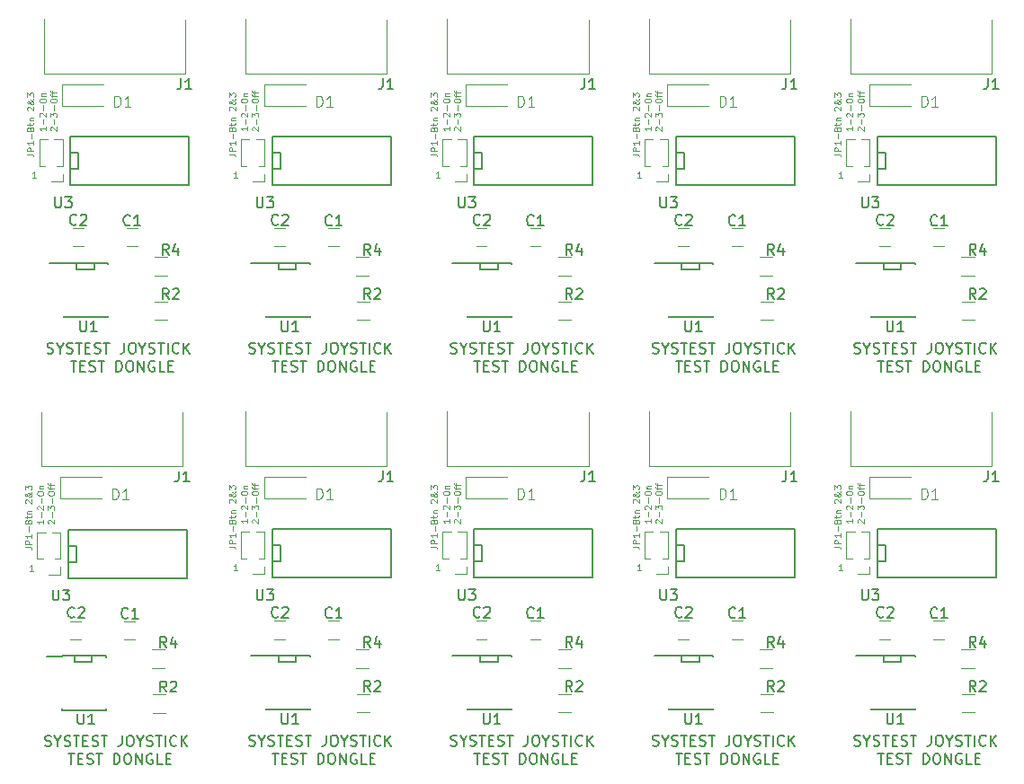
<source format=gto>
%MOIN*%
%OFA0B0*%
%FSLAX46Y46*%
%IPPOS*%
%LPD*%
%ADD10C,0.004921259842519685*%
%ADD11C,0.0078740157480314977*%
%ADD12C,0.005905511811023622*%
%ADD13C,0.0047244094488188976*%
%ADD14C,0.0039370078740157488*%
%ADD25C,0.004921259842519685*%
%ADD26C,0.0078740157480314977*%
%ADD27C,0.005905511811023622*%
%ADD28C,0.0047244094488188976*%
%ADD29C,0.0039370078740157488*%
%ADD30C,0.004921259842519685*%
%ADD31C,0.0078740157480314977*%
%ADD32C,0.005905511811023622*%
%ADD33C,0.0047244094488188976*%
%ADD34C,0.0039370078740157488*%
%ADD35C,0.004921259842519685*%
%ADD36C,0.0078740157480314977*%
%ADD37C,0.005905511811023622*%
%ADD38C,0.0047244094488188976*%
%ADD39C,0.0039370078740157488*%
%ADD40C,0.004921259842519685*%
%ADD41C,0.0078740157480314977*%
%ADD42C,0.005905511811023622*%
%ADD43C,0.0047244094488188976*%
%ADD44C,0.0039370078740157488*%
%ADD45C,0.004921259842519685*%
%ADD46C,0.0078740157480314977*%
%ADD47C,0.005905511811023622*%
%ADD48C,0.0047244094488188976*%
%ADD49C,0.0039370078740157488*%
%ADD50C,0.004921259842519685*%
%ADD51C,0.0078740157480314977*%
%ADD52C,0.005905511811023622*%
%ADD53C,0.0047244094488188976*%
%ADD54C,0.0039370078740157488*%
%ADD55C,0.004921259842519685*%
%ADD56C,0.0078740157480314977*%
%ADD57C,0.005905511811023622*%
%ADD58C,0.0047244094488188976*%
%ADD59C,0.0039370078740157488*%
%ADD60C,0.004921259842519685*%
%ADD61C,0.0078740157480314977*%
%ADD62C,0.005905511811023622*%
%ADD63C,0.0047244094488188976*%
%ADD64C,0.0039370078740157488*%
%ADD65C,0.004921259842519685*%
%ADD66C,0.0078740157480314977*%
%ADD67C,0.005905511811023622*%
%ADD68C,0.0047244094488188976*%
%ADD69C,0.0039370078740157488*%
G01G01*
D10*
X0000014564Y0000828072D02*
X0000031437Y0000828072D01*
X0000034811Y0000826947D01*
X0000037061Y0000824697D01*
X0000038186Y0000821323D01*
X0000038186Y0000819073D01*
X0000038186Y0000839321D02*
X0000014564Y0000839321D01*
X0000014564Y0000848319D01*
X0000015689Y0000850569D01*
X0000016813Y0000851694D01*
X0000019063Y0000852819D01*
X0000022438Y0000852819D01*
X0000024687Y0000851694D01*
X0000025812Y0000850569D01*
X0000026937Y0000848319D01*
X0000026937Y0000839321D01*
X0000038186Y0000875316D02*
X0000038186Y0000861818D01*
X0000038186Y0000868567D02*
X0000014564Y0000868567D01*
X0000017938Y0000866317D01*
X0000020188Y0000864067D01*
X0000021313Y0000861818D01*
X0000029187Y0000885440D02*
X0000029187Y0000903438D01*
X0000025812Y0000922560D02*
X0000026937Y0000925935D01*
X0000028062Y0000927060D01*
X0000030312Y0000928184D01*
X0000033686Y0000928184D01*
X0000035936Y0000927060D01*
X0000037061Y0000925935D01*
X0000038186Y0000923685D01*
X0000038186Y0000914686D01*
X0000014564Y0000914686D01*
X0000014564Y0000922560D01*
X0000015689Y0000924810D01*
X0000016813Y0000925935D01*
X0000019063Y0000927060D01*
X0000021313Y0000927060D01*
X0000023563Y0000925935D01*
X0000024687Y0000924810D01*
X0000025812Y0000922560D01*
X0000025812Y0000914686D01*
X0000022438Y0000934934D02*
X0000022438Y0000943932D01*
X0000014564Y0000938308D02*
X0000034811Y0000938308D01*
X0000037061Y0000939433D01*
X0000038186Y0000941683D01*
X0000038186Y0000943932D01*
X0000022438Y0000951807D02*
X0000038186Y0000951807D01*
X0000024687Y0000951807D02*
X0000023563Y0000952931D01*
X0000022438Y0000955181D01*
X0000022438Y0000958556D01*
X0000023563Y0000960805D01*
X0000025812Y0000961930D01*
X0000038186Y0000961930D01*
X0000016813Y0000990052D02*
X0000015689Y0000991177D01*
X0000014564Y0000993426D01*
X0000014564Y0000999051D01*
X0000015689Y0001001300D01*
X0000016813Y0001002425D01*
X0000019063Y0001003550D01*
X0000021313Y0001003550D01*
X0000024687Y0001002425D01*
X0000038186Y0000988927D01*
X0000038186Y0001003550D01*
X0000038186Y0001032796D02*
X0000038186Y0001031672D01*
X0000037061Y0001029422D01*
X0000033686Y0001026047D01*
X0000026937Y0001020423D01*
X0000023563Y0001018173D01*
X0000020188Y0001017048D01*
X0000017938Y0001017048D01*
X0000015689Y0001018173D01*
X0000014564Y0001020423D01*
X0000014564Y0001021548D01*
X0000015689Y0001023798D01*
X0000017938Y0001024922D01*
X0000019063Y0001024922D01*
X0000021313Y0001023798D01*
X0000022438Y0001022673D01*
X0000026937Y0001015924D01*
X0000028062Y0001014799D01*
X0000030312Y0001013674D01*
X0000033686Y0001013674D01*
X0000035936Y0001014799D01*
X0000037061Y0001015924D01*
X0000038186Y0001018173D01*
X0000038186Y0001021548D01*
X0000037061Y0001023798D01*
X0000035936Y0001024922D01*
X0000031437Y0001028297D01*
X0000028062Y0001029422D01*
X0000025812Y0001029422D01*
X0000014564Y0001040670D02*
X0000014564Y0001055294D01*
X0000023563Y0001047420D01*
X0000023563Y0001050794D01*
X0000024687Y0001053044D01*
X0000025812Y0001054169D01*
X0000028062Y0001055294D01*
X0000033686Y0001055294D01*
X0000035936Y0001054169D01*
X0000037061Y0001053044D01*
X0000038186Y0001050794D01*
X0000038186Y0001044045D01*
X0000037061Y0001041795D01*
X0000035936Y0001040670D01*
D11*
X0000089097Y0000090029D02*
X0000094721Y0000088154D01*
X0000104095Y0000088154D01*
X0000107845Y0000090029D01*
X0000109719Y0000091904D01*
X0000111594Y0000095653D01*
X0000111594Y0000099403D01*
X0000109719Y0000103152D01*
X0000107845Y0000105027D01*
X0000104095Y0000106902D01*
X0000096596Y0000108776D01*
X0000092846Y0000110651D01*
X0000090972Y0000112526D01*
X0000089097Y0000116275D01*
X0000089097Y0000120025D01*
X0000090972Y0000123775D01*
X0000092846Y0000125649D01*
X0000096596Y0000127524D01*
X0000105970Y0000127524D01*
X0000111594Y0000125649D01*
X0000135966Y0000106902D02*
X0000135966Y0000088154D01*
X0000122843Y0000127524D02*
X0000135966Y0000106902D01*
X0000149089Y0000127524D01*
X0000160338Y0000090029D02*
X0000165962Y0000088154D01*
X0000175336Y0000088154D01*
X0000179086Y0000090029D01*
X0000180960Y0000091904D01*
X0000182835Y0000095653D01*
X0000182835Y0000099403D01*
X0000180960Y0000103152D01*
X0000179086Y0000105027D01*
X0000175336Y0000106902D01*
X0000167837Y0000108776D01*
X0000164088Y0000110651D01*
X0000162213Y0000112526D01*
X0000160338Y0000116275D01*
X0000160338Y0000120025D01*
X0000162213Y0000123775D01*
X0000164088Y0000125649D01*
X0000167837Y0000127524D01*
X0000177211Y0000127524D01*
X0000182835Y0000125649D01*
X0000194084Y0000127524D02*
X0000216581Y0000127524D01*
X0000205332Y0000088154D02*
X0000205332Y0000127524D01*
X0000229704Y0000108776D02*
X0000242828Y0000108776D01*
X0000248452Y0000088154D02*
X0000229704Y0000088154D01*
X0000229704Y0000127524D01*
X0000248452Y0000127524D01*
X0000263450Y0000090029D02*
X0000269074Y0000088154D01*
X0000278448Y0000088154D01*
X0000282198Y0000090029D01*
X0000284073Y0000091904D01*
X0000285947Y0000095653D01*
X0000285947Y0000099403D01*
X0000284073Y0000103152D01*
X0000282198Y0000105027D01*
X0000278448Y0000106902D01*
X0000270949Y0000108776D01*
X0000267200Y0000110651D01*
X0000265325Y0000112526D01*
X0000263450Y0000116275D01*
X0000263450Y0000120025D01*
X0000265325Y0000123775D01*
X0000267200Y0000125649D01*
X0000270949Y0000127524D01*
X0000280323Y0000127524D01*
X0000285947Y0000125649D01*
X0000297196Y0000127524D02*
X0000319693Y0000127524D01*
X0000308445Y0000088154D02*
X0000308445Y0000127524D01*
X0000374061Y0000127524D02*
X0000374061Y0000099403D01*
X0000372187Y0000093778D01*
X0000368437Y0000090029D01*
X0000362813Y0000088154D01*
X0000359063Y0000088154D01*
X0000400308Y0000127524D02*
X0000407807Y0000127524D01*
X0000411557Y0000125649D01*
X0000415306Y0000121900D01*
X0000417181Y0000114401D01*
X0000417181Y0000101277D01*
X0000415306Y0000093778D01*
X0000411557Y0000090029D01*
X0000407807Y0000088154D01*
X0000400308Y0000088154D01*
X0000396558Y0000090029D01*
X0000392809Y0000093778D01*
X0000390934Y0000101277D01*
X0000390934Y0000114401D01*
X0000392809Y0000121900D01*
X0000396558Y0000125649D01*
X0000400308Y0000127524D01*
X0000441553Y0000106902D02*
X0000441553Y0000088154D01*
X0000428430Y0000127524D02*
X0000441553Y0000106902D01*
X0000454676Y0000127524D01*
X0000465925Y0000090029D02*
X0000471549Y0000088154D01*
X0000480923Y0000088154D01*
X0000484672Y0000090029D01*
X0000486547Y0000091904D01*
X0000488422Y0000095653D01*
X0000488422Y0000099403D01*
X0000486547Y0000103152D01*
X0000484672Y0000105027D01*
X0000480923Y0000106902D01*
X0000473424Y0000108776D01*
X0000469674Y0000110651D01*
X0000467800Y0000112526D01*
X0000465925Y0000116275D01*
X0000465925Y0000120025D01*
X0000467800Y0000123775D01*
X0000469674Y0000125649D01*
X0000473424Y0000127524D01*
X0000482798Y0000127524D01*
X0000488422Y0000125649D01*
X0000499671Y0000127524D02*
X0000522168Y0000127524D01*
X0000510919Y0000088154D02*
X0000510919Y0000127524D01*
X0000535291Y0000088154D02*
X0000535291Y0000127524D01*
X0000576536Y0000091904D02*
X0000574661Y0000090029D01*
X0000569037Y0000088154D01*
X0000565287Y0000088154D01*
X0000559663Y0000090029D01*
X0000555914Y0000093778D01*
X0000554039Y0000097528D01*
X0000552164Y0000105027D01*
X0000552164Y0000110651D01*
X0000554039Y0000118150D01*
X0000555914Y0000121900D01*
X0000559663Y0000125649D01*
X0000565287Y0000127524D01*
X0000569037Y0000127524D01*
X0000574661Y0000125649D01*
X0000576536Y0000123775D01*
X0000593409Y0000088154D02*
X0000593409Y0000127524D01*
X0000615906Y0000088154D02*
X0000599033Y0000110651D01*
X0000615906Y0000127524D02*
X0000593409Y0000105027D01*
X0000175336Y0000060595D02*
X0000197833Y0000060595D01*
X0000186585Y0000021225D02*
X0000186585Y0000060595D01*
X0000210957Y0000041847D02*
X0000224080Y0000041847D01*
X0000229704Y0000021225D02*
X0000210957Y0000021225D01*
X0000210957Y0000060595D01*
X0000229704Y0000060595D01*
X0000244702Y0000023100D02*
X0000250327Y0000021225D01*
X0000259701Y0000021225D01*
X0000263450Y0000023100D01*
X0000265325Y0000024974D01*
X0000267200Y0000028724D01*
X0000267200Y0000032473D01*
X0000265325Y0000036223D01*
X0000263450Y0000038098D01*
X0000259701Y0000039973D01*
X0000252202Y0000041847D01*
X0000248452Y0000043722D01*
X0000246577Y0000045597D01*
X0000244702Y0000049346D01*
X0000244702Y0000053096D01*
X0000246577Y0000056845D01*
X0000248452Y0000058720D01*
X0000252202Y0000060595D01*
X0000261575Y0000060595D01*
X0000267200Y0000058720D01*
X0000278448Y0000060595D02*
X0000300945Y0000060595D01*
X0000289697Y0000021225D02*
X0000289697Y0000060595D01*
X0000344065Y0000021225D02*
X0000344065Y0000060595D01*
X0000353439Y0000060595D01*
X0000359063Y0000058720D01*
X0000362813Y0000054971D01*
X0000364687Y0000051221D01*
X0000366562Y0000043722D01*
X0000366562Y0000038098D01*
X0000364687Y0000030599D01*
X0000362813Y0000026849D01*
X0000359063Y0000023100D01*
X0000353439Y0000021225D01*
X0000344065Y0000021225D01*
X0000390934Y0000060595D02*
X0000398433Y0000060595D01*
X0000402183Y0000058720D01*
X0000405932Y0000054971D01*
X0000407807Y0000047472D01*
X0000407807Y0000034348D01*
X0000405932Y0000026849D01*
X0000402183Y0000023100D01*
X0000398433Y0000021225D01*
X0000390934Y0000021225D01*
X0000387185Y0000023100D01*
X0000383435Y0000026849D01*
X0000381560Y0000034348D01*
X0000381560Y0000047472D01*
X0000383435Y0000054971D01*
X0000387185Y0000058720D01*
X0000390934Y0000060595D01*
X0000424680Y0000021225D02*
X0000424680Y0000060595D01*
X0000447177Y0000021225D01*
X0000447177Y0000060595D01*
X0000486547Y0000058720D02*
X0000482798Y0000060595D01*
X0000477173Y0000060595D01*
X0000471549Y0000058720D01*
X0000467800Y0000054971D01*
X0000465925Y0000051221D01*
X0000464050Y0000043722D01*
X0000464050Y0000038098D01*
X0000465925Y0000030599D01*
X0000467800Y0000026849D01*
X0000471549Y0000023100D01*
X0000477173Y0000021225D01*
X0000480923Y0000021225D01*
X0000486547Y0000023100D01*
X0000488422Y0000024974D01*
X0000488422Y0000038098D01*
X0000480923Y0000038098D01*
X0000524043Y0000021225D02*
X0000505295Y0000021225D01*
X0000505295Y0000060595D01*
X0000537166Y0000041847D02*
X0000550289Y0000041847D01*
X0000555914Y0000021225D02*
X0000537166Y0000021225D01*
X0000537166Y0000060595D01*
X0000555914Y0000060595D01*
X0000262500Y0000400000D02*
X0000262500Y0000422500D01*
X0000197500Y0000400000D02*
X0000262500Y0000400000D01*
X0000197500Y0000405000D02*
X0000197500Y0000400000D01*
X0000197500Y0000422500D02*
X0000197500Y0000407500D01*
D10*
X0000046196Y0000739314D02*
X0000032698Y0000739314D01*
X0000039447Y0000739314D02*
X0000039447Y0000762936D01*
X0000037197Y0000759561D01*
X0000034948Y0000757311D01*
X0000032698Y0000756186D01*
X0000083009Y0000928696D02*
X0000083009Y0000915198D01*
X0000083009Y0000921947D02*
X0000059387Y0000921947D01*
X0000062761Y0000919697D01*
X0000065011Y0000917448D01*
X0000066136Y0000915198D01*
X0000074010Y0000938820D02*
X0000074010Y0000956818D01*
X0000061636Y0000966942D02*
X0000060511Y0000968066D01*
X0000059387Y0000970316D01*
X0000059387Y0000975940D01*
X0000060511Y0000978190D01*
X0000061636Y0000979315D01*
X0000063886Y0000980440D01*
X0000066136Y0000980440D01*
X0000069510Y0000979315D01*
X0000083009Y0000965817D01*
X0000083009Y0000980440D01*
X0000074010Y0000990564D02*
X0000074010Y0001008561D01*
X0000059387Y0001024309D02*
X0000059387Y0001028809D01*
X0000060511Y0001031058D01*
X0000062761Y0001033308D01*
X0000067261Y0001034433D01*
X0000075135Y0001034433D01*
X0000079634Y0001033308D01*
X0000081884Y0001031058D01*
X0000083009Y0001028809D01*
X0000083009Y0001024309D01*
X0000081884Y0001022060D01*
X0000079634Y0001019810D01*
X0000075135Y0001018685D01*
X0000067261Y0001018685D01*
X0000062761Y0001019810D01*
X0000060511Y0001022060D01*
X0000059387Y0001024309D01*
X0000067261Y0001044557D02*
X0000083009Y0001044557D01*
X0000069510Y0001044557D02*
X0000068385Y0001045682D01*
X0000067261Y0001047931D01*
X0000067261Y0001051306D01*
X0000068385Y0001053556D01*
X0000070635Y0001054681D01*
X0000083009Y0001054681D01*
X0000101991Y0000915198D02*
X0000100866Y0000916323D01*
X0000099741Y0000918573D01*
X0000099741Y0000924197D01*
X0000100866Y0000926447D01*
X0000101991Y0000927571D01*
X0000104240Y0000928696D01*
X0000106490Y0000928696D01*
X0000109865Y0000927571D01*
X0000123363Y0000914073D01*
X0000123363Y0000928696D01*
X0000114364Y0000938820D02*
X0000114364Y0000956818D01*
X0000099741Y0000965817D02*
X0000099741Y0000980440D01*
X0000108740Y0000972566D01*
X0000108740Y0000975940D01*
X0000109865Y0000978190D01*
X0000110989Y0000979315D01*
X0000113239Y0000980440D01*
X0000118863Y0000980440D01*
X0000121113Y0000979315D01*
X0000122238Y0000978190D01*
X0000123363Y0000975940D01*
X0000123363Y0000969191D01*
X0000122238Y0000966942D01*
X0000121113Y0000965817D01*
X0000114364Y0000990564D02*
X0000114364Y0001008561D01*
X0000099741Y0001024309D02*
X0000099741Y0001028809D01*
X0000100866Y0001031058D01*
X0000103115Y0001033308D01*
X0000107615Y0001034433D01*
X0000115489Y0001034433D01*
X0000119988Y0001033308D01*
X0000122238Y0001031058D01*
X0000123363Y0001028809D01*
X0000123363Y0001024309D01*
X0000122238Y0001022060D01*
X0000119988Y0001019810D01*
X0000115489Y0001018685D01*
X0000107615Y0001018685D01*
X0000103115Y0001019810D01*
X0000100866Y0001022060D01*
X0000099741Y0001024309D01*
X0000107615Y0001041182D02*
X0000107615Y0001050181D01*
X0000123363Y0001044557D02*
X0000103115Y0001044557D01*
X0000100866Y0001045682D01*
X0000099741Y0001047931D01*
X0000099741Y0001050181D01*
X0000107615Y0001054681D02*
X0000107615Y0001063679D01*
X0000123363Y0001058055D02*
X0000103115Y0001058055D01*
X0000100866Y0001059180D01*
X0000099741Y0001061430D01*
X0000099741Y0001063679D01*
D12*
X0000175000Y0000832500D02*
X0000205000Y0000832500D01*
X0000205000Y0000832500D02*
X0000205000Y0000772500D01*
X0000205000Y0000772500D02*
X0000175000Y0000772500D01*
X0000615000Y0000892500D02*
X0000615000Y0000712500D01*
X0000615000Y0000712500D02*
X0000175000Y0000712500D01*
X0000175000Y0000712500D02*
X0000175000Y0000892500D01*
X0000175000Y0000892500D02*
X0000615000Y0000892500D01*
X0000150807Y0000424878D02*
X0000150807Y0000422909D01*
X0000314193Y0000424878D02*
X0000314193Y0000419169D01*
X0000314193Y0000222122D02*
X0000314193Y0000227830D01*
X0000150807Y0000222122D02*
X0000150807Y0000227830D01*
X0000150807Y0000424878D02*
X0000314193Y0000424878D01*
X0000150807Y0000222122D02*
X0000314193Y0000222122D01*
X0000150807Y0000422909D02*
X0000095689Y0000422909D01*
D13*
X0000487878Y0000281145D02*
X0000535122Y0000281145D01*
X0000535122Y0000211854D02*
X0000487878Y0000211854D01*
X0000533122Y0000377854D02*
X0000485878Y0000377854D01*
X0000485878Y0000447145D02*
X0000533122Y0000447145D01*
X0000382815Y0000485035D02*
X0000422185Y0000485035D01*
X0000422185Y0000551964D02*
X0000382815Y0000551964D01*
X0000222185Y0000551964D02*
X0000182815Y0000551964D01*
X0000182815Y0000485035D02*
X0000222185Y0000485035D01*
X0000599311Y0001327126D02*
X0000599311Y0001134212D01*
X0000599311Y0001134212D02*
X0000599311Y0001128307D01*
X0000599311Y0001128307D02*
X0000075689Y0001128307D01*
X0000075689Y0001128307D02*
X0000075689Y0001329094D01*
X0000146200Y0000882362D02*
X0000114607Y0000882362D01*
X0000090392Y0000882362D02*
X0000058799Y0000882362D01*
X0000146200Y0000784921D02*
X0000146200Y0000882362D01*
X0000058799Y0000784921D02*
X0000058799Y0000882362D01*
X0000146200Y0000784921D02*
X0000124684Y0000784921D01*
X0000080316Y0000784921D02*
X0000058799Y0000784921D01*
X0000146200Y0000755000D02*
X0000146200Y0000725078D01*
X0000146200Y0000725078D02*
X0000102500Y0000725078D01*
X0000143917Y0001086870D02*
X0000143917Y0001008130D01*
X0000143917Y0001008130D02*
X0000297460Y0001008130D01*
X0000143917Y0001086870D02*
X0000297460Y0001086870D01*
D12*
X0000117503Y0000669060D02*
X0000117503Y0000637189D01*
X0000119378Y0000633439D01*
X0000121253Y0000631564D01*
X0000125002Y0000629689D01*
X0000132501Y0000629689D01*
X0000136251Y0000631564D01*
X0000138126Y0000633439D01*
X0000140001Y0000637189D01*
X0000140001Y0000669060D01*
X0000154999Y0000669060D02*
X0000179371Y0000669060D01*
X0000166247Y0000654061D01*
X0000171872Y0000654061D01*
X0000175621Y0000652187D01*
X0000177496Y0000650312D01*
X0000179371Y0000646562D01*
X0000179371Y0000637189D01*
X0000177496Y0000633439D01*
X0000175621Y0000631564D01*
X0000171872Y0000629689D01*
X0000160623Y0000629689D01*
X0000156873Y0000631564D01*
X0000154999Y0000633439D01*
X0000210003Y0000209060D02*
X0000210003Y0000177189D01*
X0000211878Y0000173439D01*
X0000213753Y0000171564D01*
X0000217502Y0000169689D01*
X0000225001Y0000169689D01*
X0000228751Y0000171564D01*
X0000230626Y0000173439D01*
X0000232501Y0000177189D01*
X0000232501Y0000209060D01*
X0000271871Y0000169689D02*
X0000249373Y0000169689D01*
X0000260622Y0000169689D02*
X0000260622Y0000209060D01*
X0000256872Y0000203435D01*
X0000253123Y0000199686D01*
X0000249373Y0000197811D01*
X0000538938Y0000289689D02*
X0000525815Y0000308437D01*
X0000516441Y0000289689D02*
X0000516441Y0000329060D01*
X0000531439Y0000329060D01*
X0000535188Y0000327185D01*
X0000537063Y0000325310D01*
X0000538938Y0000321560D01*
X0000538938Y0000315936D01*
X0000537063Y0000312187D01*
X0000535188Y0000310312D01*
X0000531439Y0000308437D01*
X0000516441Y0000308437D01*
X0000553936Y0000325310D02*
X0000555811Y0000327185D01*
X0000559560Y0000329060D01*
X0000568934Y0000329060D01*
X0000572684Y0000327185D01*
X0000574558Y0000325310D01*
X0000576433Y0000321560D01*
X0000576433Y0000317811D01*
X0000574558Y0000312187D01*
X0000552061Y0000289689D01*
X0000576433Y0000289689D01*
X0000538938Y0000454689D02*
X0000525815Y0000473437D01*
X0000516441Y0000454689D02*
X0000516441Y0000494060D01*
X0000531439Y0000494060D01*
X0000535188Y0000492185D01*
X0000537063Y0000490310D01*
X0000538938Y0000486560D01*
X0000538938Y0000480936D01*
X0000537063Y0000477187D01*
X0000535188Y0000475312D01*
X0000531439Y0000473437D01*
X0000516441Y0000473437D01*
X0000572684Y0000480936D02*
X0000572684Y0000454689D01*
X0000563310Y0000495934D02*
X0000553936Y0000467813D01*
X0000578308Y0000467813D01*
X0000395938Y0000566439D02*
X0000394063Y0000564564D01*
X0000388439Y0000562689D01*
X0000384689Y0000562689D01*
X0000379065Y0000564564D01*
X0000375315Y0000568314D01*
X0000373441Y0000572063D01*
X0000371566Y0000579562D01*
X0000371566Y0000585187D01*
X0000373441Y0000592686D01*
X0000375315Y0000596435D01*
X0000379065Y0000600185D01*
X0000384689Y0000602060D01*
X0000388439Y0000602060D01*
X0000394063Y0000600185D01*
X0000395938Y0000598310D01*
X0000433433Y0000562689D02*
X0000410936Y0000562689D01*
X0000422185Y0000562689D02*
X0000422185Y0000602060D01*
X0000418435Y0000596435D01*
X0000414686Y0000592686D01*
X0000410936Y0000590811D01*
X0000196938Y0000568439D02*
X0000195063Y0000566564D01*
X0000189439Y0000564689D01*
X0000185689Y0000564689D01*
X0000180065Y0000566564D01*
X0000176315Y0000570314D01*
X0000174441Y0000574063D01*
X0000172566Y0000581562D01*
X0000172566Y0000587187D01*
X0000174441Y0000594686D01*
X0000176315Y0000598435D01*
X0000180065Y0000602185D01*
X0000185689Y0000604060D01*
X0000189439Y0000604060D01*
X0000195063Y0000602185D01*
X0000196938Y0000600310D01*
X0000211936Y0000600310D02*
X0000213811Y0000602185D01*
X0000217560Y0000604060D01*
X0000226934Y0000604060D01*
X0000230684Y0000602185D01*
X0000232558Y0000600310D01*
X0000234433Y0000596560D01*
X0000234433Y0000592811D01*
X0000232558Y0000587187D01*
X0000210061Y0000564689D01*
X0000234433Y0000564689D01*
X0000584376Y0001109060D02*
X0000584376Y0001080938D01*
X0000582501Y0001075314D01*
X0000578752Y0001071564D01*
X0000573128Y0001069689D01*
X0000569378Y0001069689D01*
X0000623746Y0001069689D02*
X0000601249Y0001069689D01*
X0000612498Y0001069689D02*
X0000612498Y0001109060D01*
X0000608748Y0001103435D01*
X0000604999Y0001099686D01*
X0000601249Y0001097811D01*
D14*
X0000338441Y0001004689D02*
X0000338441Y0001044060D01*
X0000347815Y0001044060D01*
X0000353439Y0001042185D01*
X0000357188Y0001038435D01*
X0000359063Y0001034686D01*
X0000360938Y0001027187D01*
X0000360938Y0001021562D01*
X0000359063Y0001014063D01*
X0000357188Y0001010314D01*
X0000353439Y0001006564D01*
X0000347815Y0001004689D01*
X0000338441Y0001004689D01*
X0000398433Y0001004689D02*
X0000375936Y0001004689D01*
X0000387185Y0001004689D02*
X0000387185Y0001044060D01*
X0000383435Y0001038435D01*
X0000379686Y0001034686D01*
X0000375936Y0001032811D01*
G04 next file*
G04 #@! TF.GenerationSoftware,KiCad,Pcbnew,(5.0.2)-1*
G04 #@! TF.CreationDate,2019-07-10T16:32:42+02:00*
G04 #@! TF.ProjectId,joystick tester systest,6a6f7973-7469-4636-9b20-746573746572,rev?*
G04 #@! TF.SameCoordinates,Original*
G04 #@! TF.FileFunction,Legend,Top*
G04 #@! TF.FilePolarity,Positive*
G04 Gerber Fmt 4.6, Leading zero omitted, Abs format (unit mm)*
G04 Created by KiCad (PCBNEW (5.0.2)-1) date 10-7-2019 16:32:42*
G01G01*
G04 APERTURE LIST*
G04 APERTURE END LIST*
D25*
X0000022772Y0002286005D02*
X0000039645Y0002286005D01*
X0000043020Y0002284880D01*
X0000045269Y0002282630D01*
X0000046394Y0002279256D01*
X0000046394Y0002277006D01*
X0000046394Y0002297253D02*
X0000022772Y0002297253D01*
X0000022772Y0002306252D01*
X0000023897Y0002308502D01*
X0000025022Y0002309627D01*
X0000027272Y0002310752D01*
X0000030646Y0002310752D01*
X0000032896Y0002309627D01*
X0000034021Y0002308502D01*
X0000035146Y0002306252D01*
X0000035146Y0002297253D01*
X0000046394Y0002333249D02*
X0000046394Y0002319751D01*
X0000046394Y0002326500D02*
X0000022772Y0002326500D01*
X0000026147Y0002324250D01*
X0000028397Y0002322000D01*
X0000029521Y0002319751D01*
X0000037395Y0002343373D02*
X0000037395Y0002361370D01*
X0000034021Y0002380493D02*
X0000035146Y0002383868D01*
X0000036271Y0002384992D01*
X0000038520Y0002386117D01*
X0000041895Y0002386117D01*
X0000044145Y0002384992D01*
X0000045269Y0002383868D01*
X0000046394Y0002381618D01*
X0000046394Y0002372619D01*
X0000022772Y0002372619D01*
X0000022772Y0002380493D01*
X0000023897Y0002382743D01*
X0000025022Y0002383868D01*
X0000027272Y0002384992D01*
X0000029521Y0002384992D01*
X0000031771Y0002383868D01*
X0000032896Y0002382743D01*
X0000034021Y0002380493D01*
X0000034021Y0002372619D01*
X0000030646Y0002392867D02*
X0000030646Y0002401865D01*
X0000022772Y0002396241D02*
X0000043020Y0002396241D01*
X0000045269Y0002397366D01*
X0000046394Y0002399616D01*
X0000046394Y0002401865D01*
X0000030646Y0002409739D02*
X0000046394Y0002409739D01*
X0000032896Y0002409739D02*
X0000031771Y0002410864D01*
X0000030646Y0002413114D01*
X0000030646Y0002416489D01*
X0000031771Y0002418738D01*
X0000034021Y0002419863D01*
X0000046394Y0002419863D01*
X0000025022Y0002447985D02*
X0000023897Y0002449109D01*
X0000022772Y0002451359D01*
X0000022772Y0002456983D01*
X0000023897Y0002459233D01*
X0000025022Y0002460358D01*
X0000027272Y0002461483D01*
X0000029521Y0002461483D01*
X0000032896Y0002460358D01*
X0000046394Y0002446860D01*
X0000046394Y0002461483D01*
X0000046394Y0002490729D02*
X0000046394Y0002489604D01*
X0000045269Y0002487355D01*
X0000041895Y0002483980D01*
X0000035146Y0002478356D01*
X0000031771Y0002476106D01*
X0000028397Y0002474981D01*
X0000026147Y0002474981D01*
X0000023897Y0002476106D01*
X0000022772Y0002478356D01*
X0000022772Y0002479481D01*
X0000023897Y0002481730D01*
X0000026147Y0002482855D01*
X0000027272Y0002482855D01*
X0000029521Y0002481730D01*
X0000030646Y0002480605D01*
X0000035146Y0002473856D01*
X0000036271Y0002472732D01*
X0000038520Y0002471607D01*
X0000041895Y0002471607D01*
X0000044145Y0002472732D01*
X0000045269Y0002473856D01*
X0000046394Y0002476106D01*
X0000046394Y0002479481D01*
X0000045269Y0002481730D01*
X0000044145Y0002482855D01*
X0000039645Y0002486230D01*
X0000036271Y0002487355D01*
X0000034021Y0002487355D01*
X0000022772Y0002498603D02*
X0000022772Y0002513226D01*
X0000031771Y0002505352D01*
X0000031771Y0002508727D01*
X0000032896Y0002510977D01*
X0000034021Y0002512102D01*
X0000036271Y0002513226D01*
X0000041895Y0002513226D01*
X0000044145Y0002512102D01*
X0000045269Y0002510977D01*
X0000046394Y0002508727D01*
X0000046394Y0002501978D01*
X0000045269Y0002499728D01*
X0000044145Y0002498603D01*
D26*
X0000097305Y0001547962D02*
X0000102930Y0001546087D01*
X0000112304Y0001546087D01*
X0000116053Y0001547962D01*
X0000117928Y0001549836D01*
X0000119803Y0001553586D01*
X0000119803Y0001557335D01*
X0000117928Y0001561085D01*
X0000116053Y0001562960D01*
X0000112304Y0001564835D01*
X0000104805Y0001566709D01*
X0000101055Y0001568584D01*
X0000099180Y0001570459D01*
X0000097305Y0001574208D01*
X0000097305Y0001577958D01*
X0000099180Y0001581707D01*
X0000101055Y0001583582D01*
X0000104805Y0001585457D01*
X0000114178Y0001585457D01*
X0000119803Y0001583582D01*
X0000144175Y0001564835D02*
X0000144175Y0001546087D01*
X0000131051Y0001585457D02*
X0000144175Y0001564835D01*
X0000157298Y0001585457D01*
X0000168547Y0001547962D02*
X0000174171Y0001546087D01*
X0000183545Y0001546087D01*
X0000187294Y0001547962D01*
X0000189169Y0001549836D01*
X0000191044Y0001553586D01*
X0000191044Y0001557335D01*
X0000189169Y0001561085D01*
X0000187294Y0001562960D01*
X0000183545Y0001564835D01*
X0000176046Y0001566709D01*
X0000172296Y0001568584D01*
X0000170421Y0001570459D01*
X0000168547Y0001574208D01*
X0000168547Y0001577958D01*
X0000170421Y0001581707D01*
X0000172296Y0001583582D01*
X0000176046Y0001585457D01*
X0000185419Y0001585457D01*
X0000191044Y0001583582D01*
X0000202292Y0001585457D02*
X0000224789Y0001585457D01*
X0000213541Y0001546087D02*
X0000213541Y0001585457D01*
X0000237913Y0001566709D02*
X0000251036Y0001566709D01*
X0000256661Y0001546087D02*
X0000237913Y0001546087D01*
X0000237913Y0001585457D01*
X0000256661Y0001585457D01*
X0000271659Y0001547962D02*
X0000277283Y0001546087D01*
X0000286657Y0001546087D01*
X0000290406Y0001547962D01*
X0000292281Y0001549836D01*
X0000294156Y0001553586D01*
X0000294156Y0001557335D01*
X0000292281Y0001561085D01*
X0000290406Y0001562960D01*
X0000286657Y0001564835D01*
X0000279158Y0001566709D01*
X0000275408Y0001568584D01*
X0000273533Y0001570459D01*
X0000271659Y0001574208D01*
X0000271659Y0001577958D01*
X0000273533Y0001581707D01*
X0000275408Y0001583582D01*
X0000279158Y0001585457D01*
X0000288532Y0001585457D01*
X0000294156Y0001583582D01*
X0000305404Y0001585457D02*
X0000327902Y0001585457D01*
X0000316653Y0001546087D02*
X0000316653Y0001585457D01*
X0000382270Y0001585457D02*
X0000382270Y0001557335D01*
X0000380395Y0001551711D01*
X0000376646Y0001547962D01*
X0000371021Y0001546087D01*
X0000367272Y0001546087D01*
X0000408517Y0001585457D02*
X0000416016Y0001585457D01*
X0000419765Y0001583582D01*
X0000423515Y0001579833D01*
X0000425389Y0001572334D01*
X0000425389Y0001559210D01*
X0000423515Y0001551711D01*
X0000419765Y0001547962D01*
X0000416016Y0001546087D01*
X0000408517Y0001546087D01*
X0000404767Y0001547962D01*
X0000401017Y0001551711D01*
X0000399143Y0001559210D01*
X0000399143Y0001572334D01*
X0000401017Y0001579833D01*
X0000404767Y0001583582D01*
X0000408517Y0001585457D01*
X0000449761Y0001564835D02*
X0000449761Y0001546087D01*
X0000436638Y0001585457D02*
X0000449761Y0001564835D01*
X0000462885Y0001585457D01*
X0000474133Y0001547962D02*
X0000479758Y0001546087D01*
X0000489131Y0001546087D01*
X0000492881Y0001547962D01*
X0000494756Y0001549836D01*
X0000496631Y0001553586D01*
X0000496631Y0001557335D01*
X0000494756Y0001561085D01*
X0000492881Y0001562960D01*
X0000489131Y0001564835D01*
X0000481632Y0001566709D01*
X0000477883Y0001568584D01*
X0000476008Y0001570459D01*
X0000474133Y0001574208D01*
X0000474133Y0001577958D01*
X0000476008Y0001581707D01*
X0000477883Y0001583582D01*
X0000481632Y0001585457D01*
X0000491006Y0001585457D01*
X0000496631Y0001583582D01*
X0000507879Y0001585457D02*
X0000530376Y0001585457D01*
X0000519128Y0001546087D02*
X0000519128Y0001585457D01*
X0000543500Y0001546087D02*
X0000543500Y0001585457D01*
X0000584744Y0001549836D02*
X0000582870Y0001547962D01*
X0000577245Y0001546087D01*
X0000573496Y0001546087D01*
X0000567872Y0001547962D01*
X0000564122Y0001551711D01*
X0000562247Y0001555461D01*
X0000560373Y0001562960D01*
X0000560373Y0001568584D01*
X0000562247Y0001576083D01*
X0000564122Y0001579833D01*
X0000567872Y0001583582D01*
X0000573496Y0001585457D01*
X0000577245Y0001585457D01*
X0000582870Y0001583582D01*
X0000584744Y0001581707D01*
X0000601617Y0001546087D02*
X0000601617Y0001585457D01*
X0000624115Y0001546087D02*
X0000607242Y0001568584D01*
X0000624115Y0001585457D02*
X0000601617Y0001562960D01*
X0000183545Y0001518528D02*
X0000206042Y0001518528D01*
X0000194793Y0001479158D02*
X0000194793Y0001518528D01*
X0000219165Y0001499780D02*
X0000232289Y0001499780D01*
X0000237913Y0001479158D02*
X0000219165Y0001479158D01*
X0000219165Y0001518528D01*
X0000237913Y0001518528D01*
X0000252911Y0001481032D02*
X0000258535Y0001479158D01*
X0000267909Y0001479158D01*
X0000271659Y0001481032D01*
X0000273533Y0001482907D01*
X0000275408Y0001486657D01*
X0000275408Y0001490406D01*
X0000273533Y0001494156D01*
X0000271659Y0001496031D01*
X0000267909Y0001497905D01*
X0000260410Y0001499780D01*
X0000256661Y0001501655D01*
X0000254786Y0001503530D01*
X0000252911Y0001507279D01*
X0000252911Y0001511029D01*
X0000254786Y0001514778D01*
X0000256661Y0001516653D01*
X0000260410Y0001518528D01*
X0000269784Y0001518528D01*
X0000275408Y0001516653D01*
X0000286657Y0001518528D02*
X0000309154Y0001518528D01*
X0000297905Y0001479158D02*
X0000297905Y0001518528D01*
X0000352274Y0001479158D02*
X0000352274Y0001518528D01*
X0000361647Y0001518528D01*
X0000367272Y0001516653D01*
X0000371021Y0001512904D01*
X0000372896Y0001509154D01*
X0000374771Y0001501655D01*
X0000374771Y0001496031D01*
X0000372896Y0001488532D01*
X0000371021Y0001484782D01*
X0000367272Y0001481032D01*
X0000361647Y0001479158D01*
X0000352274Y0001479158D01*
X0000399143Y0001518528D02*
X0000406642Y0001518528D01*
X0000410391Y0001516653D01*
X0000414141Y0001512904D01*
X0000416016Y0001505404D01*
X0000416016Y0001492281D01*
X0000414141Y0001484782D01*
X0000410391Y0001481032D01*
X0000406642Y0001479158D01*
X0000399143Y0001479158D01*
X0000395393Y0001481032D01*
X0000391644Y0001484782D01*
X0000389769Y0001492281D01*
X0000389769Y0001505404D01*
X0000391644Y0001512904D01*
X0000395393Y0001516653D01*
X0000399143Y0001518528D01*
X0000432888Y0001479158D02*
X0000432888Y0001518528D01*
X0000455386Y0001479158D01*
X0000455386Y0001518528D01*
X0000494756Y0001516653D02*
X0000491006Y0001518528D01*
X0000485382Y0001518528D01*
X0000479758Y0001516653D01*
X0000476008Y0001512904D01*
X0000474133Y0001509154D01*
X0000472259Y0001501655D01*
X0000472259Y0001496031D01*
X0000474133Y0001488532D01*
X0000476008Y0001484782D01*
X0000479758Y0001481032D01*
X0000485382Y0001479158D01*
X0000489131Y0001479158D01*
X0000494756Y0001481032D01*
X0000496631Y0001482907D01*
X0000496631Y0001496031D01*
X0000489131Y0001496031D01*
X0000532251Y0001479158D02*
X0000513503Y0001479158D01*
X0000513503Y0001518528D01*
X0000545374Y0001499780D02*
X0000558498Y0001499780D01*
X0000564122Y0001479158D02*
X0000545374Y0001479158D01*
X0000545374Y0001518528D01*
X0000564122Y0001518528D01*
X0000270708Y0001857933D02*
X0000270708Y0001880433D01*
X0000205708Y0001857933D02*
X0000270708Y0001857933D01*
X0000205708Y0001862933D02*
X0000205708Y0001857933D01*
X0000205708Y0001880433D02*
X0000205708Y0001865433D01*
D25*
X0000054405Y0002197246D02*
X0000040906Y0002197246D01*
X0000047656Y0002197246D02*
X0000047656Y0002220868D01*
X0000045406Y0002217494D01*
X0000043156Y0002215244D01*
X0000040906Y0002214119D01*
X0000091217Y0002386629D02*
X0000091217Y0002373131D01*
X0000091217Y0002379880D02*
X0000067595Y0002379880D01*
X0000070970Y0002377630D01*
X0000073219Y0002375381D01*
X0000074344Y0002373131D01*
X0000082218Y0002396753D02*
X0000082218Y0002414751D01*
X0000069845Y0002424874D02*
X0000068720Y0002425999D01*
X0000067595Y0002428249D01*
X0000067595Y0002433873D01*
X0000068720Y0002436123D01*
X0000069845Y0002437248D01*
X0000072095Y0002438373D01*
X0000074344Y0002438373D01*
X0000077719Y0002437248D01*
X0000091217Y0002423750D01*
X0000091217Y0002438373D01*
X0000082218Y0002448496D02*
X0000082218Y0002466494D01*
X0000067595Y0002482242D02*
X0000067595Y0002486742D01*
X0000068720Y0002488991D01*
X0000070970Y0002491241D01*
X0000075469Y0002492366D01*
X0000083343Y0002492366D01*
X0000087843Y0002491241D01*
X0000090092Y0002488991D01*
X0000091217Y0002486742D01*
X0000091217Y0002482242D01*
X0000090092Y0002479992D01*
X0000087843Y0002477743D01*
X0000083343Y0002476618D01*
X0000075469Y0002476618D01*
X0000070970Y0002477743D01*
X0000068720Y0002479992D01*
X0000067595Y0002482242D01*
X0000075469Y0002502490D02*
X0000091217Y0002502490D01*
X0000077719Y0002502490D02*
X0000076594Y0002503615D01*
X0000075469Y0002505864D01*
X0000075469Y0002509239D01*
X0000076594Y0002511489D01*
X0000078844Y0002512613D01*
X0000091217Y0002512613D01*
X0000110199Y0002373131D02*
X0000109074Y0002374256D01*
X0000107949Y0002376505D01*
X0000107949Y0002382130D01*
X0000109074Y0002384379D01*
X0000110199Y0002385504D01*
X0000112449Y0002386629D01*
X0000114699Y0002386629D01*
X0000118073Y0002385504D01*
X0000131571Y0002372006D01*
X0000131571Y0002386629D01*
X0000122573Y0002396753D02*
X0000122573Y0002414751D01*
X0000107949Y0002423750D02*
X0000107949Y0002438373D01*
X0000116948Y0002430499D01*
X0000116948Y0002433873D01*
X0000118073Y0002436123D01*
X0000119198Y0002437248D01*
X0000121448Y0002438373D01*
X0000127072Y0002438373D01*
X0000129322Y0002437248D01*
X0000130447Y0002436123D01*
X0000131571Y0002433873D01*
X0000131571Y0002427124D01*
X0000130447Y0002424874D01*
X0000129322Y0002423750D01*
X0000122573Y0002448496D02*
X0000122573Y0002466494D01*
X0000107949Y0002482242D02*
X0000107949Y0002486742D01*
X0000109074Y0002488991D01*
X0000111324Y0002491241D01*
X0000115823Y0002492366D01*
X0000123697Y0002492366D01*
X0000128197Y0002491241D01*
X0000130447Y0002488991D01*
X0000131571Y0002486742D01*
X0000131571Y0002482242D01*
X0000130447Y0002479992D01*
X0000128197Y0002477743D01*
X0000123697Y0002476618D01*
X0000115823Y0002476618D01*
X0000111324Y0002477743D01*
X0000109074Y0002479992D01*
X0000107949Y0002482242D01*
X0000115823Y0002499115D02*
X0000115823Y0002508114D01*
X0000131571Y0002502490D02*
X0000111324Y0002502490D01*
X0000109074Y0002503615D01*
X0000107949Y0002505864D01*
X0000107949Y0002508114D01*
X0000115823Y0002512613D02*
X0000115823Y0002521612D01*
X0000131571Y0002515988D02*
X0000111324Y0002515988D01*
X0000109074Y0002517113D01*
X0000107949Y0002519363D01*
X0000107949Y0002521612D01*
D27*
G04 #@! TO.C,U3*
X0000183208Y0002290433D02*
X0000213208Y0002290433D01*
X0000213208Y0002290433D02*
X0000213208Y0002230433D01*
X0000213208Y0002230433D02*
X0000183208Y0002230433D01*
X0000623208Y0002350433D02*
X0000623208Y0002170433D01*
X0000623208Y0002170433D02*
X0000183208Y0002170433D01*
X0000183208Y0002170433D02*
X0000183208Y0002350433D01*
X0000183208Y0002350433D02*
X0000623208Y0002350433D01*
G04 #@! TO.C,U1*
X0000159015Y0001882811D02*
X0000159015Y0001880842D01*
X0000322401Y0001882811D02*
X0000322401Y0001877102D01*
X0000322401Y0001680055D02*
X0000322401Y0001685763D01*
X0000159015Y0001680055D02*
X0000159015Y0001685763D01*
X0000159015Y0001882811D02*
X0000322401Y0001882811D01*
X0000159015Y0001680055D02*
X0000322401Y0001680055D01*
X0000159015Y0001880842D02*
X0000103897Y0001880842D01*
D28*
G04 #@! TO.C,R2*
X0000496086Y0001739078D02*
X0000543330Y0001739078D01*
X0000543330Y0001669787D02*
X0000496086Y0001669787D01*
G04 #@! TO.C,R4*
X0000541330Y0001835787D02*
X0000494086Y0001835787D01*
X0000494086Y0001905078D02*
X0000541330Y0001905078D01*
G04 #@! TO.C,C1*
X0000391023Y0001942968D02*
X0000430393Y0001942968D01*
X0000430393Y0002009897D02*
X0000391023Y0002009897D01*
G04 #@! TO.C,C2*
X0000230393Y0002009897D02*
X0000191023Y0002009897D01*
X0000191023Y0001942968D02*
X0000230393Y0001942968D01*
G04 #@! TO.C,J1*
X0000607519Y0002785059D02*
X0000607519Y0002592145D01*
X0000607519Y0002592145D02*
X0000607519Y0002586240D01*
X0000607519Y0002586240D02*
X0000083897Y0002586240D01*
X0000083897Y0002586240D02*
X0000083897Y0002787027D01*
G04 #@! TO.C,JP1*
X0000154409Y0002340295D02*
X0000122816Y0002340295D01*
X0000098601Y0002340295D02*
X0000067007Y0002340295D01*
X0000154409Y0002242854D02*
X0000154409Y0002340295D01*
X0000067007Y0002242854D02*
X0000067007Y0002340295D01*
X0000154409Y0002242854D02*
X0000132892Y0002242854D01*
X0000088524Y0002242854D02*
X0000067007Y0002242854D01*
X0000154409Y0002212933D02*
X0000154409Y0002183011D01*
X0000154409Y0002183011D02*
X0000110708Y0002183011D01*
G04 #@! TO.C,D1*
X0000152125Y0002544803D02*
X0000152125Y0002466062D01*
X0000152125Y0002466062D02*
X0000305669Y0002466062D01*
X0000152125Y0002544803D02*
X0000305669Y0002544803D01*
G04 #@! TO.C,U3*
D27*
X0000125712Y0002126992D02*
X0000125712Y0002095121D01*
X0000127587Y0002091372D01*
X0000129461Y0002089497D01*
X0000133211Y0002087622D01*
X0000140710Y0002087622D01*
X0000144460Y0002089497D01*
X0000146334Y0002091372D01*
X0000148209Y0002095121D01*
X0000148209Y0002126992D01*
X0000163207Y0002126992D02*
X0000187579Y0002126992D01*
X0000174456Y0002111994D01*
X0000180080Y0002111994D01*
X0000183830Y0002110120D01*
X0000185704Y0002108245D01*
X0000187579Y0002104495D01*
X0000187579Y0002095121D01*
X0000185704Y0002091372D01*
X0000183830Y0002089497D01*
X0000180080Y0002087622D01*
X0000168831Y0002087622D01*
X0000165082Y0002089497D01*
X0000163207Y0002091372D01*
G04 #@! TO.C,U1*
X0000218212Y0001666992D02*
X0000218212Y0001635121D01*
X0000220087Y0001631372D01*
X0000221961Y0001629497D01*
X0000225711Y0001627622D01*
X0000233210Y0001627622D01*
X0000236960Y0001629497D01*
X0000238834Y0001631372D01*
X0000240709Y0001635121D01*
X0000240709Y0001666992D01*
X0000280079Y0001627622D02*
X0000257582Y0001627622D01*
X0000268831Y0001627622D02*
X0000268831Y0001666992D01*
X0000265081Y0001661368D01*
X0000261332Y0001657619D01*
X0000257582Y0001655744D01*
G04 #@! TO.C,R2*
X0000547146Y0001747622D02*
X0000534023Y0001766370D01*
X0000524649Y0001747622D02*
X0000524649Y0001786992D01*
X0000539647Y0001786992D01*
X0000543397Y0001785118D01*
X0000545272Y0001783243D01*
X0000547146Y0001779493D01*
X0000547146Y0001773869D01*
X0000545272Y0001770120D01*
X0000543397Y0001768245D01*
X0000539647Y0001766370D01*
X0000524649Y0001766370D01*
X0000562145Y0001783243D02*
X0000564019Y0001785118D01*
X0000567769Y0001786992D01*
X0000577143Y0001786992D01*
X0000580892Y0001785118D01*
X0000582767Y0001783243D01*
X0000584642Y0001779493D01*
X0000584642Y0001775744D01*
X0000582767Y0001770120D01*
X0000560270Y0001747622D01*
X0000584642Y0001747622D01*
G04 #@! TO.C,R4*
X0000547146Y0001912622D02*
X0000534023Y0001931370D01*
X0000524649Y0001912622D02*
X0000524649Y0001951992D01*
X0000539647Y0001951992D01*
X0000543397Y0001950118D01*
X0000545272Y0001948243D01*
X0000547146Y0001944493D01*
X0000547146Y0001938869D01*
X0000545272Y0001935119D01*
X0000543397Y0001933245D01*
X0000539647Y0001931370D01*
X0000524649Y0001931370D01*
X0000580892Y0001938869D02*
X0000580892Y0001912622D01*
X0000571518Y0001953867D02*
X0000562145Y0001925746D01*
X0000586517Y0001925746D01*
G04 #@! TO.C,C1*
X0000404146Y0002024372D02*
X0000402272Y0002022497D01*
X0000396647Y0002020622D01*
X0000392898Y0002020622D01*
X0000387274Y0002022497D01*
X0000383524Y0002026247D01*
X0000381649Y0002029996D01*
X0000379775Y0002037495D01*
X0000379775Y0002043119D01*
X0000381649Y0002050619D01*
X0000383524Y0002054368D01*
X0000387274Y0002058118D01*
X0000392898Y0002059992D01*
X0000396647Y0002059992D01*
X0000402272Y0002058118D01*
X0000404146Y0002056243D01*
X0000441642Y0002020622D02*
X0000419145Y0002020622D01*
X0000430393Y0002020622D02*
X0000430393Y0002059992D01*
X0000426644Y0002054368D01*
X0000422894Y0002050619D01*
X0000419145Y0002048744D01*
G04 #@! TO.C,C2*
X0000205146Y0002026372D02*
X0000203272Y0002024497D01*
X0000197647Y0002022622D01*
X0000193898Y0002022622D01*
X0000188274Y0002024497D01*
X0000184524Y0002028247D01*
X0000182649Y0002031996D01*
X0000180775Y0002039495D01*
X0000180775Y0002045119D01*
X0000182649Y0002052619D01*
X0000184524Y0002056368D01*
X0000188274Y0002060118D01*
X0000193898Y0002061992D01*
X0000197647Y0002061992D01*
X0000203272Y0002060118D01*
X0000205146Y0002058243D01*
X0000220145Y0002058243D02*
X0000222019Y0002060118D01*
X0000225769Y0002061992D01*
X0000235143Y0002061992D01*
X0000238892Y0002060118D01*
X0000240767Y0002058243D01*
X0000242642Y0002054493D01*
X0000242642Y0002050744D01*
X0000240767Y0002045119D01*
X0000218270Y0002022622D01*
X0000242642Y0002022622D01*
G04 #@! TO.C,J1*
X0000592585Y0002566992D02*
X0000592585Y0002538871D01*
X0000590710Y0002533247D01*
X0000586960Y0002529497D01*
X0000581336Y0002527622D01*
X0000577587Y0002527622D01*
X0000631955Y0002527622D02*
X0000609458Y0002527622D01*
X0000620706Y0002527622D02*
X0000620706Y0002566992D01*
X0000616957Y0002561368D01*
X0000613207Y0002557619D01*
X0000609458Y0002555744D01*
G04 #@! TO.C,D1*
D29*
X0000346649Y0002462622D02*
X0000346649Y0002501992D01*
X0000356023Y0002501992D01*
X0000361647Y0002500118D01*
X0000365397Y0002496368D01*
X0000367272Y0002492619D01*
X0000369146Y0002485120D01*
X0000369146Y0002479495D01*
X0000367272Y0002471996D01*
X0000365397Y0002468247D01*
X0000361647Y0002464497D01*
X0000356023Y0002462622D01*
X0000346649Y0002462622D01*
X0000406642Y0002462622D02*
X0000384145Y0002462622D01*
X0000395393Y0002462622D02*
X0000395393Y0002501992D01*
X0000391644Y0002496368D01*
X0000387894Y0002492619D01*
X0000384145Y0002490744D01*
G04 #@! TD*
G04 next file*
G04 #@! TF.GenerationSoftware,KiCad,Pcbnew,(5.0.2)-1*
G04 #@! TF.CreationDate,2019-07-10T16:32:42+02:00*
G04 #@! TF.ProjectId,joystick tester systest,6a6f7973-7469-4636-9b20-746573746572,rev?*
G04 #@! TF.SameCoordinates,Original*
G04 #@! TF.FileFunction,Legend,Top*
G04 #@! TF.FilePolarity,Positive*
G04 Gerber Fmt 4.6, Leading zero omitted, Abs format (unit mm)*
G04 Created by KiCad (PCBNEW (5.0.2)-1) date 10-7-2019 16:32:42*
G01G01*
G04 APERTURE LIST*
G04 APERTURE END LIST*
D30*
X0000770804Y0000829312D02*
X0000787677Y0000829312D01*
X0000791051Y0000828187D01*
X0000793301Y0000825937D01*
X0000794426Y0000822563D01*
X0000794426Y0000820313D01*
X0000794426Y0000840561D02*
X0000770804Y0000840561D01*
X0000770804Y0000849559D01*
X0000771929Y0000851809D01*
X0000773053Y0000852934D01*
X0000775303Y0000854059D01*
X0000778678Y0000854059D01*
X0000780927Y0000852934D01*
X0000782052Y0000851809D01*
X0000783177Y0000849559D01*
X0000783177Y0000840561D01*
X0000794426Y0000876556D02*
X0000794426Y0000863058D01*
X0000794426Y0000869807D02*
X0000770804Y0000869807D01*
X0000774178Y0000867557D01*
X0000776428Y0000865307D01*
X0000777553Y0000863058D01*
X0000785427Y0000886680D02*
X0000785427Y0000904677D01*
X0000782052Y0000923800D02*
X0000783177Y0000927175D01*
X0000784302Y0000928300D01*
X0000786552Y0000929424D01*
X0000789926Y0000929424D01*
X0000792176Y0000928300D01*
X0000793301Y0000927175D01*
X0000794426Y0000924925D01*
X0000794426Y0000915926D01*
X0000770804Y0000915926D01*
X0000770804Y0000923800D01*
X0000771929Y0000926050D01*
X0000773053Y0000927175D01*
X0000775303Y0000928300D01*
X0000777553Y0000928300D01*
X0000779803Y0000927175D01*
X0000780927Y0000926050D01*
X0000782052Y0000923800D01*
X0000782052Y0000915926D01*
X0000778678Y0000936174D02*
X0000778678Y0000945172D01*
X0000770804Y0000939548D02*
X0000791051Y0000939548D01*
X0000793301Y0000940673D01*
X0000794426Y0000942923D01*
X0000794426Y0000945172D01*
X0000778678Y0000953046D02*
X0000794426Y0000953046D01*
X0000780927Y0000953046D02*
X0000779803Y0000954171D01*
X0000778678Y0000956421D01*
X0000778678Y0000959796D01*
X0000779803Y0000962045D01*
X0000782052Y0000963170D01*
X0000794426Y0000963170D01*
X0000773053Y0000991292D02*
X0000771929Y0000992417D01*
X0000770804Y0000994666D01*
X0000770804Y0001000291D01*
X0000771929Y0001002540D01*
X0000773053Y0001003665D01*
X0000775303Y0001004790D01*
X0000777553Y0001004790D01*
X0000780927Y0001003665D01*
X0000794426Y0000990167D01*
X0000794426Y0001004790D01*
X0000794426Y0001034036D02*
X0000794426Y0001032911D01*
X0000793301Y0001030662D01*
X0000789926Y0001027287D01*
X0000783177Y0001021663D01*
X0000779803Y0001019413D01*
X0000776428Y0001018288D01*
X0000774178Y0001018288D01*
X0000771929Y0001019413D01*
X0000770804Y0001021663D01*
X0000770804Y0001022788D01*
X0000771929Y0001025037D01*
X0000774178Y0001026162D01*
X0000775303Y0001026162D01*
X0000777553Y0001025037D01*
X0000778678Y0001023913D01*
X0000783177Y0001017163D01*
X0000784302Y0001016039D01*
X0000786552Y0001014914D01*
X0000789926Y0001014914D01*
X0000792176Y0001016039D01*
X0000793301Y0001017163D01*
X0000794426Y0001019413D01*
X0000794426Y0001022788D01*
X0000793301Y0001025037D01*
X0000792176Y0001026162D01*
X0000787677Y0001029537D01*
X0000784302Y0001030662D01*
X0000782052Y0001030662D01*
X0000770804Y0001041910D02*
X0000770804Y0001056534D01*
X0000779803Y0001048660D01*
X0000779803Y0001052034D01*
X0000780927Y0001054284D01*
X0000782052Y0001055409D01*
X0000784302Y0001056534D01*
X0000789926Y0001056534D01*
X0000792176Y0001055409D01*
X0000793301Y0001054284D01*
X0000794426Y0001052034D01*
X0000794426Y0001045285D01*
X0000793301Y0001043035D01*
X0000792176Y0001041910D01*
D31*
X0000845337Y0000091269D02*
X0000850961Y0000089394D01*
X0000860335Y0000089394D01*
X0000864085Y0000091269D01*
X0000865959Y0000093144D01*
X0000867834Y0000096893D01*
X0000867834Y0000100643D01*
X0000865959Y0000104392D01*
X0000864085Y0000106267D01*
X0000860335Y0000108142D01*
X0000852836Y0000110016D01*
X0000849086Y0000111891D01*
X0000847212Y0000113766D01*
X0000845337Y0000117515D01*
X0000845337Y0000121265D01*
X0000847212Y0000125014D01*
X0000849086Y0000126889D01*
X0000852836Y0000128764D01*
X0000862210Y0000128764D01*
X0000867834Y0000126889D01*
X0000892206Y0000108142D02*
X0000892206Y0000089394D01*
X0000879083Y0000128764D02*
X0000892206Y0000108142D01*
X0000905329Y0000128764D01*
X0000916578Y0000091269D02*
X0000922202Y0000089394D01*
X0000931576Y0000089394D01*
X0000935326Y0000091269D01*
X0000937200Y0000093144D01*
X0000939075Y0000096893D01*
X0000939075Y0000100643D01*
X0000937200Y0000104392D01*
X0000935326Y0000106267D01*
X0000931576Y0000108142D01*
X0000924077Y0000110016D01*
X0000920328Y0000111891D01*
X0000918453Y0000113766D01*
X0000916578Y0000117515D01*
X0000916578Y0000121265D01*
X0000918453Y0000125014D01*
X0000920328Y0000126889D01*
X0000924077Y0000128764D01*
X0000933451Y0000128764D01*
X0000939075Y0000126889D01*
X0000950324Y0000128764D02*
X0000972821Y0000128764D01*
X0000961572Y0000089394D02*
X0000961572Y0000128764D01*
X0000985944Y0000110016D02*
X0000999068Y0000110016D01*
X0001004692Y0000089394D02*
X0000985944Y0000089394D01*
X0000985944Y0000128764D01*
X0001004692Y0000128764D01*
X0001019690Y0000091269D02*
X0001025314Y0000089394D01*
X0001034688Y0000089394D01*
X0001038438Y0000091269D01*
X0001040313Y0000093144D01*
X0001042187Y0000096893D01*
X0001042187Y0000100643D01*
X0001040313Y0000104392D01*
X0001038438Y0000106267D01*
X0001034688Y0000108142D01*
X0001027189Y0000110016D01*
X0001023440Y0000111891D01*
X0001021565Y0000113766D01*
X0001019690Y0000117515D01*
X0001019690Y0000121265D01*
X0001021565Y0000125014D01*
X0001023440Y0000126889D01*
X0001027189Y0000128764D01*
X0001036563Y0000128764D01*
X0001042187Y0000126889D01*
X0001053436Y0000128764D02*
X0001075933Y0000128764D01*
X0001064685Y0000089394D02*
X0001064685Y0000128764D01*
X0001130301Y0000128764D02*
X0001130301Y0000100643D01*
X0001128427Y0000095018D01*
X0001124677Y0000091269D01*
X0001119053Y0000089394D01*
X0001115303Y0000089394D01*
X0001156548Y0000128764D02*
X0001164047Y0000128764D01*
X0001167797Y0000126889D01*
X0001171546Y0000123140D01*
X0001173421Y0000115641D01*
X0001173421Y0000102517D01*
X0001171546Y0000095018D01*
X0001167797Y0000091269D01*
X0001164047Y0000089394D01*
X0001156548Y0000089394D01*
X0001152798Y0000091269D01*
X0001149049Y0000095018D01*
X0001147174Y0000102517D01*
X0001147174Y0000115641D01*
X0001149049Y0000123140D01*
X0001152798Y0000126889D01*
X0001156548Y0000128764D01*
X0001197793Y0000108142D02*
X0001197793Y0000089394D01*
X0001184670Y0000128764D02*
X0001197793Y0000108142D01*
X0001210916Y0000128764D01*
X0001222165Y0000091269D02*
X0001227789Y0000089394D01*
X0001237163Y0000089394D01*
X0001240912Y0000091269D01*
X0001242787Y0000093144D01*
X0001244662Y0000096893D01*
X0001244662Y0000100643D01*
X0001242787Y0000104392D01*
X0001240912Y0000106267D01*
X0001237163Y0000108142D01*
X0001229664Y0000110016D01*
X0001225914Y0000111891D01*
X0001224040Y0000113766D01*
X0001222165Y0000117515D01*
X0001222165Y0000121265D01*
X0001224040Y0000125014D01*
X0001225914Y0000126889D01*
X0001229664Y0000128764D01*
X0001239038Y0000128764D01*
X0001244662Y0000126889D01*
X0001255911Y0000128764D02*
X0001278408Y0000128764D01*
X0001267159Y0000089394D02*
X0001267159Y0000128764D01*
X0001291531Y0000089394D02*
X0001291531Y0000128764D01*
X0001332776Y0000093144D02*
X0001330901Y0000091269D01*
X0001325277Y0000089394D01*
X0001321527Y0000089394D01*
X0001315903Y0000091269D01*
X0001312154Y0000095018D01*
X0001310279Y0000098768D01*
X0001308404Y0000106267D01*
X0001308404Y0000111891D01*
X0001310279Y0000119390D01*
X0001312154Y0000123140D01*
X0001315903Y0000126889D01*
X0001321527Y0000128764D01*
X0001325277Y0000128764D01*
X0001330901Y0000126889D01*
X0001332776Y0000125014D01*
X0001349649Y0000089394D02*
X0001349649Y0000128764D01*
X0001372146Y0000089394D02*
X0001355273Y0000111891D01*
X0001372146Y0000128764D02*
X0001349649Y0000106267D01*
X0000931576Y0000061835D02*
X0000954073Y0000061835D01*
X0000942825Y0000022465D02*
X0000942825Y0000061835D01*
X0000967197Y0000043087D02*
X0000980320Y0000043087D01*
X0000985944Y0000022465D02*
X0000967197Y0000022465D01*
X0000967197Y0000061835D01*
X0000985944Y0000061835D01*
X0001000942Y0000024340D02*
X0001006567Y0000022465D01*
X0001015941Y0000022465D01*
X0001019690Y0000024340D01*
X0001021565Y0000026214D01*
X0001023440Y0000029964D01*
X0001023440Y0000033713D01*
X0001021565Y0000037463D01*
X0001019690Y0000039338D01*
X0001015941Y0000041212D01*
X0001008442Y0000043087D01*
X0001004692Y0000044962D01*
X0001002817Y0000046837D01*
X0001000942Y0000050586D01*
X0001000942Y0000054336D01*
X0001002817Y0000058085D01*
X0001004692Y0000059960D01*
X0001008442Y0000061835D01*
X0001017815Y0000061835D01*
X0001023440Y0000059960D01*
X0001034688Y0000061835D02*
X0001057185Y0000061835D01*
X0001045937Y0000022465D02*
X0001045937Y0000061835D01*
X0001100305Y0000022465D02*
X0001100305Y0000061835D01*
X0001109679Y0000061835D01*
X0001115303Y0000059960D01*
X0001119053Y0000056211D01*
X0001120927Y0000052461D01*
X0001122802Y0000044962D01*
X0001122802Y0000039338D01*
X0001120927Y0000031839D01*
X0001119053Y0000028089D01*
X0001115303Y0000024340D01*
X0001109679Y0000022465D01*
X0001100305Y0000022465D01*
X0001147174Y0000061835D02*
X0001154673Y0000061835D01*
X0001158423Y0000059960D01*
X0001162172Y0000056211D01*
X0001164047Y0000048712D01*
X0001164047Y0000035588D01*
X0001162172Y0000028089D01*
X0001158423Y0000024340D01*
X0001154673Y0000022465D01*
X0001147174Y0000022465D01*
X0001143425Y0000024340D01*
X0001139675Y0000028089D01*
X0001137800Y0000035588D01*
X0001137800Y0000048712D01*
X0001139675Y0000056211D01*
X0001143425Y0000059960D01*
X0001147174Y0000061835D01*
X0001180920Y0000022465D02*
X0001180920Y0000061835D01*
X0001203417Y0000022465D01*
X0001203417Y0000061835D01*
X0001242787Y0000059960D02*
X0001239038Y0000061835D01*
X0001233413Y0000061835D01*
X0001227789Y0000059960D01*
X0001224040Y0000056211D01*
X0001222165Y0000052461D01*
X0001220290Y0000044962D01*
X0001220290Y0000039338D01*
X0001222165Y0000031839D01*
X0001224040Y0000028089D01*
X0001227789Y0000024340D01*
X0001233413Y0000022465D01*
X0001237163Y0000022465D01*
X0001242787Y0000024340D01*
X0001244662Y0000026214D01*
X0001244662Y0000039338D01*
X0001237163Y0000039338D01*
X0001280283Y0000022465D02*
X0001261535Y0000022465D01*
X0001261535Y0000061835D01*
X0001293406Y0000043087D02*
X0001306529Y0000043087D01*
X0001312154Y0000022465D02*
X0001293406Y0000022465D01*
X0001293406Y0000061835D01*
X0001312154Y0000061835D01*
X0001018740Y0000401240D02*
X0001018740Y0000423740D01*
X0000953740Y0000401240D02*
X0001018740Y0000401240D01*
X0000953740Y0000406240D02*
X0000953740Y0000401240D01*
X0000953740Y0000423740D02*
X0000953740Y0000408740D01*
D30*
X0000802436Y0000740554D02*
X0000788938Y0000740554D01*
X0000795687Y0000740554D02*
X0000795687Y0000764176D01*
X0000793437Y0000760801D01*
X0000791188Y0000758551D01*
X0000788938Y0000757426D01*
X0000839249Y0000929936D02*
X0000839249Y0000916438D01*
X0000839249Y0000923187D02*
X0000815627Y0000923187D01*
X0000819001Y0000920937D01*
X0000821251Y0000918688D01*
X0000822376Y0000916438D01*
X0000830250Y0000940060D02*
X0000830250Y0000958058D01*
X0000817876Y0000968181D02*
X0000816751Y0000969306D01*
X0000815627Y0000971556D01*
X0000815627Y0000977180D01*
X0000816751Y0000979430D01*
X0000817876Y0000980555D01*
X0000820126Y0000981680D01*
X0000822376Y0000981680D01*
X0000825750Y0000980555D01*
X0000839249Y0000967057D01*
X0000839249Y0000981680D01*
X0000830250Y0000991804D02*
X0000830250Y0001009801D01*
X0000815627Y0001025549D02*
X0000815627Y0001030049D01*
X0000816751Y0001032298D01*
X0000819001Y0001034548D01*
X0000823501Y0001035673D01*
X0000831375Y0001035673D01*
X0000835874Y0001034548D01*
X0000838124Y0001032298D01*
X0000839249Y0001030049D01*
X0000839249Y0001025549D01*
X0000838124Y0001023300D01*
X0000835874Y0001021050D01*
X0000831375Y0001019925D01*
X0000823501Y0001019925D01*
X0000819001Y0001021050D01*
X0000816751Y0001023300D01*
X0000815627Y0001025549D01*
X0000823501Y0001045797D02*
X0000839249Y0001045797D01*
X0000825750Y0001045797D02*
X0000824625Y0001046922D01*
X0000823501Y0001049171D01*
X0000823501Y0001052546D01*
X0000824625Y0001054796D01*
X0000826875Y0001055920D01*
X0000839249Y0001055920D01*
X0000858231Y0000916438D02*
X0000857106Y0000917563D01*
X0000855981Y0000919812D01*
X0000855981Y0000925437D01*
X0000857106Y0000927686D01*
X0000858231Y0000928811D01*
X0000860480Y0000929936D01*
X0000862730Y0000929936D01*
X0000866105Y0000928811D01*
X0000879603Y0000915313D01*
X0000879603Y0000929936D01*
X0000870604Y0000940060D02*
X0000870604Y0000958058D01*
X0000855981Y0000967057D02*
X0000855981Y0000981680D01*
X0000864980Y0000973806D01*
X0000864980Y0000977180D01*
X0000866105Y0000979430D01*
X0000867229Y0000980555D01*
X0000869479Y0000981680D01*
X0000875104Y0000981680D01*
X0000877353Y0000980555D01*
X0000878478Y0000979430D01*
X0000879603Y0000977180D01*
X0000879603Y0000970431D01*
X0000878478Y0000968181D01*
X0000877353Y0000967057D01*
X0000870604Y0000991804D02*
X0000870604Y0001009801D01*
X0000855981Y0001025549D02*
X0000855981Y0001030049D01*
X0000857106Y0001032298D01*
X0000859355Y0001034548D01*
X0000863855Y0001035673D01*
X0000871729Y0001035673D01*
X0000876228Y0001034548D01*
X0000878478Y0001032298D01*
X0000879603Y0001030049D01*
X0000879603Y0001025549D01*
X0000878478Y0001023300D01*
X0000876228Y0001021050D01*
X0000871729Y0001019925D01*
X0000863855Y0001019925D01*
X0000859355Y0001021050D01*
X0000857106Y0001023300D01*
X0000855981Y0001025549D01*
X0000863855Y0001042422D02*
X0000863855Y0001051421D01*
X0000879603Y0001045797D02*
X0000859355Y0001045797D01*
X0000857106Y0001046922D01*
X0000855981Y0001049171D01*
X0000855981Y0001051421D01*
X0000863855Y0001055920D02*
X0000863855Y0001064919D01*
X0000879603Y0001059295D02*
X0000859355Y0001059295D01*
X0000857106Y0001060420D01*
X0000855981Y0001062670D01*
X0000855981Y0001064919D01*
D32*
G04 #@! TO.C,U3*
X0000931240Y0000833740D02*
X0000961240Y0000833740D01*
X0000961240Y0000833740D02*
X0000961240Y0000773740D01*
X0000961240Y0000773740D02*
X0000931240Y0000773740D01*
X0001371240Y0000893740D02*
X0001371240Y0000713740D01*
X0001371240Y0000713740D02*
X0000931240Y0000713740D01*
X0000931240Y0000713740D02*
X0000931240Y0000893740D01*
X0000931240Y0000893740D02*
X0001371240Y0000893740D01*
G04 #@! TO.C,U1*
X0000907047Y0000426118D02*
X0000907047Y0000424149D01*
X0001070433Y0000426118D02*
X0001070433Y0000420409D01*
X0001070433Y0000223362D02*
X0001070433Y0000229070D01*
X0000907047Y0000223362D02*
X0000907047Y0000229070D01*
X0000907047Y0000426118D02*
X0001070433Y0000426118D01*
X0000907047Y0000223362D02*
X0001070433Y0000223362D01*
X0000907047Y0000424149D02*
X0000851929Y0000424149D01*
D33*
G04 #@! TO.C,R2*
X0001244118Y0000282385D02*
X0001291362Y0000282385D01*
X0001291362Y0000213094D02*
X0001244118Y0000213094D01*
G04 #@! TO.C,R4*
X0001289362Y0000379094D02*
X0001242118Y0000379094D01*
X0001242118Y0000448385D02*
X0001289362Y0000448385D01*
G04 #@! TO.C,C1*
X0001139055Y0000486275D02*
X0001178425Y0000486275D01*
X0001178425Y0000553204D02*
X0001139055Y0000553204D01*
G04 #@! TO.C,C2*
X0000978425Y0000553204D02*
X0000939055Y0000553204D01*
X0000939055Y0000486275D02*
X0000978425Y0000486275D01*
G04 #@! TO.C,J1*
X0001355551Y0001328366D02*
X0001355551Y0001135452D01*
X0001355551Y0001135452D02*
X0001355551Y0001129547D01*
X0001355551Y0001129547D02*
X0000831929Y0001129547D01*
X0000831929Y0001129547D02*
X0000831929Y0001330334D01*
G04 #@! TO.C,JP1*
X0000902440Y0000883602D02*
X0000870847Y0000883602D01*
X0000846632Y0000883602D02*
X0000815039Y0000883602D01*
X0000902440Y0000786161D02*
X0000902440Y0000883602D01*
X0000815039Y0000786161D02*
X0000815039Y0000883602D01*
X0000902440Y0000786161D02*
X0000880924Y0000786161D01*
X0000836556Y0000786161D02*
X0000815039Y0000786161D01*
X0000902440Y0000756240D02*
X0000902440Y0000726318D01*
X0000902440Y0000726318D02*
X0000858740Y0000726318D01*
G04 #@! TO.C,D1*
X0000900157Y0001088110D02*
X0000900157Y0001009370D01*
X0000900157Y0001009370D02*
X0001053700Y0001009370D01*
X0000900157Y0001088110D02*
X0001053700Y0001088110D01*
G04 #@! TO.C,U3*
D32*
X0000873743Y0000670300D02*
X0000873743Y0000638428D01*
X0000875618Y0000634679D01*
X0000877493Y0000632804D01*
X0000881242Y0000630929D01*
X0000888742Y0000630929D01*
X0000892491Y0000632804D01*
X0000894366Y0000634679D01*
X0000896241Y0000638428D01*
X0000896241Y0000670300D01*
X0000911239Y0000670300D02*
X0000935611Y0000670300D01*
X0000922487Y0000655301D01*
X0000928112Y0000655301D01*
X0000931861Y0000653427D01*
X0000933736Y0000651552D01*
X0000935611Y0000647802D01*
X0000935611Y0000638428D01*
X0000933736Y0000634679D01*
X0000931861Y0000632804D01*
X0000928112Y0000630929D01*
X0000916863Y0000630929D01*
X0000913113Y0000632804D01*
X0000911239Y0000634679D01*
G04 #@! TO.C,U1*
X0000966243Y0000210300D02*
X0000966243Y0000178428D01*
X0000968118Y0000174679D01*
X0000969993Y0000172804D01*
X0000973742Y0000170929D01*
X0000981242Y0000170929D01*
X0000984991Y0000172804D01*
X0000986866Y0000174679D01*
X0000988741Y0000178428D01*
X0000988741Y0000210300D01*
X0001028111Y0000170929D02*
X0001005613Y0000170929D01*
X0001016862Y0000170929D02*
X0001016862Y0000210300D01*
X0001013112Y0000204675D01*
X0001009363Y0000200926D01*
X0001005613Y0000199051D01*
G04 #@! TO.C,R2*
X0001295178Y0000290929D02*
X0001282055Y0000309677D01*
X0001272681Y0000290929D02*
X0001272681Y0000330299D01*
X0001287679Y0000330299D01*
X0001291428Y0000328425D01*
X0001293303Y0000326550D01*
X0001295178Y0000322800D01*
X0001295178Y0000317176D01*
X0001293303Y0000313427D01*
X0001291428Y0000311552D01*
X0001287679Y0000309677D01*
X0001272681Y0000309677D01*
X0001310176Y0000326550D02*
X0001312051Y0000328425D01*
X0001315800Y0000330299D01*
X0001325174Y0000330299D01*
X0001328924Y0000328425D01*
X0001330798Y0000326550D01*
X0001332673Y0000322800D01*
X0001332673Y0000319051D01*
X0001330798Y0000313427D01*
X0001308301Y0000290929D01*
X0001332673Y0000290929D01*
G04 #@! TO.C,R4*
X0001295178Y0000455929D02*
X0001282055Y0000474677D01*
X0001272681Y0000455929D02*
X0001272681Y0000495299D01*
X0001287679Y0000495299D01*
X0001291428Y0000493425D01*
X0001293303Y0000491550D01*
X0001295178Y0000487800D01*
X0001295178Y0000482176D01*
X0001293303Y0000478427D01*
X0001291428Y0000476552D01*
X0001287679Y0000474677D01*
X0001272681Y0000474677D01*
X0001328924Y0000482176D02*
X0001328924Y0000455929D01*
X0001319550Y0000497174D02*
X0001310176Y0000469053D01*
X0001334548Y0000469053D01*
G04 #@! TO.C,C1*
X0001152178Y0000567679D02*
X0001150303Y0000565804D01*
X0001144679Y0000563929D01*
X0001140929Y0000563929D01*
X0001135305Y0000565804D01*
X0001131556Y0000569554D01*
X0001129681Y0000573303D01*
X0001127806Y0000580802D01*
X0001127806Y0000586427D01*
X0001129681Y0000593926D01*
X0001131556Y0000597675D01*
X0001135305Y0000601425D01*
X0001140929Y0000603299D01*
X0001144679Y0000603299D01*
X0001150303Y0000601425D01*
X0001152178Y0000599550D01*
X0001189673Y0000563929D02*
X0001167176Y0000563929D01*
X0001178425Y0000563929D02*
X0001178425Y0000603299D01*
X0001174675Y0000597675D01*
X0001170926Y0000593926D01*
X0001167176Y0000592051D01*
G04 #@! TO.C,C2*
X0000953178Y0000569679D02*
X0000951303Y0000567804D01*
X0000945679Y0000565929D01*
X0000941929Y0000565929D01*
X0000936305Y0000567804D01*
X0000932556Y0000571554D01*
X0000930681Y0000575303D01*
X0000928806Y0000582802D01*
X0000928806Y0000588427D01*
X0000930681Y0000595926D01*
X0000932556Y0000599675D01*
X0000936305Y0000603425D01*
X0000941929Y0000605299D01*
X0000945679Y0000605299D01*
X0000951303Y0000603425D01*
X0000953178Y0000601550D01*
X0000968176Y0000601550D02*
X0000970051Y0000603425D01*
X0000973800Y0000605299D01*
X0000983174Y0000605299D01*
X0000986924Y0000603425D01*
X0000988799Y0000601550D01*
X0000990673Y0000597800D01*
X0000990673Y0000594051D01*
X0000988799Y0000588427D01*
X0000966301Y0000565929D01*
X0000990673Y0000565929D01*
G04 #@! TO.C,J1*
X0001340616Y0001110300D02*
X0001340616Y0001082178D01*
X0001338742Y0001076554D01*
X0001334992Y0001072804D01*
X0001329368Y0001070929D01*
X0001325618Y0001070929D01*
X0001379986Y0001070929D02*
X0001357489Y0001070929D01*
X0001368738Y0001070929D02*
X0001368738Y0001110300D01*
X0001364988Y0001104675D01*
X0001361239Y0001100926D01*
X0001357489Y0001099051D01*
G04 #@! TO.C,D1*
D34*
X0001094681Y0001005929D02*
X0001094681Y0001045299D01*
X0001104055Y0001045299D01*
X0001109679Y0001043425D01*
X0001113428Y0001039675D01*
X0001115303Y0001035926D01*
X0001117178Y0001028427D01*
X0001117178Y0001022802D01*
X0001115303Y0001015303D01*
X0001113428Y0001011554D01*
X0001109679Y0001007804D01*
X0001104055Y0001005929D01*
X0001094681Y0001005929D01*
X0001154673Y0001005929D02*
X0001132176Y0001005929D01*
X0001143425Y0001005929D02*
X0001143425Y0001045299D01*
X0001139675Y0001039675D01*
X0001135926Y0001035926D01*
X0001132176Y0001034051D01*
G04 #@! TD*
G04 next file*
G04 #@! TF.GenerationSoftware,KiCad,Pcbnew,(5.0.2)-1*
G04 #@! TF.CreationDate,2019-07-10T16:32:42+02:00*
G04 #@! TF.ProjectId,joystick tester systest,6a6f7973-7469-4636-9b20-746573746572,rev?*
G04 #@! TF.SameCoordinates,Original*
G04 #@! TF.FileFunction,Legend,Top*
G04 #@! TF.FilePolarity,Positive*
G04 Gerber Fmt 4.6, Leading zero omitted, Abs format (unit mm)*
G04 Created by KiCad (PCBNEW (5.0.2)-1) date 10-7-2019 16:32:42*
G01G01*
G04 APERTURE LIST*
G04 APERTURE END LIST*
D35*
X0001518835Y0000829312D02*
X0001535708Y0000829312D01*
X0001539083Y0000828187D01*
X0001541332Y0000825937D01*
X0001542457Y0000822563D01*
X0001542457Y0000820313D01*
X0001542457Y0000840561D02*
X0001518835Y0000840561D01*
X0001518835Y0000849559D01*
X0001519960Y0000851809D01*
X0001521085Y0000852934D01*
X0001523335Y0000854059D01*
X0001526709Y0000854059D01*
X0001528959Y0000852934D01*
X0001530084Y0000851809D01*
X0001531209Y0000849559D01*
X0001531209Y0000840561D01*
X0001542457Y0000876556D02*
X0001542457Y0000863058D01*
X0001542457Y0000869807D02*
X0001518835Y0000869807D01*
X0001522210Y0000867557D01*
X0001524460Y0000865307D01*
X0001525584Y0000863058D01*
X0001533458Y0000886680D02*
X0001533458Y0000904677D01*
X0001530084Y0000923800D02*
X0001531209Y0000927175D01*
X0001532334Y0000928300D01*
X0001534583Y0000929424D01*
X0001537958Y0000929424D01*
X0001540208Y0000928300D01*
X0001541332Y0000927175D01*
X0001542457Y0000924925D01*
X0001542457Y0000915926D01*
X0001518835Y0000915926D01*
X0001518835Y0000923800D01*
X0001519960Y0000926050D01*
X0001521085Y0000927175D01*
X0001523335Y0000928300D01*
X0001525584Y0000928300D01*
X0001527834Y0000927175D01*
X0001528959Y0000926050D01*
X0001530084Y0000923800D01*
X0001530084Y0000915926D01*
X0001526709Y0000936174D02*
X0001526709Y0000945172D01*
X0001518835Y0000939548D02*
X0001539083Y0000939548D01*
X0001541332Y0000940673D01*
X0001542457Y0000942923D01*
X0001542457Y0000945172D01*
X0001526709Y0000953046D02*
X0001542457Y0000953046D01*
X0001528959Y0000953046D02*
X0001527834Y0000954171D01*
X0001526709Y0000956421D01*
X0001526709Y0000959796D01*
X0001527834Y0000962045D01*
X0001530084Y0000963170D01*
X0001542457Y0000963170D01*
X0001521085Y0000991292D02*
X0001519960Y0000992417D01*
X0001518835Y0000994666D01*
X0001518835Y0001000291D01*
X0001519960Y0001002540D01*
X0001521085Y0001003665D01*
X0001523335Y0001004790D01*
X0001525584Y0001004790D01*
X0001528959Y0001003665D01*
X0001542457Y0000990167D01*
X0001542457Y0001004790D01*
X0001542457Y0001034036D02*
X0001542457Y0001032911D01*
X0001541332Y0001030662D01*
X0001537958Y0001027287D01*
X0001531209Y0001021663D01*
X0001527834Y0001019413D01*
X0001524460Y0001018288D01*
X0001522210Y0001018288D01*
X0001519960Y0001019413D01*
X0001518835Y0001021663D01*
X0001518835Y0001022788D01*
X0001519960Y0001025037D01*
X0001522210Y0001026162D01*
X0001523335Y0001026162D01*
X0001525584Y0001025037D01*
X0001526709Y0001023913D01*
X0001531209Y0001017163D01*
X0001532334Y0001016039D01*
X0001534583Y0001014914D01*
X0001537958Y0001014914D01*
X0001540208Y0001016039D01*
X0001541332Y0001017163D01*
X0001542457Y0001019413D01*
X0001542457Y0001022788D01*
X0001541332Y0001025037D01*
X0001540208Y0001026162D01*
X0001535708Y0001029537D01*
X0001532334Y0001030662D01*
X0001530084Y0001030662D01*
X0001518835Y0001041910D02*
X0001518835Y0001056534D01*
X0001527834Y0001048660D01*
X0001527834Y0001052034D01*
X0001528959Y0001054284D01*
X0001530084Y0001055409D01*
X0001532334Y0001056534D01*
X0001537958Y0001056534D01*
X0001540208Y0001055409D01*
X0001541332Y0001054284D01*
X0001542457Y0001052034D01*
X0001542457Y0001045285D01*
X0001541332Y0001043035D01*
X0001540208Y0001041910D01*
D36*
X0001593368Y0000091269D02*
X0001598993Y0000089394D01*
X0001608367Y0000089394D01*
X0001612116Y0000091269D01*
X0001613991Y0000093144D01*
X0001615866Y0000096893D01*
X0001615866Y0000100643D01*
X0001613991Y0000104392D01*
X0001612116Y0000106267D01*
X0001608367Y0000108142D01*
X0001600867Y0000110016D01*
X0001597118Y0000111891D01*
X0001595243Y0000113766D01*
X0001593368Y0000117515D01*
X0001593368Y0000121265D01*
X0001595243Y0000125014D01*
X0001597118Y0000126889D01*
X0001600867Y0000128764D01*
X0001610241Y0000128764D01*
X0001615866Y0000126889D01*
X0001640238Y0000108142D02*
X0001640238Y0000089394D01*
X0001627114Y0000128764D02*
X0001640238Y0000108142D01*
X0001653361Y0000128764D01*
X0001664610Y0000091269D02*
X0001670234Y0000089394D01*
X0001679608Y0000089394D01*
X0001683357Y0000091269D01*
X0001685232Y0000093144D01*
X0001687107Y0000096893D01*
X0001687107Y0000100643D01*
X0001685232Y0000104392D01*
X0001683357Y0000106267D01*
X0001679608Y0000108142D01*
X0001672109Y0000110016D01*
X0001668359Y0000111891D01*
X0001666484Y0000113766D01*
X0001664610Y0000117515D01*
X0001664610Y0000121265D01*
X0001666484Y0000125014D01*
X0001668359Y0000126889D01*
X0001672109Y0000128764D01*
X0001681482Y0000128764D01*
X0001687107Y0000126889D01*
X0001698355Y0000128764D02*
X0001720852Y0000128764D01*
X0001709604Y0000089394D02*
X0001709604Y0000128764D01*
X0001733976Y0000110016D02*
X0001747099Y0000110016D01*
X0001752724Y0000089394D02*
X0001733976Y0000089394D01*
X0001733976Y0000128764D01*
X0001752724Y0000128764D01*
X0001767722Y0000091269D02*
X0001773346Y0000089394D01*
X0001782720Y0000089394D01*
X0001786469Y0000091269D01*
X0001788344Y0000093144D01*
X0001790219Y0000096893D01*
X0001790219Y0000100643D01*
X0001788344Y0000104392D01*
X0001786469Y0000106267D01*
X0001782720Y0000108142D01*
X0001775221Y0000110016D01*
X0001771471Y0000111891D01*
X0001769596Y0000113766D01*
X0001767722Y0000117515D01*
X0001767722Y0000121265D01*
X0001769596Y0000125014D01*
X0001771471Y0000126889D01*
X0001775221Y0000128764D01*
X0001784595Y0000128764D01*
X0001790219Y0000126889D01*
X0001801467Y0000128764D02*
X0001823965Y0000128764D01*
X0001812716Y0000089394D02*
X0001812716Y0000128764D01*
X0001878333Y0000128764D02*
X0001878333Y0000100643D01*
X0001876458Y0000095018D01*
X0001872709Y0000091269D01*
X0001867084Y0000089394D01*
X0001863335Y0000089394D01*
X0001904580Y0000128764D02*
X0001912079Y0000128764D01*
X0001915828Y0000126889D01*
X0001919578Y0000123140D01*
X0001921452Y0000115641D01*
X0001921452Y0000102517D01*
X0001919578Y0000095018D01*
X0001915828Y0000091269D01*
X0001912079Y0000089394D01*
X0001904580Y0000089394D01*
X0001900830Y0000091269D01*
X0001897080Y0000095018D01*
X0001895206Y0000102517D01*
X0001895206Y0000115641D01*
X0001897080Y0000123140D01*
X0001900830Y0000126889D01*
X0001904580Y0000128764D01*
X0001945824Y0000108142D02*
X0001945824Y0000089394D01*
X0001932701Y0000128764D02*
X0001945824Y0000108142D01*
X0001958948Y0000128764D01*
X0001970196Y0000091269D02*
X0001975821Y0000089394D01*
X0001985194Y0000089394D01*
X0001988944Y0000091269D01*
X0001990819Y0000093144D01*
X0001992694Y0000096893D01*
X0001992694Y0000100643D01*
X0001990819Y0000104392D01*
X0001988944Y0000106267D01*
X0001985194Y0000108142D01*
X0001977695Y0000110016D01*
X0001973946Y0000111891D01*
X0001972071Y0000113766D01*
X0001970196Y0000117515D01*
X0001970196Y0000121265D01*
X0001972071Y0000125014D01*
X0001973946Y0000126889D01*
X0001977695Y0000128764D01*
X0001987069Y0000128764D01*
X0001992694Y0000126889D01*
X0002003942Y0000128764D02*
X0002026439Y0000128764D01*
X0002015191Y0000089394D02*
X0002015191Y0000128764D01*
X0002039563Y0000089394D02*
X0002039563Y0000128764D01*
X0002080807Y0000093144D02*
X0002078933Y0000091269D01*
X0002073308Y0000089394D01*
X0002069559Y0000089394D01*
X0002063935Y0000091269D01*
X0002060185Y0000095018D01*
X0002058310Y0000098768D01*
X0002056436Y0000106267D01*
X0002056436Y0000111891D01*
X0002058310Y0000119390D01*
X0002060185Y0000123140D01*
X0002063935Y0000126889D01*
X0002069559Y0000128764D01*
X0002073308Y0000128764D01*
X0002078933Y0000126889D01*
X0002080807Y0000125014D01*
X0002097680Y0000089394D02*
X0002097680Y0000128764D01*
X0002120178Y0000089394D02*
X0002103305Y0000111891D01*
X0002120178Y0000128764D02*
X0002097680Y0000106267D01*
X0001679608Y0000061835D02*
X0001702105Y0000061835D01*
X0001690856Y0000022465D02*
X0001690856Y0000061835D01*
X0001715228Y0000043087D02*
X0001728352Y0000043087D01*
X0001733976Y0000022465D02*
X0001715228Y0000022465D01*
X0001715228Y0000061835D01*
X0001733976Y0000061835D01*
X0001748974Y0000024340D02*
X0001754598Y0000022465D01*
X0001763972Y0000022465D01*
X0001767722Y0000024340D01*
X0001769596Y0000026214D01*
X0001771471Y0000029964D01*
X0001771471Y0000033713D01*
X0001769596Y0000037463D01*
X0001767722Y0000039338D01*
X0001763972Y0000041212D01*
X0001756473Y0000043087D01*
X0001752724Y0000044962D01*
X0001750849Y0000046837D01*
X0001748974Y0000050586D01*
X0001748974Y0000054336D01*
X0001750849Y0000058085D01*
X0001752724Y0000059960D01*
X0001756473Y0000061835D01*
X0001765847Y0000061835D01*
X0001771471Y0000059960D01*
X0001782720Y0000061835D02*
X0001805217Y0000061835D01*
X0001793968Y0000022465D02*
X0001793968Y0000061835D01*
X0001848337Y0000022465D02*
X0001848337Y0000061835D01*
X0001857710Y0000061835D01*
X0001863335Y0000059960D01*
X0001867084Y0000056211D01*
X0001868959Y0000052461D01*
X0001870834Y0000044962D01*
X0001870834Y0000039338D01*
X0001868959Y0000031839D01*
X0001867084Y0000028089D01*
X0001863335Y0000024340D01*
X0001857710Y0000022465D01*
X0001848337Y0000022465D01*
X0001895206Y0000061835D02*
X0001902705Y0000061835D01*
X0001906454Y0000059960D01*
X0001910204Y0000056211D01*
X0001912079Y0000048712D01*
X0001912079Y0000035588D01*
X0001910204Y0000028089D01*
X0001906454Y0000024340D01*
X0001902705Y0000022465D01*
X0001895206Y0000022465D01*
X0001891456Y0000024340D01*
X0001887707Y0000028089D01*
X0001885832Y0000035588D01*
X0001885832Y0000048712D01*
X0001887707Y0000056211D01*
X0001891456Y0000059960D01*
X0001895206Y0000061835D01*
X0001928951Y0000022465D02*
X0001928951Y0000061835D01*
X0001951449Y0000022465D01*
X0001951449Y0000061835D01*
X0001990819Y0000059960D02*
X0001987069Y0000061835D01*
X0001981445Y0000061835D01*
X0001975821Y0000059960D01*
X0001972071Y0000056211D01*
X0001970196Y0000052461D01*
X0001968322Y0000044962D01*
X0001968322Y0000039338D01*
X0001970196Y0000031839D01*
X0001972071Y0000028089D01*
X0001975821Y0000024340D01*
X0001981445Y0000022465D01*
X0001985194Y0000022465D01*
X0001990819Y0000024340D01*
X0001992694Y0000026214D01*
X0001992694Y0000039338D01*
X0001985194Y0000039338D01*
X0002028314Y0000022465D02*
X0002009566Y0000022465D01*
X0002009566Y0000061835D01*
X0002041437Y0000043087D02*
X0002054561Y0000043087D01*
X0002060185Y0000022465D02*
X0002041437Y0000022465D01*
X0002041437Y0000061835D01*
X0002060185Y0000061835D01*
X0001766771Y0000401240D02*
X0001766771Y0000423740D01*
X0001701771Y0000401240D02*
X0001766771Y0000401240D01*
X0001701771Y0000406240D02*
X0001701771Y0000401240D01*
X0001701771Y0000423740D02*
X0001701771Y0000408740D01*
D35*
X0001550468Y0000740554D02*
X0001536969Y0000740554D01*
X0001543719Y0000740554D02*
X0001543719Y0000764176D01*
X0001541469Y0000760801D01*
X0001539219Y0000758551D01*
X0001536969Y0000757426D01*
X0001587280Y0000929936D02*
X0001587280Y0000916438D01*
X0001587280Y0000923187D02*
X0001563658Y0000923187D01*
X0001567033Y0000920937D01*
X0001569282Y0000918688D01*
X0001570407Y0000916438D01*
X0001578281Y0000940060D02*
X0001578281Y0000958058D01*
X0001565908Y0000968181D02*
X0001564783Y0000969306D01*
X0001563658Y0000971556D01*
X0001563658Y0000977180D01*
X0001564783Y0000979430D01*
X0001565908Y0000980555D01*
X0001568157Y0000981680D01*
X0001570407Y0000981680D01*
X0001573782Y0000980555D01*
X0001587280Y0000967057D01*
X0001587280Y0000981680D01*
X0001578281Y0000991804D02*
X0001578281Y0001009801D01*
X0001563658Y0001025549D02*
X0001563658Y0001030049D01*
X0001564783Y0001032298D01*
X0001567033Y0001034548D01*
X0001571532Y0001035673D01*
X0001579406Y0001035673D01*
X0001583906Y0001034548D01*
X0001586155Y0001032298D01*
X0001587280Y0001030049D01*
X0001587280Y0001025549D01*
X0001586155Y0001023300D01*
X0001583906Y0001021050D01*
X0001579406Y0001019925D01*
X0001571532Y0001019925D01*
X0001567033Y0001021050D01*
X0001564783Y0001023300D01*
X0001563658Y0001025549D01*
X0001571532Y0001045797D02*
X0001587280Y0001045797D01*
X0001573782Y0001045797D02*
X0001572657Y0001046922D01*
X0001571532Y0001049171D01*
X0001571532Y0001052546D01*
X0001572657Y0001054796D01*
X0001574907Y0001055920D01*
X0001587280Y0001055920D01*
X0001606262Y0000916438D02*
X0001605137Y0000917563D01*
X0001604012Y0000919812D01*
X0001604012Y0000925437D01*
X0001605137Y0000927686D01*
X0001606262Y0000928811D01*
X0001608512Y0000929936D01*
X0001610762Y0000929936D01*
X0001614136Y0000928811D01*
X0001627634Y0000915313D01*
X0001627634Y0000929936D01*
X0001618636Y0000940060D02*
X0001618636Y0000958058D01*
X0001604012Y0000967057D02*
X0001604012Y0000981680D01*
X0001613011Y0000973806D01*
X0001613011Y0000977180D01*
X0001614136Y0000979430D01*
X0001615261Y0000980555D01*
X0001617511Y0000981680D01*
X0001623135Y0000981680D01*
X0001625385Y0000980555D01*
X0001626510Y0000979430D01*
X0001627634Y0000977180D01*
X0001627634Y0000970431D01*
X0001626510Y0000968181D01*
X0001625385Y0000967057D01*
X0001618636Y0000991804D02*
X0001618636Y0001009801D01*
X0001604012Y0001025549D02*
X0001604012Y0001030049D01*
X0001605137Y0001032298D01*
X0001607387Y0001034548D01*
X0001611886Y0001035673D01*
X0001619760Y0001035673D01*
X0001624260Y0001034548D01*
X0001626510Y0001032298D01*
X0001627634Y0001030049D01*
X0001627634Y0001025549D01*
X0001626510Y0001023300D01*
X0001624260Y0001021050D01*
X0001619760Y0001019925D01*
X0001611886Y0001019925D01*
X0001607387Y0001021050D01*
X0001605137Y0001023300D01*
X0001604012Y0001025549D01*
X0001611886Y0001042422D02*
X0001611886Y0001051421D01*
X0001627634Y0001045797D02*
X0001607387Y0001045797D01*
X0001605137Y0001046922D01*
X0001604012Y0001049171D01*
X0001604012Y0001051421D01*
X0001611886Y0001055920D02*
X0001611886Y0001064919D01*
X0001627634Y0001059295D02*
X0001607387Y0001059295D01*
X0001605137Y0001060420D01*
X0001604012Y0001062670D01*
X0001604012Y0001064919D01*
D37*
G04 #@! TO.C,U3*
X0001679271Y0000833740D02*
X0001709271Y0000833740D01*
X0001709271Y0000833740D02*
X0001709271Y0000773740D01*
X0001709271Y0000773740D02*
X0001679271Y0000773740D01*
X0002119271Y0000893740D02*
X0002119271Y0000713740D01*
X0002119271Y0000713740D02*
X0001679271Y0000713740D01*
X0001679271Y0000713740D02*
X0001679271Y0000893740D01*
X0001679271Y0000893740D02*
X0002119271Y0000893740D01*
G04 #@! TO.C,U1*
X0001655078Y0000426118D02*
X0001655078Y0000424149D01*
X0001818464Y0000426118D02*
X0001818464Y0000420409D01*
X0001818464Y0000223362D02*
X0001818464Y0000229070D01*
X0001655078Y0000223362D02*
X0001655078Y0000229070D01*
X0001655078Y0000426118D02*
X0001818464Y0000426118D01*
X0001655078Y0000223362D02*
X0001818464Y0000223362D01*
X0001655078Y0000424149D02*
X0001599960Y0000424149D01*
D38*
G04 #@! TO.C,R2*
X0001992149Y0000282385D02*
X0002039393Y0000282385D01*
X0002039393Y0000213094D02*
X0001992149Y0000213094D01*
G04 #@! TO.C,R4*
X0002037393Y0000379094D02*
X0001990149Y0000379094D01*
X0001990149Y0000448385D02*
X0002037393Y0000448385D01*
G04 #@! TO.C,C1*
X0001887086Y0000486275D02*
X0001926456Y0000486275D01*
X0001926456Y0000553204D02*
X0001887086Y0000553204D01*
G04 #@! TO.C,C2*
X0001726456Y0000553204D02*
X0001687086Y0000553204D01*
X0001687086Y0000486275D02*
X0001726456Y0000486275D01*
G04 #@! TO.C,J1*
X0002103582Y0001328366D02*
X0002103582Y0001135452D01*
X0002103582Y0001135452D02*
X0002103582Y0001129547D01*
X0002103582Y0001129547D02*
X0001579960Y0001129547D01*
X0001579960Y0001129547D02*
X0001579960Y0001330334D01*
G04 #@! TO.C,JP1*
X0001650472Y0000883602D02*
X0001618879Y0000883602D01*
X0001594664Y0000883602D02*
X0001563070Y0000883602D01*
X0001650472Y0000786161D02*
X0001650472Y0000883602D01*
X0001563070Y0000786161D02*
X0001563070Y0000883602D01*
X0001650472Y0000786161D02*
X0001628955Y0000786161D01*
X0001584587Y0000786161D02*
X0001563070Y0000786161D01*
X0001650472Y0000756240D02*
X0001650472Y0000726318D01*
X0001650472Y0000726318D02*
X0001606771Y0000726318D01*
G04 #@! TO.C,D1*
X0001648188Y0001088110D02*
X0001648188Y0001009370D01*
X0001648188Y0001009370D02*
X0001801732Y0001009370D01*
X0001648188Y0001088110D02*
X0001801732Y0001088110D01*
G04 #@! TO.C,U3*
D37*
X0001621775Y0000670300D02*
X0001621775Y0000638428D01*
X0001623650Y0000634679D01*
X0001625524Y0000632804D01*
X0001629274Y0000630929D01*
X0001636773Y0000630929D01*
X0001640523Y0000632804D01*
X0001642397Y0000634679D01*
X0001644272Y0000638428D01*
X0001644272Y0000670300D01*
X0001659270Y0000670300D02*
X0001683642Y0000670300D01*
X0001670519Y0000655301D01*
X0001676143Y0000655301D01*
X0001679893Y0000653427D01*
X0001681767Y0000651552D01*
X0001683642Y0000647802D01*
X0001683642Y0000638428D01*
X0001681767Y0000634679D01*
X0001679893Y0000632804D01*
X0001676143Y0000630929D01*
X0001664894Y0000630929D01*
X0001661145Y0000632804D01*
X0001659270Y0000634679D01*
G04 #@! TO.C,U1*
X0001714275Y0000210300D02*
X0001714275Y0000178428D01*
X0001716150Y0000174679D01*
X0001718024Y0000172804D01*
X0001721774Y0000170929D01*
X0001729273Y0000170929D01*
X0001733023Y0000172804D01*
X0001734897Y0000174679D01*
X0001736772Y0000178428D01*
X0001736772Y0000210300D01*
X0001776142Y0000170929D02*
X0001753645Y0000170929D01*
X0001764894Y0000170929D02*
X0001764894Y0000210300D01*
X0001761144Y0000204675D01*
X0001757395Y0000200926D01*
X0001753645Y0000199051D01*
G04 #@! TO.C,R2*
X0002043209Y0000290929D02*
X0002030086Y0000309677D01*
X0002020712Y0000290929D02*
X0002020712Y0000330299D01*
X0002035710Y0000330299D01*
X0002039460Y0000328425D01*
X0002041335Y0000326550D01*
X0002043209Y0000322800D01*
X0002043209Y0000317176D01*
X0002041335Y0000313427D01*
X0002039460Y0000311552D01*
X0002035710Y0000309677D01*
X0002020712Y0000309677D01*
X0002058208Y0000326550D02*
X0002060082Y0000328425D01*
X0002063832Y0000330299D01*
X0002073206Y0000330299D01*
X0002076955Y0000328425D01*
X0002078830Y0000326550D01*
X0002080705Y0000322800D01*
X0002080705Y0000319051D01*
X0002078830Y0000313427D01*
X0002056333Y0000290929D01*
X0002080705Y0000290929D01*
G04 #@! TO.C,R4*
X0002043209Y0000455929D02*
X0002030086Y0000474677D01*
X0002020712Y0000455929D02*
X0002020712Y0000495299D01*
X0002035710Y0000495299D01*
X0002039460Y0000493425D01*
X0002041335Y0000491550D01*
X0002043209Y0000487800D01*
X0002043209Y0000482176D01*
X0002041335Y0000478427D01*
X0002039460Y0000476552D01*
X0002035710Y0000474677D01*
X0002020712Y0000474677D01*
X0002076955Y0000482176D02*
X0002076955Y0000455929D01*
X0002067581Y0000497174D02*
X0002058208Y0000469053D01*
X0002082580Y0000469053D01*
G04 #@! TO.C,C1*
X0001900209Y0000567679D02*
X0001898335Y0000565804D01*
X0001892710Y0000563929D01*
X0001888961Y0000563929D01*
X0001883337Y0000565804D01*
X0001879587Y0000569554D01*
X0001877712Y0000573303D01*
X0001875837Y0000580802D01*
X0001875837Y0000586427D01*
X0001877712Y0000593926D01*
X0001879587Y0000597675D01*
X0001883337Y0000601425D01*
X0001888961Y0000603299D01*
X0001892710Y0000603299D01*
X0001898335Y0000601425D01*
X0001900209Y0000599550D01*
X0001937705Y0000563929D02*
X0001915208Y0000563929D01*
X0001926456Y0000563929D02*
X0001926456Y0000603299D01*
X0001922707Y0000597675D01*
X0001918957Y0000593926D01*
X0001915208Y0000592051D01*
G04 #@! TO.C,C2*
X0001701209Y0000569679D02*
X0001699335Y0000567804D01*
X0001693710Y0000565929D01*
X0001689961Y0000565929D01*
X0001684337Y0000567804D01*
X0001680587Y0000571554D01*
X0001678712Y0000575303D01*
X0001676837Y0000582802D01*
X0001676837Y0000588427D01*
X0001678712Y0000595926D01*
X0001680587Y0000599675D01*
X0001684337Y0000603425D01*
X0001689961Y0000605299D01*
X0001693710Y0000605299D01*
X0001699335Y0000603425D01*
X0001701209Y0000601550D01*
X0001716208Y0000601550D02*
X0001718082Y0000603425D01*
X0001721832Y0000605299D01*
X0001731206Y0000605299D01*
X0001734955Y0000603425D01*
X0001736830Y0000601550D01*
X0001738705Y0000597800D01*
X0001738705Y0000594051D01*
X0001736830Y0000588427D01*
X0001714333Y0000565929D01*
X0001738705Y0000565929D01*
G04 #@! TO.C,J1*
X0002088648Y0001110300D02*
X0002088648Y0001082178D01*
X0002086773Y0001076554D01*
X0002083023Y0001072804D01*
X0002077399Y0001070929D01*
X0002073650Y0001070929D01*
X0002128018Y0001070929D02*
X0002105521Y0001070929D01*
X0002116769Y0001070929D02*
X0002116769Y0001110300D01*
X0002113020Y0001104675D01*
X0002109270Y0001100926D01*
X0002105521Y0001099051D01*
G04 #@! TO.C,D1*
D39*
X0001842712Y0001005929D02*
X0001842712Y0001045299D01*
X0001852086Y0001045299D01*
X0001857710Y0001043425D01*
X0001861460Y0001039675D01*
X0001863335Y0001035926D01*
X0001865209Y0001028427D01*
X0001865209Y0001022802D01*
X0001863335Y0001015303D01*
X0001861460Y0001011554D01*
X0001857710Y0001007804D01*
X0001852086Y0001005929D01*
X0001842712Y0001005929D01*
X0001902705Y0001005929D02*
X0001880208Y0001005929D01*
X0001891456Y0001005929D02*
X0001891456Y0001045299D01*
X0001887707Y0001039675D01*
X0001883957Y0001035926D01*
X0001880208Y0001034051D01*
G04 #@! TD*
G04 next file*
G04 #@! TF.GenerationSoftware,KiCad,Pcbnew,(5.0.2)-1*
G04 #@! TF.CreationDate,2019-07-10T16:32:42+02:00*
G04 #@! TF.ProjectId,joystick tester systest,6a6f7973-7469-4636-9b20-746573746572,rev?*
G04 #@! TF.SameCoordinates,Original*
G04 #@! TF.FileFunction,Legend,Top*
G04 #@! TF.FilePolarity,Positive*
G04 Gerber Fmt 4.6, Leading zero omitted, Abs format (unit mm)*
G04 Created by KiCad (PCBNEW (5.0.2)-1) date 10-7-2019 16:32:42*
G01G01*
G04 APERTURE LIST*
G04 APERTURE END LIST*
D40*
X0002266867Y0000829312D02*
X0002283740Y0000829312D01*
X0002287114Y0000828187D01*
X0002289364Y0000825937D01*
X0002290489Y0000822563D01*
X0002290489Y0000820313D01*
X0002290489Y0000840561D02*
X0002266867Y0000840561D01*
X0002266867Y0000849559D01*
X0002267992Y0000851809D01*
X0002269116Y0000852934D01*
X0002271366Y0000854059D01*
X0002274741Y0000854059D01*
X0002276990Y0000852934D01*
X0002278115Y0000851809D01*
X0002279240Y0000849559D01*
X0002279240Y0000840561D01*
X0002290489Y0000876556D02*
X0002290489Y0000863058D01*
X0002290489Y0000869807D02*
X0002266867Y0000869807D01*
X0002270241Y0000867557D01*
X0002272491Y0000865307D01*
X0002273616Y0000863058D01*
X0002281490Y0000886680D02*
X0002281490Y0000904677D01*
X0002278115Y0000923800D02*
X0002279240Y0000927175D01*
X0002280365Y0000928300D01*
X0002282615Y0000929424D01*
X0002285989Y0000929424D01*
X0002288239Y0000928300D01*
X0002289364Y0000927175D01*
X0002290489Y0000924925D01*
X0002290489Y0000915926D01*
X0002266867Y0000915926D01*
X0002266867Y0000923800D01*
X0002267992Y0000926050D01*
X0002269116Y0000927175D01*
X0002271366Y0000928300D01*
X0002273616Y0000928300D01*
X0002275866Y0000927175D01*
X0002276990Y0000926050D01*
X0002278115Y0000923800D01*
X0002278115Y0000915926D01*
X0002274741Y0000936174D02*
X0002274741Y0000945172D01*
X0002266867Y0000939548D02*
X0002287114Y0000939548D01*
X0002289364Y0000940673D01*
X0002290489Y0000942923D01*
X0002290489Y0000945172D01*
X0002274741Y0000953046D02*
X0002290489Y0000953046D01*
X0002276990Y0000953046D02*
X0002275866Y0000954171D01*
X0002274741Y0000956421D01*
X0002274741Y0000959796D01*
X0002275866Y0000962045D01*
X0002278115Y0000963170D01*
X0002290489Y0000963170D01*
X0002269116Y0000991292D02*
X0002267992Y0000992417D01*
X0002266867Y0000994666D01*
X0002266867Y0001000291D01*
X0002267992Y0001002540D01*
X0002269116Y0001003665D01*
X0002271366Y0001004790D01*
X0002273616Y0001004790D01*
X0002276990Y0001003665D01*
X0002290489Y0000990167D01*
X0002290489Y0001004790D01*
X0002290489Y0001034036D02*
X0002290489Y0001032911D01*
X0002289364Y0001030662D01*
X0002285989Y0001027287D01*
X0002279240Y0001021663D01*
X0002275866Y0001019413D01*
X0002272491Y0001018288D01*
X0002270241Y0001018288D01*
X0002267992Y0001019413D01*
X0002266867Y0001021663D01*
X0002266867Y0001022788D01*
X0002267992Y0001025037D01*
X0002270241Y0001026162D01*
X0002271366Y0001026162D01*
X0002273616Y0001025037D01*
X0002274741Y0001023913D01*
X0002279240Y0001017163D01*
X0002280365Y0001016039D01*
X0002282615Y0001014914D01*
X0002285989Y0001014914D01*
X0002288239Y0001016039D01*
X0002289364Y0001017163D01*
X0002290489Y0001019413D01*
X0002290489Y0001022788D01*
X0002289364Y0001025037D01*
X0002288239Y0001026162D01*
X0002283740Y0001029537D01*
X0002280365Y0001030662D01*
X0002278115Y0001030662D01*
X0002266867Y0001041910D02*
X0002266867Y0001056534D01*
X0002275866Y0001048660D01*
X0002275866Y0001052034D01*
X0002276990Y0001054284D01*
X0002278115Y0001055409D01*
X0002280365Y0001056534D01*
X0002285989Y0001056534D01*
X0002288239Y0001055409D01*
X0002289364Y0001054284D01*
X0002290489Y0001052034D01*
X0002290489Y0001045285D01*
X0002289364Y0001043035D01*
X0002288239Y0001041910D01*
D41*
X0002341400Y0000091269D02*
X0002347024Y0000089394D01*
X0002356398Y0000089394D01*
X0002360148Y0000091269D01*
X0002362022Y0000093144D01*
X0002363897Y0000096893D01*
X0002363897Y0000100643D01*
X0002362022Y0000104392D01*
X0002360148Y0000106267D01*
X0002356398Y0000108142D01*
X0002348899Y0000110016D01*
X0002345149Y0000111891D01*
X0002343275Y0000113766D01*
X0002341400Y0000117515D01*
X0002341400Y0000121265D01*
X0002343275Y0000125014D01*
X0002345149Y0000126889D01*
X0002348899Y0000128764D01*
X0002358273Y0000128764D01*
X0002363897Y0000126889D01*
X0002388269Y0000108142D02*
X0002388269Y0000089394D01*
X0002375146Y0000128764D02*
X0002388269Y0000108142D01*
X0002401392Y0000128764D01*
X0002412641Y0000091269D02*
X0002418265Y0000089394D01*
X0002427639Y0000089394D01*
X0002431389Y0000091269D01*
X0002433263Y0000093144D01*
X0002435138Y0000096893D01*
X0002435138Y0000100643D01*
X0002433263Y0000104392D01*
X0002431389Y0000106267D01*
X0002427639Y0000108142D01*
X0002420140Y0000110016D01*
X0002416391Y0000111891D01*
X0002414516Y0000113766D01*
X0002412641Y0000117515D01*
X0002412641Y0000121265D01*
X0002414516Y0000125014D01*
X0002416391Y0000126889D01*
X0002420140Y0000128764D01*
X0002429514Y0000128764D01*
X0002435138Y0000126889D01*
X0002446387Y0000128764D02*
X0002468884Y0000128764D01*
X0002457635Y0000089394D02*
X0002457635Y0000128764D01*
X0002482007Y0000110016D02*
X0002495131Y0000110016D01*
X0002500755Y0000089394D02*
X0002482007Y0000089394D01*
X0002482007Y0000128764D01*
X0002500755Y0000128764D01*
X0002515753Y0000091269D02*
X0002521377Y0000089394D01*
X0002530751Y0000089394D01*
X0002534501Y0000091269D01*
X0002536376Y0000093144D01*
X0002538250Y0000096893D01*
X0002538250Y0000100643D01*
X0002536376Y0000104392D01*
X0002534501Y0000106267D01*
X0002530751Y0000108142D01*
X0002523252Y0000110016D01*
X0002519503Y0000111891D01*
X0002517628Y0000113766D01*
X0002515753Y0000117515D01*
X0002515753Y0000121265D01*
X0002517628Y0000125014D01*
X0002519503Y0000126889D01*
X0002523252Y0000128764D01*
X0002532626Y0000128764D01*
X0002538250Y0000126889D01*
X0002549499Y0000128764D02*
X0002571996Y0000128764D01*
X0002560748Y0000089394D02*
X0002560748Y0000128764D01*
X0002626364Y0000128764D02*
X0002626364Y0000100643D01*
X0002624490Y0000095018D01*
X0002620740Y0000091269D01*
X0002615116Y0000089394D01*
X0002611366Y0000089394D01*
X0002652611Y0000128764D02*
X0002660110Y0000128764D01*
X0002663860Y0000126889D01*
X0002667609Y0000123140D01*
X0002669484Y0000115641D01*
X0002669484Y0000102517D01*
X0002667609Y0000095018D01*
X0002663860Y0000091269D01*
X0002660110Y0000089394D01*
X0002652611Y0000089394D01*
X0002648862Y0000091269D01*
X0002645112Y0000095018D01*
X0002643237Y0000102517D01*
X0002643237Y0000115641D01*
X0002645112Y0000123140D01*
X0002648862Y0000126889D01*
X0002652611Y0000128764D01*
X0002693856Y0000108142D02*
X0002693856Y0000089394D01*
X0002680733Y0000128764D02*
X0002693856Y0000108142D01*
X0002706979Y0000128764D01*
X0002718228Y0000091269D02*
X0002723852Y0000089394D01*
X0002733226Y0000089394D01*
X0002736975Y0000091269D01*
X0002738850Y0000093144D01*
X0002740725Y0000096893D01*
X0002740725Y0000100643D01*
X0002738850Y0000104392D01*
X0002736975Y0000106267D01*
X0002733226Y0000108142D01*
X0002725727Y0000110016D01*
X0002721977Y0000111891D01*
X0002720103Y0000113766D01*
X0002718228Y0000117515D01*
X0002718228Y0000121265D01*
X0002720103Y0000125014D01*
X0002721977Y0000126889D01*
X0002725727Y0000128764D01*
X0002735101Y0000128764D01*
X0002740725Y0000126889D01*
X0002751974Y0000128764D02*
X0002774471Y0000128764D01*
X0002763222Y0000089394D02*
X0002763222Y0000128764D01*
X0002787594Y0000089394D02*
X0002787594Y0000128764D01*
X0002828839Y0000093144D02*
X0002826964Y0000091269D01*
X0002821340Y0000089394D01*
X0002817590Y0000089394D01*
X0002811966Y0000091269D01*
X0002808217Y0000095018D01*
X0002806342Y0000098768D01*
X0002804467Y0000106267D01*
X0002804467Y0000111891D01*
X0002806342Y0000119390D01*
X0002808217Y0000123140D01*
X0002811966Y0000126889D01*
X0002817590Y0000128764D01*
X0002821340Y0000128764D01*
X0002826964Y0000126889D01*
X0002828839Y0000125014D01*
X0002845712Y0000089394D02*
X0002845712Y0000128764D01*
X0002868209Y0000089394D02*
X0002851336Y0000111891D01*
X0002868209Y0000128764D02*
X0002845712Y0000106267D01*
X0002427639Y0000061835D02*
X0002450136Y0000061835D01*
X0002438888Y0000022465D02*
X0002438888Y0000061835D01*
X0002463260Y0000043087D02*
X0002476383Y0000043087D01*
X0002482007Y0000022465D02*
X0002463260Y0000022465D01*
X0002463260Y0000061835D01*
X0002482007Y0000061835D01*
X0002497005Y0000024340D02*
X0002502630Y0000022465D01*
X0002512004Y0000022465D01*
X0002515753Y0000024340D01*
X0002517628Y0000026214D01*
X0002519503Y0000029964D01*
X0002519503Y0000033713D01*
X0002517628Y0000037463D01*
X0002515753Y0000039338D01*
X0002512004Y0000041212D01*
X0002504505Y0000043087D01*
X0002500755Y0000044962D01*
X0002498880Y0000046837D01*
X0002497005Y0000050586D01*
X0002497005Y0000054336D01*
X0002498880Y0000058085D01*
X0002500755Y0000059960D01*
X0002504505Y0000061835D01*
X0002513878Y0000061835D01*
X0002519503Y0000059960D01*
X0002530751Y0000061835D02*
X0002553248Y0000061835D01*
X0002542000Y0000022465D02*
X0002542000Y0000061835D01*
X0002596368Y0000022465D02*
X0002596368Y0000061835D01*
X0002605742Y0000061835D01*
X0002611366Y0000059960D01*
X0002615116Y0000056211D01*
X0002616990Y0000052461D01*
X0002618865Y0000044962D01*
X0002618865Y0000039338D01*
X0002616990Y0000031839D01*
X0002615116Y0000028089D01*
X0002611366Y0000024340D01*
X0002605742Y0000022465D01*
X0002596368Y0000022465D01*
X0002643237Y0000061835D02*
X0002650736Y0000061835D01*
X0002654486Y0000059960D01*
X0002658235Y0000056211D01*
X0002660110Y0000048712D01*
X0002660110Y0000035588D01*
X0002658235Y0000028089D01*
X0002654486Y0000024340D01*
X0002650736Y0000022465D01*
X0002643237Y0000022465D01*
X0002639488Y0000024340D01*
X0002635738Y0000028089D01*
X0002633863Y0000035588D01*
X0002633863Y0000048712D01*
X0002635738Y0000056211D01*
X0002639488Y0000059960D01*
X0002643237Y0000061835D01*
X0002676983Y0000022465D02*
X0002676983Y0000061835D01*
X0002699480Y0000022465D01*
X0002699480Y0000061835D01*
X0002738850Y0000059960D02*
X0002735101Y0000061835D01*
X0002729476Y0000061835D01*
X0002723852Y0000059960D01*
X0002720103Y0000056211D01*
X0002718228Y0000052461D01*
X0002716353Y0000044962D01*
X0002716353Y0000039338D01*
X0002718228Y0000031839D01*
X0002720103Y0000028089D01*
X0002723852Y0000024340D01*
X0002729476Y0000022465D01*
X0002733226Y0000022465D01*
X0002738850Y0000024340D01*
X0002740725Y0000026214D01*
X0002740725Y0000039338D01*
X0002733226Y0000039338D01*
X0002776346Y0000022465D02*
X0002757598Y0000022465D01*
X0002757598Y0000061835D01*
X0002789469Y0000043087D02*
X0002802592Y0000043087D01*
X0002808217Y0000022465D02*
X0002789469Y0000022465D01*
X0002789469Y0000061835D01*
X0002808217Y0000061835D01*
X0002514803Y0000401240D02*
X0002514803Y0000423740D01*
X0002449803Y0000401240D02*
X0002514803Y0000401240D01*
X0002449803Y0000406240D02*
X0002449803Y0000401240D01*
X0002449803Y0000423740D02*
X0002449803Y0000408740D01*
D40*
X0002298499Y0000740554D02*
X0002285001Y0000740554D01*
X0002291750Y0000740554D02*
X0002291750Y0000764176D01*
X0002289500Y0000760801D01*
X0002287251Y0000758551D01*
X0002285001Y0000757426D01*
X0002335312Y0000929936D02*
X0002335312Y0000916438D01*
X0002335312Y0000923187D02*
X0002311690Y0000923187D01*
X0002315064Y0000920937D01*
X0002317314Y0000918688D01*
X0002318439Y0000916438D01*
X0002326313Y0000940060D02*
X0002326313Y0000958058D01*
X0002313939Y0000968181D02*
X0002312814Y0000969306D01*
X0002311690Y0000971556D01*
X0002311690Y0000977180D01*
X0002312814Y0000979430D01*
X0002313939Y0000980555D01*
X0002316189Y0000981680D01*
X0002318439Y0000981680D01*
X0002321813Y0000980555D01*
X0002335312Y0000967057D01*
X0002335312Y0000981680D01*
X0002326313Y0000991804D02*
X0002326313Y0001009801D01*
X0002311690Y0001025549D02*
X0002311690Y0001030049D01*
X0002312814Y0001032298D01*
X0002315064Y0001034548D01*
X0002319564Y0001035673D01*
X0002327438Y0001035673D01*
X0002331937Y0001034548D01*
X0002334187Y0001032298D01*
X0002335312Y0001030049D01*
X0002335312Y0001025549D01*
X0002334187Y0001023300D01*
X0002331937Y0001021050D01*
X0002327438Y0001019925D01*
X0002319564Y0001019925D01*
X0002315064Y0001021050D01*
X0002312814Y0001023300D01*
X0002311690Y0001025549D01*
X0002319564Y0001045797D02*
X0002335312Y0001045797D01*
X0002321813Y0001045797D02*
X0002320688Y0001046922D01*
X0002319564Y0001049171D01*
X0002319564Y0001052546D01*
X0002320688Y0001054796D01*
X0002322938Y0001055920D01*
X0002335312Y0001055920D01*
X0002354294Y0000916438D02*
X0002353169Y0000917563D01*
X0002352044Y0000919812D01*
X0002352044Y0000925437D01*
X0002353169Y0000927686D01*
X0002354294Y0000928811D01*
X0002356543Y0000929936D01*
X0002358793Y0000929936D01*
X0002362168Y0000928811D01*
X0002375666Y0000915313D01*
X0002375666Y0000929936D01*
X0002366667Y0000940060D02*
X0002366667Y0000958058D01*
X0002352044Y0000967057D02*
X0002352044Y0000981680D01*
X0002361043Y0000973806D01*
X0002361043Y0000977180D01*
X0002362168Y0000979430D01*
X0002363292Y0000980555D01*
X0002365542Y0000981680D01*
X0002371167Y0000981680D01*
X0002373416Y0000980555D01*
X0002374541Y0000979430D01*
X0002375666Y0000977180D01*
X0002375666Y0000970431D01*
X0002374541Y0000968181D01*
X0002373416Y0000967057D01*
X0002366667Y0000991804D02*
X0002366667Y0001009801D01*
X0002352044Y0001025549D02*
X0002352044Y0001030049D01*
X0002353169Y0001032298D01*
X0002355418Y0001034548D01*
X0002359918Y0001035673D01*
X0002367792Y0001035673D01*
X0002372291Y0001034548D01*
X0002374541Y0001032298D01*
X0002375666Y0001030049D01*
X0002375666Y0001025549D01*
X0002374541Y0001023300D01*
X0002372291Y0001021050D01*
X0002367792Y0001019925D01*
X0002359918Y0001019925D01*
X0002355418Y0001021050D01*
X0002353169Y0001023300D01*
X0002352044Y0001025549D01*
X0002359918Y0001042422D02*
X0002359918Y0001051421D01*
X0002375666Y0001045797D02*
X0002355418Y0001045797D01*
X0002353169Y0001046922D01*
X0002352044Y0001049171D01*
X0002352044Y0001051421D01*
X0002359918Y0001055920D02*
X0002359918Y0001064919D01*
X0002375666Y0001059295D02*
X0002355418Y0001059295D01*
X0002353169Y0001060420D01*
X0002352044Y0001062670D01*
X0002352044Y0001064919D01*
D42*
G04 #@! TO.C,U3*
X0002427303Y0000833740D02*
X0002457303Y0000833740D01*
X0002457303Y0000833740D02*
X0002457303Y0000773740D01*
X0002457303Y0000773740D02*
X0002427303Y0000773740D01*
X0002867303Y0000893740D02*
X0002867303Y0000713740D01*
X0002867303Y0000713740D02*
X0002427303Y0000713740D01*
X0002427303Y0000713740D02*
X0002427303Y0000893740D01*
X0002427303Y0000893740D02*
X0002867303Y0000893740D01*
G04 #@! TO.C,U1*
X0002403110Y0000426118D02*
X0002403110Y0000424149D01*
X0002566496Y0000426118D02*
X0002566496Y0000420409D01*
X0002566496Y0000223362D02*
X0002566496Y0000229070D01*
X0002403110Y0000223362D02*
X0002403110Y0000229070D01*
X0002403110Y0000426118D02*
X0002566496Y0000426118D01*
X0002403110Y0000223362D02*
X0002566496Y0000223362D01*
X0002403110Y0000424149D02*
X0002347992Y0000424149D01*
D43*
G04 #@! TO.C,R2*
X0002740181Y0000282385D02*
X0002787425Y0000282385D01*
X0002787425Y0000213094D02*
X0002740181Y0000213094D01*
G04 #@! TO.C,R4*
X0002785425Y0000379094D02*
X0002738181Y0000379094D01*
X0002738181Y0000448385D02*
X0002785425Y0000448385D01*
G04 #@! TO.C,C1*
X0002635118Y0000486275D02*
X0002674488Y0000486275D01*
X0002674488Y0000553204D02*
X0002635118Y0000553204D01*
G04 #@! TO.C,C2*
X0002474488Y0000553204D02*
X0002435118Y0000553204D01*
X0002435118Y0000486275D02*
X0002474488Y0000486275D01*
G04 #@! TO.C,J1*
X0002851614Y0001328366D02*
X0002851614Y0001135452D01*
X0002851614Y0001135452D02*
X0002851614Y0001129547D01*
X0002851614Y0001129547D02*
X0002327992Y0001129547D01*
X0002327992Y0001129547D02*
X0002327992Y0001330334D01*
G04 #@! TO.C,JP1*
X0002398503Y0000883602D02*
X0002366910Y0000883602D01*
X0002342695Y0000883602D02*
X0002311102Y0000883602D01*
X0002398503Y0000786161D02*
X0002398503Y0000883602D01*
X0002311102Y0000786161D02*
X0002311102Y0000883602D01*
X0002398503Y0000786161D02*
X0002376987Y0000786161D01*
X0002332619Y0000786161D02*
X0002311102Y0000786161D01*
X0002398503Y0000756240D02*
X0002398503Y0000726318D01*
X0002398503Y0000726318D02*
X0002354803Y0000726318D01*
G04 #@! TO.C,D1*
X0002396220Y0001088110D02*
X0002396220Y0001009370D01*
X0002396220Y0001009370D02*
X0002549763Y0001009370D01*
X0002396220Y0001088110D02*
X0002549763Y0001088110D01*
G04 #@! TO.C,U3*
D42*
X0002369806Y0000670300D02*
X0002369806Y0000638428D01*
X0002371681Y0000634679D01*
X0002373556Y0000632804D01*
X0002377305Y0000630929D01*
X0002384805Y0000630929D01*
X0002388554Y0000632804D01*
X0002390429Y0000634679D01*
X0002392304Y0000638428D01*
X0002392304Y0000670300D01*
X0002407302Y0000670300D02*
X0002431674Y0000670300D01*
X0002418550Y0000655301D01*
X0002424175Y0000655301D01*
X0002427924Y0000653427D01*
X0002429799Y0000651552D01*
X0002431674Y0000647802D01*
X0002431674Y0000638428D01*
X0002429799Y0000634679D01*
X0002427924Y0000632804D01*
X0002424175Y0000630929D01*
X0002412926Y0000630929D01*
X0002409176Y0000632804D01*
X0002407302Y0000634679D01*
G04 #@! TO.C,U1*
X0002462306Y0000210300D02*
X0002462306Y0000178428D01*
X0002464181Y0000174679D01*
X0002466056Y0000172804D01*
X0002469805Y0000170929D01*
X0002477305Y0000170929D01*
X0002481054Y0000172804D01*
X0002482929Y0000174679D01*
X0002484804Y0000178428D01*
X0002484804Y0000210300D01*
X0002524174Y0000170929D02*
X0002501676Y0000170929D01*
X0002512925Y0000170929D02*
X0002512925Y0000210300D01*
X0002509175Y0000204675D01*
X0002505426Y0000200926D01*
X0002501676Y0000199051D01*
G04 #@! TO.C,R2*
X0002791241Y0000290929D02*
X0002778118Y0000309677D01*
X0002768744Y0000290929D02*
X0002768744Y0000330299D01*
X0002783742Y0000330299D01*
X0002787491Y0000328425D01*
X0002789366Y0000326550D01*
X0002791241Y0000322800D01*
X0002791241Y0000317176D01*
X0002789366Y0000313427D01*
X0002787491Y0000311552D01*
X0002783742Y0000309677D01*
X0002768744Y0000309677D01*
X0002806239Y0000326550D02*
X0002808114Y0000328425D01*
X0002811863Y0000330299D01*
X0002821237Y0000330299D01*
X0002824987Y0000328425D01*
X0002826861Y0000326550D01*
X0002828736Y0000322800D01*
X0002828736Y0000319051D01*
X0002826861Y0000313427D01*
X0002804364Y0000290929D01*
X0002828736Y0000290929D01*
G04 #@! TO.C,R4*
X0002791241Y0000455929D02*
X0002778118Y0000474677D01*
X0002768744Y0000455929D02*
X0002768744Y0000495299D01*
X0002783742Y0000495299D01*
X0002787491Y0000493425D01*
X0002789366Y0000491550D01*
X0002791241Y0000487800D01*
X0002791241Y0000482176D01*
X0002789366Y0000478427D01*
X0002787491Y0000476552D01*
X0002783742Y0000474677D01*
X0002768744Y0000474677D01*
X0002824987Y0000482176D02*
X0002824987Y0000455929D01*
X0002815613Y0000497174D02*
X0002806239Y0000469053D01*
X0002830611Y0000469053D01*
G04 #@! TO.C,C1*
X0002648241Y0000567679D02*
X0002646366Y0000565804D01*
X0002640742Y0000563929D01*
X0002636992Y0000563929D01*
X0002631368Y0000565804D01*
X0002627619Y0000569554D01*
X0002625744Y0000573303D01*
X0002623869Y0000580802D01*
X0002623869Y0000586427D01*
X0002625744Y0000593926D01*
X0002627619Y0000597675D01*
X0002631368Y0000601425D01*
X0002636992Y0000603299D01*
X0002640742Y0000603299D01*
X0002646366Y0000601425D01*
X0002648241Y0000599550D01*
X0002685736Y0000563929D02*
X0002663239Y0000563929D01*
X0002674488Y0000563929D02*
X0002674488Y0000603299D01*
X0002670738Y0000597675D01*
X0002666989Y0000593926D01*
X0002663239Y0000592051D01*
G04 #@! TO.C,C2*
X0002449241Y0000569679D02*
X0002447366Y0000567804D01*
X0002441742Y0000565929D01*
X0002437992Y0000565929D01*
X0002432368Y0000567804D01*
X0002428619Y0000571554D01*
X0002426744Y0000575303D01*
X0002424869Y0000582802D01*
X0002424869Y0000588427D01*
X0002426744Y0000595926D01*
X0002428619Y0000599675D01*
X0002432368Y0000603425D01*
X0002437992Y0000605299D01*
X0002441742Y0000605299D01*
X0002447366Y0000603425D01*
X0002449241Y0000601550D01*
X0002464239Y0000601550D02*
X0002466114Y0000603425D01*
X0002469863Y0000605299D01*
X0002479237Y0000605299D01*
X0002482987Y0000603425D01*
X0002484862Y0000601550D01*
X0002486736Y0000597800D01*
X0002486736Y0000594051D01*
X0002484862Y0000588427D01*
X0002462364Y0000565929D01*
X0002486736Y0000565929D01*
G04 #@! TO.C,J1*
X0002836679Y0001110300D02*
X0002836679Y0001082178D01*
X0002834805Y0001076554D01*
X0002831055Y0001072804D01*
X0002825431Y0001070929D01*
X0002821681Y0001070929D01*
X0002876049Y0001070929D02*
X0002853552Y0001070929D01*
X0002864801Y0001070929D02*
X0002864801Y0001110300D01*
X0002861051Y0001104675D01*
X0002857302Y0001100926D01*
X0002853552Y0001099051D01*
G04 #@! TO.C,D1*
D44*
X0002590744Y0001005929D02*
X0002590744Y0001045299D01*
X0002600118Y0001045299D01*
X0002605742Y0001043425D01*
X0002609491Y0001039675D01*
X0002611366Y0001035926D01*
X0002613241Y0001028427D01*
X0002613241Y0001022802D01*
X0002611366Y0001015303D01*
X0002609491Y0001011554D01*
X0002605742Y0001007804D01*
X0002600118Y0001005929D01*
X0002590744Y0001005929D01*
X0002650736Y0001005929D02*
X0002628239Y0001005929D01*
X0002639488Y0001005929D02*
X0002639488Y0001045299D01*
X0002635738Y0001039675D01*
X0002631989Y0001035926D01*
X0002628239Y0001034051D01*
G04 #@! TD*
G04 next file*
G04 #@! TF.GenerationSoftware,KiCad,Pcbnew,(5.0.2)-1*
G04 #@! TF.CreationDate,2019-07-10T16:32:42+02:00*
G04 #@! TF.ProjectId,joystick tester systest,6a6f7973-7469-4636-9b20-746573746572,rev?*
G04 #@! TF.SameCoordinates,Original*
G04 #@! TF.FileFunction,Legend,Top*
G04 #@! TF.FilePolarity,Positive*
G04 Gerber Fmt 4.6, Leading zero omitted, Abs format (unit mm)*
G04 Created by KiCad (PCBNEW (5.0.2)-1) date 10-7-2019 16:32:42*
G01G01*
G04 APERTURE LIST*
G04 APERTURE END LIST*
D45*
X0003014898Y0000829312D02*
X0003031771Y0000829312D01*
X0003035146Y0000828187D01*
X0003037395Y0000825937D01*
X0003038520Y0000822563D01*
X0003038520Y0000820313D01*
X0003038520Y0000840561D02*
X0003014898Y0000840561D01*
X0003014898Y0000849559D01*
X0003016023Y0000851809D01*
X0003017148Y0000852934D01*
X0003019398Y0000854059D01*
X0003022772Y0000854059D01*
X0003025022Y0000852934D01*
X0003026147Y0000851809D01*
X0003027272Y0000849559D01*
X0003027272Y0000840561D01*
X0003038520Y0000876556D02*
X0003038520Y0000863058D01*
X0003038520Y0000869807D02*
X0003014898Y0000869807D01*
X0003018273Y0000867557D01*
X0003020523Y0000865307D01*
X0003021647Y0000863058D01*
X0003029521Y0000886680D02*
X0003029521Y0000904677D01*
X0003026147Y0000923800D02*
X0003027272Y0000927175D01*
X0003028397Y0000928300D01*
X0003030646Y0000929424D01*
X0003034021Y0000929424D01*
X0003036271Y0000928300D01*
X0003037395Y0000927175D01*
X0003038520Y0000924925D01*
X0003038520Y0000915926D01*
X0003014898Y0000915926D01*
X0003014898Y0000923800D01*
X0003016023Y0000926050D01*
X0003017148Y0000927175D01*
X0003019398Y0000928300D01*
X0003021647Y0000928300D01*
X0003023897Y0000927175D01*
X0003025022Y0000926050D01*
X0003026147Y0000923800D01*
X0003026147Y0000915926D01*
X0003022772Y0000936174D02*
X0003022772Y0000945172D01*
X0003014898Y0000939548D02*
X0003035146Y0000939548D01*
X0003037395Y0000940673D01*
X0003038520Y0000942923D01*
X0003038520Y0000945172D01*
X0003022772Y0000953046D02*
X0003038520Y0000953046D01*
X0003025022Y0000953046D02*
X0003023897Y0000954171D01*
X0003022772Y0000956421D01*
X0003022772Y0000959796D01*
X0003023897Y0000962045D01*
X0003026147Y0000963170D01*
X0003038520Y0000963170D01*
X0003017148Y0000991292D02*
X0003016023Y0000992417D01*
X0003014898Y0000994666D01*
X0003014898Y0001000291D01*
X0003016023Y0001002540D01*
X0003017148Y0001003665D01*
X0003019398Y0001004790D01*
X0003021647Y0001004790D01*
X0003025022Y0001003665D01*
X0003038520Y0000990167D01*
X0003038520Y0001004790D01*
X0003038520Y0001034036D02*
X0003038520Y0001032911D01*
X0003037395Y0001030662D01*
X0003034021Y0001027287D01*
X0003027272Y0001021663D01*
X0003023897Y0001019413D01*
X0003020523Y0001018288D01*
X0003018273Y0001018288D01*
X0003016023Y0001019413D01*
X0003014898Y0001021663D01*
X0003014898Y0001022788D01*
X0003016023Y0001025037D01*
X0003018273Y0001026162D01*
X0003019398Y0001026162D01*
X0003021647Y0001025037D01*
X0003022772Y0001023913D01*
X0003027272Y0001017163D01*
X0003028397Y0001016039D01*
X0003030646Y0001014914D01*
X0003034021Y0001014914D01*
X0003036271Y0001016039D01*
X0003037395Y0001017163D01*
X0003038520Y0001019413D01*
X0003038520Y0001022788D01*
X0003037395Y0001025037D01*
X0003036271Y0001026162D01*
X0003031771Y0001029537D01*
X0003028397Y0001030662D01*
X0003026147Y0001030662D01*
X0003014898Y0001041910D02*
X0003014898Y0001056534D01*
X0003023897Y0001048660D01*
X0003023897Y0001052034D01*
X0003025022Y0001054284D01*
X0003026147Y0001055409D01*
X0003028397Y0001056534D01*
X0003034021Y0001056534D01*
X0003036271Y0001055409D01*
X0003037395Y0001054284D01*
X0003038520Y0001052034D01*
X0003038520Y0001045285D01*
X0003037395Y0001043035D01*
X0003036271Y0001041910D01*
D46*
X0003089431Y0000091269D02*
X0003095056Y0000089394D01*
X0003104430Y0000089394D01*
X0003108179Y0000091269D01*
X0003110054Y0000093144D01*
X0003111929Y0000096893D01*
X0003111929Y0000100643D01*
X0003110054Y0000104392D01*
X0003108179Y0000106267D01*
X0003104430Y0000108142D01*
X0003096930Y0000110016D01*
X0003093181Y0000111891D01*
X0003091306Y0000113766D01*
X0003089431Y0000117515D01*
X0003089431Y0000121265D01*
X0003091306Y0000125014D01*
X0003093181Y0000126889D01*
X0003096930Y0000128764D01*
X0003106304Y0000128764D01*
X0003111929Y0000126889D01*
X0003136301Y0000108142D02*
X0003136301Y0000089394D01*
X0003123177Y0000128764D02*
X0003136301Y0000108142D01*
X0003149424Y0000128764D01*
X0003160673Y0000091269D02*
X0003166297Y0000089394D01*
X0003175671Y0000089394D01*
X0003179420Y0000091269D01*
X0003181295Y0000093144D01*
X0003183170Y0000096893D01*
X0003183170Y0000100643D01*
X0003181295Y0000104392D01*
X0003179420Y0000106267D01*
X0003175671Y0000108142D01*
X0003168172Y0000110016D01*
X0003164422Y0000111891D01*
X0003162547Y0000113766D01*
X0003160673Y0000117515D01*
X0003160673Y0000121265D01*
X0003162547Y0000125014D01*
X0003164422Y0000126889D01*
X0003168172Y0000128764D01*
X0003177545Y0000128764D01*
X0003183170Y0000126889D01*
X0003194418Y0000128764D02*
X0003216915Y0000128764D01*
X0003205667Y0000089394D02*
X0003205667Y0000128764D01*
X0003230039Y0000110016D02*
X0003243162Y0000110016D01*
X0003248787Y0000089394D02*
X0003230039Y0000089394D01*
X0003230039Y0000128764D01*
X0003248787Y0000128764D01*
X0003263785Y0000091269D02*
X0003269409Y0000089394D01*
X0003278783Y0000089394D01*
X0003282532Y0000091269D01*
X0003284407Y0000093144D01*
X0003286282Y0000096893D01*
X0003286282Y0000100643D01*
X0003284407Y0000104392D01*
X0003282532Y0000106267D01*
X0003278783Y0000108142D01*
X0003271284Y0000110016D01*
X0003267534Y0000111891D01*
X0003265659Y0000113766D01*
X0003263785Y0000117515D01*
X0003263785Y0000121265D01*
X0003265659Y0000125014D01*
X0003267534Y0000126889D01*
X0003271284Y0000128764D01*
X0003280657Y0000128764D01*
X0003286282Y0000126889D01*
X0003297530Y0000128764D02*
X0003320028Y0000128764D01*
X0003308779Y0000089394D02*
X0003308779Y0000128764D01*
X0003374396Y0000128764D02*
X0003374396Y0000100643D01*
X0003372521Y0000095018D01*
X0003368772Y0000091269D01*
X0003363147Y0000089394D01*
X0003359398Y0000089394D01*
X0003400642Y0000128764D02*
X0003408142Y0000128764D01*
X0003411891Y0000126889D01*
X0003415641Y0000123140D01*
X0003417515Y0000115641D01*
X0003417515Y0000102517D01*
X0003415641Y0000095018D01*
X0003411891Y0000091269D01*
X0003408142Y0000089394D01*
X0003400642Y0000089394D01*
X0003396893Y0000091269D01*
X0003393143Y0000095018D01*
X0003391269Y0000102517D01*
X0003391269Y0000115641D01*
X0003393143Y0000123140D01*
X0003396893Y0000126889D01*
X0003400642Y0000128764D01*
X0003441887Y0000108142D02*
X0003441887Y0000089394D01*
X0003428764Y0000128764D02*
X0003441887Y0000108142D01*
X0003455011Y0000128764D01*
X0003466259Y0000091269D02*
X0003471884Y0000089394D01*
X0003481257Y0000089394D01*
X0003485007Y0000091269D01*
X0003486882Y0000093144D01*
X0003488757Y0000096893D01*
X0003488757Y0000100643D01*
X0003486882Y0000104392D01*
X0003485007Y0000106267D01*
X0003481257Y0000108142D01*
X0003473758Y0000110016D01*
X0003470009Y0000111891D01*
X0003468134Y0000113766D01*
X0003466259Y0000117515D01*
X0003466259Y0000121265D01*
X0003468134Y0000125014D01*
X0003470009Y0000126889D01*
X0003473758Y0000128764D01*
X0003483132Y0000128764D01*
X0003488757Y0000126889D01*
X0003500005Y0000128764D02*
X0003522502Y0000128764D01*
X0003511254Y0000089394D02*
X0003511254Y0000128764D01*
X0003535626Y0000089394D02*
X0003535626Y0000128764D01*
X0003576870Y0000093144D02*
X0003574996Y0000091269D01*
X0003569371Y0000089394D01*
X0003565622Y0000089394D01*
X0003559998Y0000091269D01*
X0003556248Y0000095018D01*
X0003554373Y0000098768D01*
X0003552499Y0000106267D01*
X0003552499Y0000111891D01*
X0003554373Y0000119390D01*
X0003556248Y0000123140D01*
X0003559998Y0000126889D01*
X0003565622Y0000128764D01*
X0003569371Y0000128764D01*
X0003574996Y0000126889D01*
X0003576870Y0000125014D01*
X0003593743Y0000089394D02*
X0003593743Y0000128764D01*
X0003616241Y0000089394D02*
X0003599368Y0000111891D01*
X0003616241Y0000128764D02*
X0003593743Y0000106267D01*
X0003175671Y0000061835D02*
X0003198168Y0000061835D01*
X0003186919Y0000022465D02*
X0003186919Y0000061835D01*
X0003211291Y0000043087D02*
X0003224415Y0000043087D01*
X0003230039Y0000022465D02*
X0003211291Y0000022465D01*
X0003211291Y0000061835D01*
X0003230039Y0000061835D01*
X0003245037Y0000024340D02*
X0003250661Y0000022465D01*
X0003260035Y0000022465D01*
X0003263785Y0000024340D01*
X0003265659Y0000026214D01*
X0003267534Y0000029964D01*
X0003267534Y0000033713D01*
X0003265659Y0000037463D01*
X0003263785Y0000039338D01*
X0003260035Y0000041212D01*
X0003252536Y0000043087D01*
X0003248787Y0000044962D01*
X0003246912Y0000046837D01*
X0003245037Y0000050586D01*
X0003245037Y0000054336D01*
X0003246912Y0000058085D01*
X0003248787Y0000059960D01*
X0003252536Y0000061835D01*
X0003261910Y0000061835D01*
X0003267534Y0000059960D01*
X0003278783Y0000061835D02*
X0003301280Y0000061835D01*
X0003290031Y0000022465D02*
X0003290031Y0000061835D01*
X0003344400Y0000022465D02*
X0003344400Y0000061835D01*
X0003353773Y0000061835D01*
X0003359398Y0000059960D01*
X0003363147Y0000056211D01*
X0003365022Y0000052461D01*
X0003366897Y0000044962D01*
X0003366897Y0000039338D01*
X0003365022Y0000031839D01*
X0003363147Y0000028089D01*
X0003359398Y0000024340D01*
X0003353773Y0000022465D01*
X0003344400Y0000022465D01*
X0003391269Y0000061835D02*
X0003398768Y0000061835D01*
X0003402517Y0000059960D01*
X0003406267Y0000056211D01*
X0003408142Y0000048712D01*
X0003408142Y0000035588D01*
X0003406267Y0000028089D01*
X0003402517Y0000024340D01*
X0003398768Y0000022465D01*
X0003391269Y0000022465D01*
X0003387519Y0000024340D01*
X0003383770Y0000028089D01*
X0003381895Y0000035588D01*
X0003381895Y0000048712D01*
X0003383770Y0000056211D01*
X0003387519Y0000059960D01*
X0003391269Y0000061835D01*
X0003425014Y0000022465D02*
X0003425014Y0000061835D01*
X0003447512Y0000022465D01*
X0003447512Y0000061835D01*
X0003486882Y0000059960D02*
X0003483132Y0000061835D01*
X0003477508Y0000061835D01*
X0003471884Y0000059960D01*
X0003468134Y0000056211D01*
X0003466259Y0000052461D01*
X0003464385Y0000044962D01*
X0003464385Y0000039338D01*
X0003466259Y0000031839D01*
X0003468134Y0000028089D01*
X0003471884Y0000024340D01*
X0003477508Y0000022465D01*
X0003481257Y0000022465D01*
X0003486882Y0000024340D01*
X0003488757Y0000026214D01*
X0003488757Y0000039338D01*
X0003481257Y0000039338D01*
X0003524377Y0000022465D02*
X0003505629Y0000022465D01*
X0003505629Y0000061835D01*
X0003537500Y0000043087D02*
X0003550624Y0000043087D01*
X0003556248Y0000022465D02*
X0003537500Y0000022465D01*
X0003537500Y0000061835D01*
X0003556248Y0000061835D01*
X0003262834Y0000401240D02*
X0003262834Y0000423740D01*
X0003197834Y0000401240D02*
X0003262834Y0000401240D01*
X0003197834Y0000406240D02*
X0003197834Y0000401240D01*
X0003197834Y0000423740D02*
X0003197834Y0000408740D01*
D45*
X0003046531Y0000740554D02*
X0003033032Y0000740554D01*
X0003039782Y0000740554D02*
X0003039782Y0000764176D01*
X0003037532Y0000760801D01*
X0003035282Y0000758551D01*
X0003033032Y0000757426D01*
X0003083343Y0000929936D02*
X0003083343Y0000916438D01*
X0003083343Y0000923187D02*
X0003059721Y0000923187D01*
X0003063096Y0000920937D01*
X0003065345Y0000918688D01*
X0003066470Y0000916438D01*
X0003074344Y0000940060D02*
X0003074344Y0000958058D01*
X0003061971Y0000968181D02*
X0003060846Y0000969306D01*
X0003059721Y0000971556D01*
X0003059721Y0000977180D01*
X0003060846Y0000979430D01*
X0003061971Y0000980555D01*
X0003064220Y0000981680D01*
X0003066470Y0000981680D01*
X0003069845Y0000980555D01*
X0003083343Y0000967057D01*
X0003083343Y0000981680D01*
X0003074344Y0000991804D02*
X0003074344Y0001009801D01*
X0003059721Y0001025549D02*
X0003059721Y0001030049D01*
X0003060846Y0001032298D01*
X0003063096Y0001034548D01*
X0003067595Y0001035673D01*
X0003075469Y0001035673D01*
X0003079969Y0001034548D01*
X0003082218Y0001032298D01*
X0003083343Y0001030049D01*
X0003083343Y0001025549D01*
X0003082218Y0001023300D01*
X0003079969Y0001021050D01*
X0003075469Y0001019925D01*
X0003067595Y0001019925D01*
X0003063096Y0001021050D01*
X0003060846Y0001023300D01*
X0003059721Y0001025549D01*
X0003067595Y0001045797D02*
X0003083343Y0001045797D01*
X0003069845Y0001045797D02*
X0003068720Y0001046922D01*
X0003067595Y0001049171D01*
X0003067595Y0001052546D01*
X0003068720Y0001054796D01*
X0003070970Y0001055920D01*
X0003083343Y0001055920D01*
X0003102325Y0000916438D02*
X0003101200Y0000917563D01*
X0003100075Y0000919812D01*
X0003100075Y0000925437D01*
X0003101200Y0000927686D01*
X0003102325Y0000928811D01*
X0003104575Y0000929936D01*
X0003106825Y0000929936D01*
X0003110199Y0000928811D01*
X0003123697Y0000915313D01*
X0003123697Y0000929936D01*
X0003114699Y0000940060D02*
X0003114699Y0000958058D01*
X0003100075Y0000967057D02*
X0003100075Y0000981680D01*
X0003109074Y0000973806D01*
X0003109074Y0000977180D01*
X0003110199Y0000979430D01*
X0003111324Y0000980555D01*
X0003113574Y0000981680D01*
X0003119198Y0000981680D01*
X0003121448Y0000980555D01*
X0003122573Y0000979430D01*
X0003123697Y0000977180D01*
X0003123697Y0000970431D01*
X0003122573Y0000968181D01*
X0003121448Y0000967057D01*
X0003114699Y0000991804D02*
X0003114699Y0001009801D01*
X0003100075Y0001025549D02*
X0003100075Y0001030049D01*
X0003101200Y0001032298D01*
X0003103450Y0001034548D01*
X0003107949Y0001035673D01*
X0003115823Y0001035673D01*
X0003120323Y0001034548D01*
X0003122573Y0001032298D01*
X0003123697Y0001030049D01*
X0003123697Y0001025549D01*
X0003122573Y0001023300D01*
X0003120323Y0001021050D01*
X0003115823Y0001019925D01*
X0003107949Y0001019925D01*
X0003103450Y0001021050D01*
X0003101200Y0001023300D01*
X0003100075Y0001025549D01*
X0003107949Y0001042422D02*
X0003107949Y0001051421D01*
X0003123697Y0001045797D02*
X0003103450Y0001045797D01*
X0003101200Y0001046922D01*
X0003100075Y0001049171D01*
X0003100075Y0001051421D01*
X0003107949Y0001055920D02*
X0003107949Y0001064919D01*
X0003123697Y0001059295D02*
X0003103450Y0001059295D01*
X0003101200Y0001060420D01*
X0003100075Y0001062670D01*
X0003100075Y0001064919D01*
D47*
G04 #@! TO.C,U3*
X0003175334Y0000833740D02*
X0003205334Y0000833740D01*
X0003205334Y0000833740D02*
X0003205334Y0000773740D01*
X0003205334Y0000773740D02*
X0003175334Y0000773740D01*
X0003615334Y0000893740D02*
X0003615334Y0000713740D01*
X0003615334Y0000713740D02*
X0003175334Y0000713740D01*
X0003175334Y0000713740D02*
X0003175334Y0000893740D01*
X0003175334Y0000893740D02*
X0003615334Y0000893740D01*
G04 #@! TO.C,U1*
X0003151141Y0000426118D02*
X0003151141Y0000424149D01*
X0003314527Y0000426118D02*
X0003314527Y0000420409D01*
X0003314527Y0000223362D02*
X0003314527Y0000229070D01*
X0003151141Y0000223362D02*
X0003151141Y0000229070D01*
X0003151141Y0000426118D02*
X0003314527Y0000426118D01*
X0003151141Y0000223362D02*
X0003314527Y0000223362D01*
X0003151141Y0000424149D02*
X0003096023Y0000424149D01*
D48*
G04 #@! TO.C,R2*
X0003488212Y0000282385D02*
X0003535456Y0000282385D01*
X0003535456Y0000213094D02*
X0003488212Y0000213094D01*
G04 #@! TO.C,R4*
X0003533456Y0000379094D02*
X0003486212Y0000379094D01*
X0003486212Y0000448385D02*
X0003533456Y0000448385D01*
G04 #@! TO.C,C1*
X0003383149Y0000486275D02*
X0003422519Y0000486275D01*
X0003422519Y0000553204D02*
X0003383149Y0000553204D01*
G04 #@! TO.C,C2*
X0003222519Y0000553204D02*
X0003183149Y0000553204D01*
X0003183149Y0000486275D02*
X0003222519Y0000486275D01*
G04 #@! TO.C,J1*
X0003599645Y0001328366D02*
X0003599645Y0001135452D01*
X0003599645Y0001135452D02*
X0003599645Y0001129547D01*
X0003599645Y0001129547D02*
X0003076023Y0001129547D01*
X0003076023Y0001129547D02*
X0003076023Y0001330334D01*
G04 #@! TO.C,JP1*
X0003146535Y0000883602D02*
X0003114942Y0000883602D01*
X0003090727Y0000883602D02*
X0003059133Y0000883602D01*
X0003146535Y0000786161D02*
X0003146535Y0000883602D01*
X0003059133Y0000786161D02*
X0003059133Y0000883602D01*
X0003146535Y0000786161D02*
X0003125018Y0000786161D01*
X0003080650Y0000786161D02*
X0003059133Y0000786161D01*
X0003146535Y0000756240D02*
X0003146535Y0000726318D01*
X0003146535Y0000726318D02*
X0003102834Y0000726318D01*
G04 #@! TO.C,D1*
X0003144251Y0001088110D02*
X0003144251Y0001009370D01*
X0003144251Y0001009370D02*
X0003297795Y0001009370D01*
X0003144251Y0001088110D02*
X0003297795Y0001088110D01*
G04 #@! TO.C,U3*
D47*
X0003117838Y0000670300D02*
X0003117838Y0000638428D01*
X0003119713Y0000634679D01*
X0003121587Y0000632804D01*
X0003125337Y0000630929D01*
X0003132836Y0000630929D01*
X0003136586Y0000632804D01*
X0003138460Y0000634679D01*
X0003140335Y0000638428D01*
X0003140335Y0000670300D01*
X0003155333Y0000670300D02*
X0003179705Y0000670300D01*
X0003166582Y0000655301D01*
X0003172206Y0000655301D01*
X0003175956Y0000653427D01*
X0003177830Y0000651552D01*
X0003179705Y0000647802D01*
X0003179705Y0000638428D01*
X0003177830Y0000634679D01*
X0003175956Y0000632804D01*
X0003172206Y0000630929D01*
X0003160957Y0000630929D01*
X0003157208Y0000632804D01*
X0003155333Y0000634679D01*
G04 #@! TO.C,U1*
X0003210338Y0000210300D02*
X0003210338Y0000178428D01*
X0003212213Y0000174679D01*
X0003214087Y0000172804D01*
X0003217837Y0000170929D01*
X0003225336Y0000170929D01*
X0003229086Y0000172804D01*
X0003230960Y0000174679D01*
X0003232835Y0000178428D01*
X0003232835Y0000210300D01*
X0003272205Y0000170929D02*
X0003249708Y0000170929D01*
X0003260957Y0000170929D02*
X0003260957Y0000210300D01*
X0003257207Y0000204675D01*
X0003253457Y0000200926D01*
X0003249708Y0000199051D01*
G04 #@! TO.C,R2*
X0003539272Y0000290929D02*
X0003526149Y0000309677D01*
X0003516775Y0000290929D02*
X0003516775Y0000330299D01*
X0003531773Y0000330299D01*
X0003535523Y0000328425D01*
X0003537398Y0000326550D01*
X0003539272Y0000322800D01*
X0003539272Y0000317176D01*
X0003537398Y0000313427D01*
X0003535523Y0000311552D01*
X0003531773Y0000309677D01*
X0003516775Y0000309677D01*
X0003554271Y0000326550D02*
X0003556145Y0000328425D01*
X0003559895Y0000330299D01*
X0003569269Y0000330299D01*
X0003573018Y0000328425D01*
X0003574893Y0000326550D01*
X0003576768Y0000322800D01*
X0003576768Y0000319051D01*
X0003574893Y0000313427D01*
X0003552396Y0000290929D01*
X0003576768Y0000290929D01*
G04 #@! TO.C,R4*
X0003539272Y0000455929D02*
X0003526149Y0000474677D01*
X0003516775Y0000455929D02*
X0003516775Y0000495299D01*
X0003531773Y0000495299D01*
X0003535523Y0000493425D01*
X0003537398Y0000491550D01*
X0003539272Y0000487800D01*
X0003539272Y0000482176D01*
X0003537398Y0000478427D01*
X0003535523Y0000476552D01*
X0003531773Y0000474677D01*
X0003516775Y0000474677D01*
X0003573018Y0000482176D02*
X0003573018Y0000455929D01*
X0003563644Y0000497174D02*
X0003554271Y0000469053D01*
X0003578643Y0000469053D01*
G04 #@! TO.C,C1*
X0003396272Y0000567679D02*
X0003394398Y0000565804D01*
X0003388773Y0000563929D01*
X0003385024Y0000563929D01*
X0003379400Y0000565804D01*
X0003375650Y0000569554D01*
X0003373775Y0000573303D01*
X0003371900Y0000580802D01*
X0003371900Y0000586427D01*
X0003373775Y0000593926D01*
X0003375650Y0000597675D01*
X0003379400Y0000601425D01*
X0003385024Y0000603299D01*
X0003388773Y0000603299D01*
X0003394398Y0000601425D01*
X0003396272Y0000599550D01*
X0003433768Y0000563929D02*
X0003411271Y0000563929D01*
X0003422519Y0000563929D02*
X0003422519Y0000603299D01*
X0003418770Y0000597675D01*
X0003415020Y0000593926D01*
X0003411271Y0000592051D01*
G04 #@! TO.C,C2*
X0003197272Y0000569679D02*
X0003195398Y0000567804D01*
X0003189773Y0000565929D01*
X0003186024Y0000565929D01*
X0003180400Y0000567804D01*
X0003176650Y0000571554D01*
X0003174775Y0000575303D01*
X0003172900Y0000582802D01*
X0003172900Y0000588427D01*
X0003174775Y0000595926D01*
X0003176650Y0000599675D01*
X0003180400Y0000603425D01*
X0003186024Y0000605299D01*
X0003189773Y0000605299D01*
X0003195398Y0000603425D01*
X0003197272Y0000601550D01*
X0003212271Y0000601550D02*
X0003214145Y0000603425D01*
X0003217895Y0000605299D01*
X0003227269Y0000605299D01*
X0003231018Y0000603425D01*
X0003232893Y0000601550D01*
X0003234768Y0000597800D01*
X0003234768Y0000594051D01*
X0003232893Y0000588427D01*
X0003210396Y0000565929D01*
X0003234768Y0000565929D01*
G04 #@! TO.C,J1*
X0003584711Y0001110300D02*
X0003584711Y0001082178D01*
X0003582836Y0001076554D01*
X0003579086Y0001072804D01*
X0003573462Y0001070929D01*
X0003569713Y0001070929D01*
X0003624081Y0001070929D02*
X0003601584Y0001070929D01*
X0003612832Y0001070929D02*
X0003612832Y0001110300D01*
X0003609083Y0001104675D01*
X0003605333Y0001100926D01*
X0003601584Y0001099051D01*
G04 #@! TO.C,D1*
D49*
X0003338775Y0001005929D02*
X0003338775Y0001045299D01*
X0003348149Y0001045299D01*
X0003353773Y0001043425D01*
X0003357523Y0001039675D01*
X0003359398Y0001035926D01*
X0003361272Y0001028427D01*
X0003361272Y0001022802D01*
X0003359398Y0001015303D01*
X0003357523Y0001011554D01*
X0003353773Y0001007804D01*
X0003348149Y0001005929D01*
X0003338775Y0001005929D01*
X0003398768Y0001005929D02*
X0003376271Y0001005929D01*
X0003387519Y0001005929D02*
X0003387519Y0001045299D01*
X0003383770Y0001039675D01*
X0003380020Y0001035926D01*
X0003376271Y0001034051D01*
G04 #@! TD*
G04 next file*
G04 #@! TF.GenerationSoftware,KiCad,Pcbnew,(5.0.2)-1*
G04 #@! TF.CreationDate,2019-07-10T16:32:42+02:00*
G04 #@! TF.ProjectId,joystick tester systest,6a6f7973-7469-4636-9b20-746573746572,rev?*
G04 #@! TF.SameCoordinates,Original*
G04 #@! TF.FileFunction,Legend,Top*
G04 #@! TF.FilePolarity,Positive*
G04 Gerber Fmt 4.6, Leading zero omitted, Abs format (unit mm)*
G04 Created by KiCad (PCBNEW (5.0.2)-1) date 10-7-2019 16:32:42*
G01G01*
G04 APERTURE LIST*
G04 APERTURE END LIST*
D50*
X0000770804Y0002286005D02*
X0000787677Y0002286005D01*
X0000791051Y0002284880D01*
X0000793301Y0002282630D01*
X0000794426Y0002279256D01*
X0000794426Y0002277006D01*
X0000794426Y0002297253D02*
X0000770804Y0002297253D01*
X0000770804Y0002306252D01*
X0000771929Y0002308502D01*
X0000773053Y0002309627D01*
X0000775303Y0002310752D01*
X0000778678Y0002310752D01*
X0000780927Y0002309627D01*
X0000782052Y0002308502D01*
X0000783177Y0002306252D01*
X0000783177Y0002297253D01*
X0000794426Y0002333249D02*
X0000794426Y0002319751D01*
X0000794426Y0002326500D02*
X0000770804Y0002326500D01*
X0000774178Y0002324250D01*
X0000776428Y0002322000D01*
X0000777553Y0002319751D01*
X0000785427Y0002343373D02*
X0000785427Y0002361370D01*
X0000782052Y0002380493D02*
X0000783177Y0002383868D01*
X0000784302Y0002384992D01*
X0000786552Y0002386117D01*
X0000789926Y0002386117D01*
X0000792176Y0002384992D01*
X0000793301Y0002383868D01*
X0000794426Y0002381618D01*
X0000794426Y0002372619D01*
X0000770804Y0002372619D01*
X0000770804Y0002380493D01*
X0000771929Y0002382743D01*
X0000773053Y0002383868D01*
X0000775303Y0002384992D01*
X0000777553Y0002384992D01*
X0000779803Y0002383868D01*
X0000780927Y0002382743D01*
X0000782052Y0002380493D01*
X0000782052Y0002372619D01*
X0000778678Y0002392867D02*
X0000778678Y0002401865D01*
X0000770804Y0002396241D02*
X0000791051Y0002396241D01*
X0000793301Y0002397366D01*
X0000794426Y0002399616D01*
X0000794426Y0002401865D01*
X0000778678Y0002409739D02*
X0000794426Y0002409739D01*
X0000780927Y0002409739D02*
X0000779803Y0002410864D01*
X0000778678Y0002413114D01*
X0000778678Y0002416489D01*
X0000779803Y0002418738D01*
X0000782052Y0002419863D01*
X0000794426Y0002419863D01*
X0000773053Y0002447985D02*
X0000771929Y0002449109D01*
X0000770804Y0002451359D01*
X0000770804Y0002456983D01*
X0000771929Y0002459233D01*
X0000773053Y0002460358D01*
X0000775303Y0002461483D01*
X0000777553Y0002461483D01*
X0000780927Y0002460358D01*
X0000794426Y0002446860D01*
X0000794426Y0002461483D01*
X0000794426Y0002490729D02*
X0000794426Y0002489604D01*
X0000793301Y0002487355D01*
X0000789926Y0002483980D01*
X0000783177Y0002478356D01*
X0000779803Y0002476106D01*
X0000776428Y0002474981D01*
X0000774178Y0002474981D01*
X0000771929Y0002476106D01*
X0000770804Y0002478356D01*
X0000770804Y0002479481D01*
X0000771929Y0002481730D01*
X0000774178Y0002482855D01*
X0000775303Y0002482855D01*
X0000777553Y0002481730D01*
X0000778678Y0002480605D01*
X0000783177Y0002473856D01*
X0000784302Y0002472732D01*
X0000786552Y0002471607D01*
X0000789926Y0002471607D01*
X0000792176Y0002472732D01*
X0000793301Y0002473856D01*
X0000794426Y0002476106D01*
X0000794426Y0002479481D01*
X0000793301Y0002481730D01*
X0000792176Y0002482855D01*
X0000787677Y0002486230D01*
X0000784302Y0002487355D01*
X0000782052Y0002487355D01*
X0000770804Y0002498603D02*
X0000770804Y0002513226D01*
X0000779803Y0002505352D01*
X0000779803Y0002508727D01*
X0000780927Y0002510977D01*
X0000782052Y0002512102D01*
X0000784302Y0002513226D01*
X0000789926Y0002513226D01*
X0000792176Y0002512102D01*
X0000793301Y0002510977D01*
X0000794426Y0002508727D01*
X0000794426Y0002501978D01*
X0000793301Y0002499728D01*
X0000792176Y0002498603D01*
D51*
X0000845337Y0001547962D02*
X0000850961Y0001546087D01*
X0000860335Y0001546087D01*
X0000864085Y0001547962D01*
X0000865959Y0001549836D01*
X0000867834Y0001553586D01*
X0000867834Y0001557335D01*
X0000865959Y0001561085D01*
X0000864085Y0001562960D01*
X0000860335Y0001564835D01*
X0000852836Y0001566709D01*
X0000849086Y0001568584D01*
X0000847212Y0001570459D01*
X0000845337Y0001574208D01*
X0000845337Y0001577958D01*
X0000847212Y0001581707D01*
X0000849086Y0001583582D01*
X0000852836Y0001585457D01*
X0000862210Y0001585457D01*
X0000867834Y0001583582D01*
X0000892206Y0001564835D02*
X0000892206Y0001546087D01*
X0000879083Y0001585457D02*
X0000892206Y0001564835D01*
X0000905329Y0001585457D01*
X0000916578Y0001547962D02*
X0000922202Y0001546087D01*
X0000931576Y0001546087D01*
X0000935326Y0001547962D01*
X0000937200Y0001549836D01*
X0000939075Y0001553586D01*
X0000939075Y0001557335D01*
X0000937200Y0001561085D01*
X0000935326Y0001562960D01*
X0000931576Y0001564835D01*
X0000924077Y0001566709D01*
X0000920328Y0001568584D01*
X0000918453Y0001570459D01*
X0000916578Y0001574208D01*
X0000916578Y0001577958D01*
X0000918453Y0001581707D01*
X0000920328Y0001583582D01*
X0000924077Y0001585457D01*
X0000933451Y0001585457D01*
X0000939075Y0001583582D01*
X0000950324Y0001585457D02*
X0000972821Y0001585457D01*
X0000961572Y0001546087D02*
X0000961572Y0001585457D01*
X0000985944Y0001566709D02*
X0000999068Y0001566709D01*
X0001004692Y0001546087D02*
X0000985944Y0001546087D01*
X0000985944Y0001585457D01*
X0001004692Y0001585457D01*
X0001019690Y0001547962D02*
X0001025314Y0001546087D01*
X0001034688Y0001546087D01*
X0001038438Y0001547962D01*
X0001040313Y0001549836D01*
X0001042187Y0001553586D01*
X0001042187Y0001557335D01*
X0001040313Y0001561085D01*
X0001038438Y0001562960D01*
X0001034688Y0001564835D01*
X0001027189Y0001566709D01*
X0001023440Y0001568584D01*
X0001021565Y0001570459D01*
X0001019690Y0001574208D01*
X0001019690Y0001577958D01*
X0001021565Y0001581707D01*
X0001023440Y0001583582D01*
X0001027189Y0001585457D01*
X0001036563Y0001585457D01*
X0001042187Y0001583582D01*
X0001053436Y0001585457D02*
X0001075933Y0001585457D01*
X0001064685Y0001546087D02*
X0001064685Y0001585457D01*
X0001130301Y0001585457D02*
X0001130301Y0001557335D01*
X0001128427Y0001551711D01*
X0001124677Y0001547962D01*
X0001119053Y0001546087D01*
X0001115303Y0001546087D01*
X0001156548Y0001585457D02*
X0001164047Y0001585457D01*
X0001167797Y0001583582D01*
X0001171546Y0001579833D01*
X0001173421Y0001572334D01*
X0001173421Y0001559210D01*
X0001171546Y0001551711D01*
X0001167797Y0001547962D01*
X0001164047Y0001546087D01*
X0001156548Y0001546087D01*
X0001152798Y0001547962D01*
X0001149049Y0001551711D01*
X0001147174Y0001559210D01*
X0001147174Y0001572334D01*
X0001149049Y0001579833D01*
X0001152798Y0001583582D01*
X0001156548Y0001585457D01*
X0001197793Y0001564835D02*
X0001197793Y0001546087D01*
X0001184670Y0001585457D02*
X0001197793Y0001564835D01*
X0001210916Y0001585457D01*
X0001222165Y0001547962D02*
X0001227789Y0001546087D01*
X0001237163Y0001546087D01*
X0001240912Y0001547962D01*
X0001242787Y0001549836D01*
X0001244662Y0001553586D01*
X0001244662Y0001557335D01*
X0001242787Y0001561085D01*
X0001240912Y0001562960D01*
X0001237163Y0001564835D01*
X0001229664Y0001566709D01*
X0001225914Y0001568584D01*
X0001224040Y0001570459D01*
X0001222165Y0001574208D01*
X0001222165Y0001577958D01*
X0001224040Y0001581707D01*
X0001225914Y0001583582D01*
X0001229664Y0001585457D01*
X0001239038Y0001585457D01*
X0001244662Y0001583582D01*
X0001255911Y0001585457D02*
X0001278408Y0001585457D01*
X0001267159Y0001546087D02*
X0001267159Y0001585457D01*
X0001291531Y0001546087D02*
X0001291531Y0001585457D01*
X0001332776Y0001549836D02*
X0001330901Y0001547962D01*
X0001325277Y0001546087D01*
X0001321527Y0001546087D01*
X0001315903Y0001547962D01*
X0001312154Y0001551711D01*
X0001310279Y0001555461D01*
X0001308404Y0001562960D01*
X0001308404Y0001568584D01*
X0001310279Y0001576083D01*
X0001312154Y0001579833D01*
X0001315903Y0001583582D01*
X0001321527Y0001585457D01*
X0001325277Y0001585457D01*
X0001330901Y0001583582D01*
X0001332776Y0001581707D01*
X0001349649Y0001546087D02*
X0001349649Y0001585457D01*
X0001372146Y0001546087D02*
X0001355273Y0001568584D01*
X0001372146Y0001585457D02*
X0001349649Y0001562960D01*
X0000931576Y0001518528D02*
X0000954073Y0001518528D01*
X0000942825Y0001479158D02*
X0000942825Y0001518528D01*
X0000967197Y0001499780D02*
X0000980320Y0001499780D01*
X0000985944Y0001479158D02*
X0000967197Y0001479158D01*
X0000967197Y0001518528D01*
X0000985944Y0001518528D01*
X0001000942Y0001481032D02*
X0001006567Y0001479158D01*
X0001015941Y0001479158D01*
X0001019690Y0001481032D01*
X0001021565Y0001482907D01*
X0001023440Y0001486657D01*
X0001023440Y0001490406D01*
X0001021565Y0001494156D01*
X0001019690Y0001496031D01*
X0001015941Y0001497905D01*
X0001008442Y0001499780D01*
X0001004692Y0001501655D01*
X0001002817Y0001503530D01*
X0001000942Y0001507279D01*
X0001000942Y0001511029D01*
X0001002817Y0001514778D01*
X0001004692Y0001516653D01*
X0001008442Y0001518528D01*
X0001017815Y0001518528D01*
X0001023440Y0001516653D01*
X0001034688Y0001518528D02*
X0001057185Y0001518528D01*
X0001045937Y0001479158D02*
X0001045937Y0001518528D01*
X0001100305Y0001479158D02*
X0001100305Y0001518528D01*
X0001109679Y0001518528D01*
X0001115303Y0001516653D01*
X0001119053Y0001512904D01*
X0001120927Y0001509154D01*
X0001122802Y0001501655D01*
X0001122802Y0001496031D01*
X0001120927Y0001488532D01*
X0001119053Y0001484782D01*
X0001115303Y0001481032D01*
X0001109679Y0001479158D01*
X0001100305Y0001479158D01*
X0001147174Y0001518528D02*
X0001154673Y0001518528D01*
X0001158423Y0001516653D01*
X0001162172Y0001512904D01*
X0001164047Y0001505404D01*
X0001164047Y0001492281D01*
X0001162172Y0001484782D01*
X0001158423Y0001481032D01*
X0001154673Y0001479158D01*
X0001147174Y0001479158D01*
X0001143425Y0001481032D01*
X0001139675Y0001484782D01*
X0001137800Y0001492281D01*
X0001137800Y0001505404D01*
X0001139675Y0001512904D01*
X0001143425Y0001516653D01*
X0001147174Y0001518528D01*
X0001180920Y0001479158D02*
X0001180920Y0001518528D01*
X0001203417Y0001479158D01*
X0001203417Y0001518528D01*
X0001242787Y0001516653D02*
X0001239038Y0001518528D01*
X0001233413Y0001518528D01*
X0001227789Y0001516653D01*
X0001224040Y0001512904D01*
X0001222165Y0001509154D01*
X0001220290Y0001501655D01*
X0001220290Y0001496031D01*
X0001222165Y0001488532D01*
X0001224040Y0001484782D01*
X0001227789Y0001481032D01*
X0001233413Y0001479158D01*
X0001237163Y0001479158D01*
X0001242787Y0001481032D01*
X0001244662Y0001482907D01*
X0001244662Y0001496031D01*
X0001237163Y0001496031D01*
X0001280283Y0001479158D02*
X0001261535Y0001479158D01*
X0001261535Y0001518528D01*
X0001293406Y0001499780D02*
X0001306529Y0001499780D01*
X0001312154Y0001479158D02*
X0001293406Y0001479158D01*
X0001293406Y0001518528D01*
X0001312154Y0001518528D01*
X0001018740Y0001857933D02*
X0001018740Y0001880433D01*
X0000953740Y0001857933D02*
X0001018740Y0001857933D01*
X0000953740Y0001862933D02*
X0000953740Y0001857933D01*
X0000953740Y0001880433D02*
X0000953740Y0001865433D01*
D50*
X0000802436Y0002197246D02*
X0000788938Y0002197246D01*
X0000795687Y0002197246D02*
X0000795687Y0002220868D01*
X0000793437Y0002217494D01*
X0000791188Y0002215244D01*
X0000788938Y0002214119D01*
X0000839249Y0002386629D02*
X0000839249Y0002373131D01*
X0000839249Y0002379880D02*
X0000815627Y0002379880D01*
X0000819001Y0002377630D01*
X0000821251Y0002375381D01*
X0000822376Y0002373131D01*
X0000830250Y0002396753D02*
X0000830250Y0002414751D01*
X0000817876Y0002424874D02*
X0000816751Y0002425999D01*
X0000815627Y0002428249D01*
X0000815627Y0002433873D01*
X0000816751Y0002436123D01*
X0000817876Y0002437248D01*
X0000820126Y0002438373D01*
X0000822376Y0002438373D01*
X0000825750Y0002437248D01*
X0000839249Y0002423750D01*
X0000839249Y0002438373D01*
X0000830250Y0002448496D02*
X0000830250Y0002466494D01*
X0000815627Y0002482242D02*
X0000815627Y0002486742D01*
X0000816751Y0002488991D01*
X0000819001Y0002491241D01*
X0000823501Y0002492366D01*
X0000831375Y0002492366D01*
X0000835874Y0002491241D01*
X0000838124Y0002488991D01*
X0000839249Y0002486742D01*
X0000839249Y0002482242D01*
X0000838124Y0002479992D01*
X0000835874Y0002477743D01*
X0000831375Y0002476618D01*
X0000823501Y0002476618D01*
X0000819001Y0002477743D01*
X0000816751Y0002479992D01*
X0000815627Y0002482242D01*
X0000823501Y0002502490D02*
X0000839249Y0002502490D01*
X0000825750Y0002502490D02*
X0000824625Y0002503615D01*
X0000823501Y0002505864D01*
X0000823501Y0002509239D01*
X0000824625Y0002511489D01*
X0000826875Y0002512613D01*
X0000839249Y0002512613D01*
X0000858231Y0002373131D02*
X0000857106Y0002374256D01*
X0000855981Y0002376505D01*
X0000855981Y0002382130D01*
X0000857106Y0002384379D01*
X0000858231Y0002385504D01*
X0000860480Y0002386629D01*
X0000862730Y0002386629D01*
X0000866105Y0002385504D01*
X0000879603Y0002372006D01*
X0000879603Y0002386629D01*
X0000870604Y0002396753D02*
X0000870604Y0002414751D01*
X0000855981Y0002423750D02*
X0000855981Y0002438373D01*
X0000864980Y0002430499D01*
X0000864980Y0002433873D01*
X0000866105Y0002436123D01*
X0000867229Y0002437248D01*
X0000869479Y0002438373D01*
X0000875104Y0002438373D01*
X0000877353Y0002437248D01*
X0000878478Y0002436123D01*
X0000879603Y0002433873D01*
X0000879603Y0002427124D01*
X0000878478Y0002424874D01*
X0000877353Y0002423750D01*
X0000870604Y0002448496D02*
X0000870604Y0002466494D01*
X0000855981Y0002482242D02*
X0000855981Y0002486742D01*
X0000857106Y0002488991D01*
X0000859355Y0002491241D01*
X0000863855Y0002492366D01*
X0000871729Y0002492366D01*
X0000876228Y0002491241D01*
X0000878478Y0002488991D01*
X0000879603Y0002486742D01*
X0000879603Y0002482242D01*
X0000878478Y0002479992D01*
X0000876228Y0002477743D01*
X0000871729Y0002476618D01*
X0000863855Y0002476618D01*
X0000859355Y0002477743D01*
X0000857106Y0002479992D01*
X0000855981Y0002482242D01*
X0000863855Y0002499115D02*
X0000863855Y0002508114D01*
X0000879603Y0002502490D02*
X0000859355Y0002502490D01*
X0000857106Y0002503615D01*
X0000855981Y0002505864D01*
X0000855981Y0002508114D01*
X0000863855Y0002512613D02*
X0000863855Y0002521612D01*
X0000879603Y0002515988D02*
X0000859355Y0002515988D01*
X0000857106Y0002517113D01*
X0000855981Y0002519363D01*
X0000855981Y0002521612D01*
D52*
G04 #@! TO.C,U3*
X0000931240Y0002290433D02*
X0000961240Y0002290433D01*
X0000961240Y0002290433D02*
X0000961240Y0002230433D01*
X0000961240Y0002230433D02*
X0000931240Y0002230433D01*
X0001371240Y0002350433D02*
X0001371240Y0002170433D01*
X0001371240Y0002170433D02*
X0000931240Y0002170433D01*
X0000931240Y0002170433D02*
X0000931240Y0002350433D01*
X0000931240Y0002350433D02*
X0001371240Y0002350433D01*
G04 #@! TO.C,U1*
X0000907047Y0001882811D02*
X0000907047Y0001880842D01*
X0001070433Y0001882811D02*
X0001070433Y0001877102D01*
X0001070433Y0001680055D02*
X0001070433Y0001685763D01*
X0000907047Y0001680055D02*
X0000907047Y0001685763D01*
X0000907047Y0001882811D02*
X0001070433Y0001882811D01*
X0000907047Y0001680055D02*
X0001070433Y0001680055D01*
X0000907047Y0001880842D02*
X0000851929Y0001880842D01*
D53*
G04 #@! TO.C,R2*
X0001244118Y0001739078D02*
X0001291362Y0001739078D01*
X0001291362Y0001669787D02*
X0001244118Y0001669787D01*
G04 #@! TO.C,R4*
X0001289362Y0001835787D02*
X0001242118Y0001835787D01*
X0001242118Y0001905078D02*
X0001289362Y0001905078D01*
G04 #@! TO.C,C1*
X0001139055Y0001942968D02*
X0001178425Y0001942968D01*
X0001178425Y0002009897D02*
X0001139055Y0002009897D01*
G04 #@! TO.C,C2*
X0000978425Y0002009897D02*
X0000939055Y0002009897D01*
X0000939055Y0001942968D02*
X0000978425Y0001942968D01*
G04 #@! TO.C,J1*
X0001355551Y0002785059D02*
X0001355551Y0002592145D01*
X0001355551Y0002592145D02*
X0001355551Y0002586240D01*
X0001355551Y0002586240D02*
X0000831929Y0002586240D01*
X0000831929Y0002586240D02*
X0000831929Y0002787027D01*
G04 #@! TO.C,JP1*
X0000902440Y0002340295D02*
X0000870847Y0002340295D01*
X0000846632Y0002340295D02*
X0000815039Y0002340295D01*
X0000902440Y0002242854D02*
X0000902440Y0002340295D01*
X0000815039Y0002242854D02*
X0000815039Y0002340295D01*
X0000902440Y0002242854D02*
X0000880924Y0002242854D01*
X0000836556Y0002242854D02*
X0000815039Y0002242854D01*
X0000902440Y0002212933D02*
X0000902440Y0002183011D01*
X0000902440Y0002183011D02*
X0000858740Y0002183011D01*
G04 #@! TO.C,D1*
X0000900157Y0002544803D02*
X0000900157Y0002466062D01*
X0000900157Y0002466062D02*
X0001053700Y0002466062D01*
X0000900157Y0002544803D02*
X0001053700Y0002544803D01*
G04 #@! TO.C,U3*
D52*
X0000873743Y0002126992D02*
X0000873743Y0002095121D01*
X0000875618Y0002091372D01*
X0000877493Y0002089497D01*
X0000881242Y0002087622D01*
X0000888742Y0002087622D01*
X0000892491Y0002089497D01*
X0000894366Y0002091372D01*
X0000896241Y0002095121D01*
X0000896241Y0002126992D01*
X0000911239Y0002126992D02*
X0000935611Y0002126992D01*
X0000922487Y0002111994D01*
X0000928112Y0002111994D01*
X0000931861Y0002110120D01*
X0000933736Y0002108245D01*
X0000935611Y0002104495D01*
X0000935611Y0002095121D01*
X0000933736Y0002091372D01*
X0000931861Y0002089497D01*
X0000928112Y0002087622D01*
X0000916863Y0002087622D01*
X0000913113Y0002089497D01*
X0000911239Y0002091372D01*
G04 #@! TO.C,U1*
X0000966243Y0001666992D02*
X0000966243Y0001635121D01*
X0000968118Y0001631372D01*
X0000969993Y0001629497D01*
X0000973742Y0001627622D01*
X0000981242Y0001627622D01*
X0000984991Y0001629497D01*
X0000986866Y0001631372D01*
X0000988741Y0001635121D01*
X0000988741Y0001666992D01*
X0001028111Y0001627622D02*
X0001005613Y0001627622D01*
X0001016862Y0001627622D02*
X0001016862Y0001666992D01*
X0001013112Y0001661368D01*
X0001009363Y0001657619D01*
X0001005613Y0001655744D01*
G04 #@! TO.C,R2*
X0001295178Y0001747622D02*
X0001282055Y0001766370D01*
X0001272681Y0001747622D02*
X0001272681Y0001786992D01*
X0001287679Y0001786992D01*
X0001291428Y0001785118D01*
X0001293303Y0001783243D01*
X0001295178Y0001779493D01*
X0001295178Y0001773869D01*
X0001293303Y0001770120D01*
X0001291428Y0001768245D01*
X0001287679Y0001766370D01*
X0001272681Y0001766370D01*
X0001310176Y0001783243D02*
X0001312051Y0001785118D01*
X0001315800Y0001786992D01*
X0001325174Y0001786992D01*
X0001328924Y0001785118D01*
X0001330798Y0001783243D01*
X0001332673Y0001779493D01*
X0001332673Y0001775744D01*
X0001330798Y0001770120D01*
X0001308301Y0001747622D01*
X0001332673Y0001747622D01*
G04 #@! TO.C,R4*
X0001295178Y0001912622D02*
X0001282055Y0001931370D01*
X0001272681Y0001912622D02*
X0001272681Y0001951992D01*
X0001287679Y0001951992D01*
X0001291428Y0001950118D01*
X0001293303Y0001948243D01*
X0001295178Y0001944493D01*
X0001295178Y0001938869D01*
X0001293303Y0001935119D01*
X0001291428Y0001933245D01*
X0001287679Y0001931370D01*
X0001272681Y0001931370D01*
X0001328924Y0001938869D02*
X0001328924Y0001912622D01*
X0001319550Y0001953867D02*
X0001310176Y0001925746D01*
X0001334548Y0001925746D01*
G04 #@! TO.C,C1*
X0001152178Y0002024372D02*
X0001150303Y0002022497D01*
X0001144679Y0002020622D01*
X0001140929Y0002020622D01*
X0001135305Y0002022497D01*
X0001131556Y0002026247D01*
X0001129681Y0002029996D01*
X0001127806Y0002037495D01*
X0001127806Y0002043119D01*
X0001129681Y0002050619D01*
X0001131556Y0002054368D01*
X0001135305Y0002058118D01*
X0001140929Y0002059992D01*
X0001144679Y0002059992D01*
X0001150303Y0002058118D01*
X0001152178Y0002056243D01*
X0001189673Y0002020622D02*
X0001167176Y0002020622D01*
X0001178425Y0002020622D02*
X0001178425Y0002059992D01*
X0001174675Y0002054368D01*
X0001170926Y0002050619D01*
X0001167176Y0002048744D01*
G04 #@! TO.C,C2*
X0000953178Y0002026372D02*
X0000951303Y0002024497D01*
X0000945679Y0002022622D01*
X0000941929Y0002022622D01*
X0000936305Y0002024497D01*
X0000932556Y0002028247D01*
X0000930681Y0002031996D01*
X0000928806Y0002039495D01*
X0000928806Y0002045119D01*
X0000930681Y0002052619D01*
X0000932556Y0002056368D01*
X0000936305Y0002060118D01*
X0000941929Y0002061992D01*
X0000945679Y0002061992D01*
X0000951303Y0002060118D01*
X0000953178Y0002058243D01*
X0000968176Y0002058243D02*
X0000970051Y0002060118D01*
X0000973800Y0002061992D01*
X0000983174Y0002061992D01*
X0000986924Y0002060118D01*
X0000988799Y0002058243D01*
X0000990673Y0002054493D01*
X0000990673Y0002050744D01*
X0000988799Y0002045119D01*
X0000966301Y0002022622D01*
X0000990673Y0002022622D01*
G04 #@! TO.C,J1*
X0001340616Y0002566992D02*
X0001340616Y0002538871D01*
X0001338742Y0002533247D01*
X0001334992Y0002529497D01*
X0001329368Y0002527622D01*
X0001325618Y0002527622D01*
X0001379986Y0002527622D02*
X0001357489Y0002527622D01*
X0001368738Y0002527622D02*
X0001368738Y0002566992D01*
X0001364988Y0002561368D01*
X0001361239Y0002557619D01*
X0001357489Y0002555744D01*
G04 #@! TO.C,D1*
D54*
X0001094681Y0002462622D02*
X0001094681Y0002501992D01*
X0001104055Y0002501992D01*
X0001109679Y0002500118D01*
X0001113428Y0002496368D01*
X0001115303Y0002492619D01*
X0001117178Y0002485120D01*
X0001117178Y0002479495D01*
X0001115303Y0002471996D01*
X0001113428Y0002468247D01*
X0001109679Y0002464497D01*
X0001104055Y0002462622D01*
X0001094681Y0002462622D01*
X0001154673Y0002462622D02*
X0001132176Y0002462622D01*
X0001143425Y0002462622D02*
X0001143425Y0002501992D01*
X0001139675Y0002496368D01*
X0001135926Y0002492619D01*
X0001132176Y0002490744D01*
G04 #@! TD*
G04 next file*
G04 #@! TF.GenerationSoftware,KiCad,Pcbnew,(5.0.2)-1*
G04 #@! TF.CreationDate,2019-07-10T16:32:42+02:00*
G04 #@! TF.ProjectId,joystick tester systest,6a6f7973-7469-4636-9b20-746573746572,rev?*
G04 #@! TF.SameCoordinates,Original*
G04 #@! TF.FileFunction,Legend,Top*
G04 #@! TF.FilePolarity,Positive*
G04 Gerber Fmt 4.6, Leading zero omitted, Abs format (unit mm)*
G04 Created by KiCad (PCBNEW (5.0.2)-1) date 10-7-2019 16:32:42*
G01G01*
G04 APERTURE LIST*
G04 APERTURE END LIST*
D55*
X0001518835Y0002286005D02*
X0001535708Y0002286005D01*
X0001539083Y0002284880D01*
X0001541332Y0002282630D01*
X0001542457Y0002279256D01*
X0001542457Y0002277006D01*
X0001542457Y0002297253D02*
X0001518835Y0002297253D01*
X0001518835Y0002306252D01*
X0001519960Y0002308502D01*
X0001521085Y0002309627D01*
X0001523335Y0002310752D01*
X0001526709Y0002310752D01*
X0001528959Y0002309627D01*
X0001530084Y0002308502D01*
X0001531209Y0002306252D01*
X0001531209Y0002297253D01*
X0001542457Y0002333249D02*
X0001542457Y0002319751D01*
X0001542457Y0002326500D02*
X0001518835Y0002326500D01*
X0001522210Y0002324250D01*
X0001524460Y0002322000D01*
X0001525584Y0002319751D01*
X0001533458Y0002343373D02*
X0001533458Y0002361370D01*
X0001530084Y0002380493D02*
X0001531209Y0002383868D01*
X0001532334Y0002384992D01*
X0001534583Y0002386117D01*
X0001537958Y0002386117D01*
X0001540208Y0002384992D01*
X0001541332Y0002383868D01*
X0001542457Y0002381618D01*
X0001542457Y0002372619D01*
X0001518835Y0002372619D01*
X0001518835Y0002380493D01*
X0001519960Y0002382743D01*
X0001521085Y0002383868D01*
X0001523335Y0002384992D01*
X0001525584Y0002384992D01*
X0001527834Y0002383868D01*
X0001528959Y0002382743D01*
X0001530084Y0002380493D01*
X0001530084Y0002372619D01*
X0001526709Y0002392867D02*
X0001526709Y0002401865D01*
X0001518835Y0002396241D02*
X0001539083Y0002396241D01*
X0001541332Y0002397366D01*
X0001542457Y0002399616D01*
X0001542457Y0002401865D01*
X0001526709Y0002409739D02*
X0001542457Y0002409739D01*
X0001528959Y0002409739D02*
X0001527834Y0002410864D01*
X0001526709Y0002413114D01*
X0001526709Y0002416489D01*
X0001527834Y0002418738D01*
X0001530084Y0002419863D01*
X0001542457Y0002419863D01*
X0001521085Y0002447985D02*
X0001519960Y0002449109D01*
X0001518835Y0002451359D01*
X0001518835Y0002456983D01*
X0001519960Y0002459233D01*
X0001521085Y0002460358D01*
X0001523335Y0002461483D01*
X0001525584Y0002461483D01*
X0001528959Y0002460358D01*
X0001542457Y0002446860D01*
X0001542457Y0002461483D01*
X0001542457Y0002490729D02*
X0001542457Y0002489604D01*
X0001541332Y0002487355D01*
X0001537958Y0002483980D01*
X0001531209Y0002478356D01*
X0001527834Y0002476106D01*
X0001524460Y0002474981D01*
X0001522210Y0002474981D01*
X0001519960Y0002476106D01*
X0001518835Y0002478356D01*
X0001518835Y0002479481D01*
X0001519960Y0002481730D01*
X0001522210Y0002482855D01*
X0001523335Y0002482855D01*
X0001525584Y0002481730D01*
X0001526709Y0002480605D01*
X0001531209Y0002473856D01*
X0001532334Y0002472732D01*
X0001534583Y0002471607D01*
X0001537958Y0002471607D01*
X0001540208Y0002472732D01*
X0001541332Y0002473856D01*
X0001542457Y0002476106D01*
X0001542457Y0002479481D01*
X0001541332Y0002481730D01*
X0001540208Y0002482855D01*
X0001535708Y0002486230D01*
X0001532334Y0002487355D01*
X0001530084Y0002487355D01*
X0001518835Y0002498603D02*
X0001518835Y0002513226D01*
X0001527834Y0002505352D01*
X0001527834Y0002508727D01*
X0001528959Y0002510977D01*
X0001530084Y0002512102D01*
X0001532334Y0002513226D01*
X0001537958Y0002513226D01*
X0001540208Y0002512102D01*
X0001541332Y0002510977D01*
X0001542457Y0002508727D01*
X0001542457Y0002501978D01*
X0001541332Y0002499728D01*
X0001540208Y0002498603D01*
D56*
X0001593368Y0001547962D02*
X0001598993Y0001546087D01*
X0001608367Y0001546087D01*
X0001612116Y0001547962D01*
X0001613991Y0001549836D01*
X0001615866Y0001553586D01*
X0001615866Y0001557335D01*
X0001613991Y0001561085D01*
X0001612116Y0001562960D01*
X0001608367Y0001564835D01*
X0001600867Y0001566709D01*
X0001597118Y0001568584D01*
X0001595243Y0001570459D01*
X0001593368Y0001574208D01*
X0001593368Y0001577958D01*
X0001595243Y0001581707D01*
X0001597118Y0001583582D01*
X0001600867Y0001585457D01*
X0001610241Y0001585457D01*
X0001615866Y0001583582D01*
X0001640238Y0001564835D02*
X0001640238Y0001546087D01*
X0001627114Y0001585457D02*
X0001640238Y0001564835D01*
X0001653361Y0001585457D01*
X0001664610Y0001547962D02*
X0001670234Y0001546087D01*
X0001679608Y0001546087D01*
X0001683357Y0001547962D01*
X0001685232Y0001549836D01*
X0001687107Y0001553586D01*
X0001687107Y0001557335D01*
X0001685232Y0001561085D01*
X0001683357Y0001562960D01*
X0001679608Y0001564835D01*
X0001672109Y0001566709D01*
X0001668359Y0001568584D01*
X0001666484Y0001570459D01*
X0001664610Y0001574208D01*
X0001664610Y0001577958D01*
X0001666484Y0001581707D01*
X0001668359Y0001583582D01*
X0001672109Y0001585457D01*
X0001681482Y0001585457D01*
X0001687107Y0001583582D01*
X0001698355Y0001585457D02*
X0001720852Y0001585457D01*
X0001709604Y0001546087D02*
X0001709604Y0001585457D01*
X0001733976Y0001566709D02*
X0001747099Y0001566709D01*
X0001752724Y0001546087D02*
X0001733976Y0001546087D01*
X0001733976Y0001585457D01*
X0001752724Y0001585457D01*
X0001767722Y0001547962D02*
X0001773346Y0001546087D01*
X0001782720Y0001546087D01*
X0001786469Y0001547962D01*
X0001788344Y0001549836D01*
X0001790219Y0001553586D01*
X0001790219Y0001557335D01*
X0001788344Y0001561085D01*
X0001786469Y0001562960D01*
X0001782720Y0001564835D01*
X0001775221Y0001566709D01*
X0001771471Y0001568584D01*
X0001769596Y0001570459D01*
X0001767722Y0001574208D01*
X0001767722Y0001577958D01*
X0001769596Y0001581707D01*
X0001771471Y0001583582D01*
X0001775221Y0001585457D01*
X0001784595Y0001585457D01*
X0001790219Y0001583582D01*
X0001801467Y0001585457D02*
X0001823965Y0001585457D01*
X0001812716Y0001546087D02*
X0001812716Y0001585457D01*
X0001878333Y0001585457D02*
X0001878333Y0001557335D01*
X0001876458Y0001551711D01*
X0001872709Y0001547962D01*
X0001867084Y0001546087D01*
X0001863335Y0001546087D01*
X0001904580Y0001585457D02*
X0001912079Y0001585457D01*
X0001915828Y0001583582D01*
X0001919578Y0001579833D01*
X0001921452Y0001572334D01*
X0001921452Y0001559210D01*
X0001919578Y0001551711D01*
X0001915828Y0001547962D01*
X0001912079Y0001546087D01*
X0001904580Y0001546087D01*
X0001900830Y0001547962D01*
X0001897080Y0001551711D01*
X0001895206Y0001559210D01*
X0001895206Y0001572334D01*
X0001897080Y0001579833D01*
X0001900830Y0001583582D01*
X0001904580Y0001585457D01*
X0001945824Y0001564835D02*
X0001945824Y0001546087D01*
X0001932701Y0001585457D02*
X0001945824Y0001564835D01*
X0001958948Y0001585457D01*
X0001970196Y0001547962D02*
X0001975821Y0001546087D01*
X0001985194Y0001546087D01*
X0001988944Y0001547962D01*
X0001990819Y0001549836D01*
X0001992694Y0001553586D01*
X0001992694Y0001557335D01*
X0001990819Y0001561085D01*
X0001988944Y0001562960D01*
X0001985194Y0001564835D01*
X0001977695Y0001566709D01*
X0001973946Y0001568584D01*
X0001972071Y0001570459D01*
X0001970196Y0001574208D01*
X0001970196Y0001577958D01*
X0001972071Y0001581707D01*
X0001973946Y0001583582D01*
X0001977695Y0001585457D01*
X0001987069Y0001585457D01*
X0001992694Y0001583582D01*
X0002003942Y0001585457D02*
X0002026439Y0001585457D01*
X0002015191Y0001546087D02*
X0002015191Y0001585457D01*
X0002039563Y0001546087D02*
X0002039563Y0001585457D01*
X0002080807Y0001549836D02*
X0002078933Y0001547962D01*
X0002073308Y0001546087D01*
X0002069559Y0001546087D01*
X0002063935Y0001547962D01*
X0002060185Y0001551711D01*
X0002058310Y0001555461D01*
X0002056436Y0001562960D01*
X0002056436Y0001568584D01*
X0002058310Y0001576083D01*
X0002060185Y0001579833D01*
X0002063935Y0001583582D01*
X0002069559Y0001585457D01*
X0002073308Y0001585457D01*
X0002078933Y0001583582D01*
X0002080807Y0001581707D01*
X0002097680Y0001546087D02*
X0002097680Y0001585457D01*
X0002120178Y0001546087D02*
X0002103305Y0001568584D01*
X0002120178Y0001585457D02*
X0002097680Y0001562960D01*
X0001679608Y0001518528D02*
X0001702105Y0001518528D01*
X0001690856Y0001479158D02*
X0001690856Y0001518528D01*
X0001715228Y0001499780D02*
X0001728352Y0001499780D01*
X0001733976Y0001479158D02*
X0001715228Y0001479158D01*
X0001715228Y0001518528D01*
X0001733976Y0001518528D01*
X0001748974Y0001481032D02*
X0001754598Y0001479158D01*
X0001763972Y0001479158D01*
X0001767722Y0001481032D01*
X0001769596Y0001482907D01*
X0001771471Y0001486657D01*
X0001771471Y0001490406D01*
X0001769596Y0001494156D01*
X0001767722Y0001496031D01*
X0001763972Y0001497905D01*
X0001756473Y0001499780D01*
X0001752724Y0001501655D01*
X0001750849Y0001503530D01*
X0001748974Y0001507279D01*
X0001748974Y0001511029D01*
X0001750849Y0001514778D01*
X0001752724Y0001516653D01*
X0001756473Y0001518528D01*
X0001765847Y0001518528D01*
X0001771471Y0001516653D01*
X0001782720Y0001518528D02*
X0001805217Y0001518528D01*
X0001793968Y0001479158D02*
X0001793968Y0001518528D01*
X0001848337Y0001479158D02*
X0001848337Y0001518528D01*
X0001857710Y0001518528D01*
X0001863335Y0001516653D01*
X0001867084Y0001512904D01*
X0001868959Y0001509154D01*
X0001870834Y0001501655D01*
X0001870834Y0001496031D01*
X0001868959Y0001488532D01*
X0001867084Y0001484782D01*
X0001863335Y0001481032D01*
X0001857710Y0001479158D01*
X0001848337Y0001479158D01*
X0001895206Y0001518528D02*
X0001902705Y0001518528D01*
X0001906454Y0001516653D01*
X0001910204Y0001512904D01*
X0001912079Y0001505404D01*
X0001912079Y0001492281D01*
X0001910204Y0001484782D01*
X0001906454Y0001481032D01*
X0001902705Y0001479158D01*
X0001895206Y0001479158D01*
X0001891456Y0001481032D01*
X0001887707Y0001484782D01*
X0001885832Y0001492281D01*
X0001885832Y0001505404D01*
X0001887707Y0001512904D01*
X0001891456Y0001516653D01*
X0001895206Y0001518528D01*
X0001928951Y0001479158D02*
X0001928951Y0001518528D01*
X0001951449Y0001479158D01*
X0001951449Y0001518528D01*
X0001990819Y0001516653D02*
X0001987069Y0001518528D01*
X0001981445Y0001518528D01*
X0001975821Y0001516653D01*
X0001972071Y0001512904D01*
X0001970196Y0001509154D01*
X0001968322Y0001501655D01*
X0001968322Y0001496031D01*
X0001970196Y0001488532D01*
X0001972071Y0001484782D01*
X0001975821Y0001481032D01*
X0001981445Y0001479158D01*
X0001985194Y0001479158D01*
X0001990819Y0001481032D01*
X0001992694Y0001482907D01*
X0001992694Y0001496031D01*
X0001985194Y0001496031D01*
X0002028314Y0001479158D02*
X0002009566Y0001479158D01*
X0002009566Y0001518528D01*
X0002041437Y0001499780D02*
X0002054561Y0001499780D01*
X0002060185Y0001479158D02*
X0002041437Y0001479158D01*
X0002041437Y0001518528D01*
X0002060185Y0001518528D01*
X0001766771Y0001857933D02*
X0001766771Y0001880433D01*
X0001701771Y0001857933D02*
X0001766771Y0001857933D01*
X0001701771Y0001862933D02*
X0001701771Y0001857933D01*
X0001701771Y0001880433D02*
X0001701771Y0001865433D01*
D55*
X0001550468Y0002197246D02*
X0001536969Y0002197246D01*
X0001543719Y0002197246D02*
X0001543719Y0002220868D01*
X0001541469Y0002217494D01*
X0001539219Y0002215244D01*
X0001536969Y0002214119D01*
X0001587280Y0002386629D02*
X0001587280Y0002373131D01*
X0001587280Y0002379880D02*
X0001563658Y0002379880D01*
X0001567033Y0002377630D01*
X0001569282Y0002375381D01*
X0001570407Y0002373131D01*
X0001578281Y0002396753D02*
X0001578281Y0002414751D01*
X0001565908Y0002424874D02*
X0001564783Y0002425999D01*
X0001563658Y0002428249D01*
X0001563658Y0002433873D01*
X0001564783Y0002436123D01*
X0001565908Y0002437248D01*
X0001568157Y0002438373D01*
X0001570407Y0002438373D01*
X0001573782Y0002437248D01*
X0001587280Y0002423750D01*
X0001587280Y0002438373D01*
X0001578281Y0002448496D02*
X0001578281Y0002466494D01*
X0001563658Y0002482242D02*
X0001563658Y0002486742D01*
X0001564783Y0002488991D01*
X0001567033Y0002491241D01*
X0001571532Y0002492366D01*
X0001579406Y0002492366D01*
X0001583906Y0002491241D01*
X0001586155Y0002488991D01*
X0001587280Y0002486742D01*
X0001587280Y0002482242D01*
X0001586155Y0002479992D01*
X0001583906Y0002477743D01*
X0001579406Y0002476618D01*
X0001571532Y0002476618D01*
X0001567033Y0002477743D01*
X0001564783Y0002479992D01*
X0001563658Y0002482242D01*
X0001571532Y0002502490D02*
X0001587280Y0002502490D01*
X0001573782Y0002502490D02*
X0001572657Y0002503615D01*
X0001571532Y0002505864D01*
X0001571532Y0002509239D01*
X0001572657Y0002511489D01*
X0001574907Y0002512613D01*
X0001587280Y0002512613D01*
X0001606262Y0002373131D02*
X0001605137Y0002374256D01*
X0001604012Y0002376505D01*
X0001604012Y0002382130D01*
X0001605137Y0002384379D01*
X0001606262Y0002385504D01*
X0001608512Y0002386629D01*
X0001610762Y0002386629D01*
X0001614136Y0002385504D01*
X0001627634Y0002372006D01*
X0001627634Y0002386629D01*
X0001618636Y0002396753D02*
X0001618636Y0002414751D01*
X0001604012Y0002423750D02*
X0001604012Y0002438373D01*
X0001613011Y0002430499D01*
X0001613011Y0002433873D01*
X0001614136Y0002436123D01*
X0001615261Y0002437248D01*
X0001617511Y0002438373D01*
X0001623135Y0002438373D01*
X0001625385Y0002437248D01*
X0001626510Y0002436123D01*
X0001627634Y0002433873D01*
X0001627634Y0002427124D01*
X0001626510Y0002424874D01*
X0001625385Y0002423750D01*
X0001618636Y0002448496D02*
X0001618636Y0002466494D01*
X0001604012Y0002482242D02*
X0001604012Y0002486742D01*
X0001605137Y0002488991D01*
X0001607387Y0002491241D01*
X0001611886Y0002492366D01*
X0001619760Y0002492366D01*
X0001624260Y0002491241D01*
X0001626510Y0002488991D01*
X0001627634Y0002486742D01*
X0001627634Y0002482242D01*
X0001626510Y0002479992D01*
X0001624260Y0002477743D01*
X0001619760Y0002476618D01*
X0001611886Y0002476618D01*
X0001607387Y0002477743D01*
X0001605137Y0002479992D01*
X0001604012Y0002482242D01*
X0001611886Y0002499115D02*
X0001611886Y0002508114D01*
X0001627634Y0002502490D02*
X0001607387Y0002502490D01*
X0001605137Y0002503615D01*
X0001604012Y0002505864D01*
X0001604012Y0002508114D01*
X0001611886Y0002512613D02*
X0001611886Y0002521612D01*
X0001627634Y0002515988D02*
X0001607387Y0002515988D01*
X0001605137Y0002517113D01*
X0001604012Y0002519363D01*
X0001604012Y0002521612D01*
D57*
G04 #@! TO.C,U3*
X0001679271Y0002290433D02*
X0001709271Y0002290433D01*
X0001709271Y0002290433D02*
X0001709271Y0002230433D01*
X0001709271Y0002230433D02*
X0001679271Y0002230433D01*
X0002119271Y0002350433D02*
X0002119271Y0002170433D01*
X0002119271Y0002170433D02*
X0001679271Y0002170433D01*
X0001679271Y0002170433D02*
X0001679271Y0002350433D01*
X0001679271Y0002350433D02*
X0002119271Y0002350433D01*
G04 #@! TO.C,U1*
X0001655078Y0001882811D02*
X0001655078Y0001880842D01*
X0001818464Y0001882811D02*
X0001818464Y0001877102D01*
X0001818464Y0001680055D02*
X0001818464Y0001685763D01*
X0001655078Y0001680055D02*
X0001655078Y0001685763D01*
X0001655078Y0001882811D02*
X0001818464Y0001882811D01*
X0001655078Y0001680055D02*
X0001818464Y0001680055D01*
X0001655078Y0001880842D02*
X0001599960Y0001880842D01*
D58*
G04 #@! TO.C,R2*
X0001992149Y0001739078D02*
X0002039393Y0001739078D01*
X0002039393Y0001669787D02*
X0001992149Y0001669787D01*
G04 #@! TO.C,R4*
X0002037393Y0001835787D02*
X0001990149Y0001835787D01*
X0001990149Y0001905078D02*
X0002037393Y0001905078D01*
G04 #@! TO.C,C1*
X0001887086Y0001942968D02*
X0001926456Y0001942968D01*
X0001926456Y0002009897D02*
X0001887086Y0002009897D01*
G04 #@! TO.C,C2*
X0001726456Y0002009897D02*
X0001687086Y0002009897D01*
X0001687086Y0001942968D02*
X0001726456Y0001942968D01*
G04 #@! TO.C,J1*
X0002103582Y0002785059D02*
X0002103582Y0002592145D01*
X0002103582Y0002592145D02*
X0002103582Y0002586240D01*
X0002103582Y0002586240D02*
X0001579960Y0002586240D01*
X0001579960Y0002586240D02*
X0001579960Y0002787027D01*
G04 #@! TO.C,JP1*
X0001650472Y0002340295D02*
X0001618879Y0002340295D01*
X0001594664Y0002340295D02*
X0001563070Y0002340295D01*
X0001650472Y0002242854D02*
X0001650472Y0002340295D01*
X0001563070Y0002242854D02*
X0001563070Y0002340295D01*
X0001650472Y0002242854D02*
X0001628955Y0002242854D01*
X0001584587Y0002242854D02*
X0001563070Y0002242854D01*
X0001650472Y0002212933D02*
X0001650472Y0002183011D01*
X0001650472Y0002183011D02*
X0001606771Y0002183011D01*
G04 #@! TO.C,D1*
X0001648188Y0002544803D02*
X0001648188Y0002466062D01*
X0001648188Y0002466062D02*
X0001801732Y0002466062D01*
X0001648188Y0002544803D02*
X0001801732Y0002544803D01*
G04 #@! TO.C,U3*
D57*
X0001621775Y0002126992D02*
X0001621775Y0002095121D01*
X0001623650Y0002091372D01*
X0001625524Y0002089497D01*
X0001629274Y0002087622D01*
X0001636773Y0002087622D01*
X0001640523Y0002089497D01*
X0001642397Y0002091372D01*
X0001644272Y0002095121D01*
X0001644272Y0002126992D01*
X0001659270Y0002126992D02*
X0001683642Y0002126992D01*
X0001670519Y0002111994D01*
X0001676143Y0002111994D01*
X0001679893Y0002110120D01*
X0001681767Y0002108245D01*
X0001683642Y0002104495D01*
X0001683642Y0002095121D01*
X0001681767Y0002091372D01*
X0001679893Y0002089497D01*
X0001676143Y0002087622D01*
X0001664894Y0002087622D01*
X0001661145Y0002089497D01*
X0001659270Y0002091372D01*
G04 #@! TO.C,U1*
X0001714275Y0001666992D02*
X0001714275Y0001635121D01*
X0001716150Y0001631372D01*
X0001718024Y0001629497D01*
X0001721774Y0001627622D01*
X0001729273Y0001627622D01*
X0001733023Y0001629497D01*
X0001734897Y0001631372D01*
X0001736772Y0001635121D01*
X0001736772Y0001666992D01*
X0001776142Y0001627622D02*
X0001753645Y0001627622D01*
X0001764894Y0001627622D02*
X0001764894Y0001666992D01*
X0001761144Y0001661368D01*
X0001757395Y0001657619D01*
X0001753645Y0001655744D01*
G04 #@! TO.C,R2*
X0002043209Y0001747622D02*
X0002030086Y0001766370D01*
X0002020712Y0001747622D02*
X0002020712Y0001786992D01*
X0002035710Y0001786992D01*
X0002039460Y0001785118D01*
X0002041335Y0001783243D01*
X0002043209Y0001779493D01*
X0002043209Y0001773869D01*
X0002041335Y0001770120D01*
X0002039460Y0001768245D01*
X0002035710Y0001766370D01*
X0002020712Y0001766370D01*
X0002058208Y0001783243D02*
X0002060082Y0001785118D01*
X0002063832Y0001786992D01*
X0002073206Y0001786992D01*
X0002076955Y0001785118D01*
X0002078830Y0001783243D01*
X0002080705Y0001779493D01*
X0002080705Y0001775744D01*
X0002078830Y0001770120D01*
X0002056333Y0001747622D01*
X0002080705Y0001747622D01*
G04 #@! TO.C,R4*
X0002043209Y0001912622D02*
X0002030086Y0001931370D01*
X0002020712Y0001912622D02*
X0002020712Y0001951992D01*
X0002035710Y0001951992D01*
X0002039460Y0001950118D01*
X0002041335Y0001948243D01*
X0002043209Y0001944493D01*
X0002043209Y0001938869D01*
X0002041335Y0001935119D01*
X0002039460Y0001933245D01*
X0002035710Y0001931370D01*
X0002020712Y0001931370D01*
X0002076955Y0001938869D02*
X0002076955Y0001912622D01*
X0002067581Y0001953867D02*
X0002058208Y0001925746D01*
X0002082580Y0001925746D01*
G04 #@! TO.C,C1*
X0001900209Y0002024372D02*
X0001898335Y0002022497D01*
X0001892710Y0002020622D01*
X0001888961Y0002020622D01*
X0001883337Y0002022497D01*
X0001879587Y0002026247D01*
X0001877712Y0002029996D01*
X0001875837Y0002037495D01*
X0001875837Y0002043119D01*
X0001877712Y0002050619D01*
X0001879587Y0002054368D01*
X0001883337Y0002058118D01*
X0001888961Y0002059992D01*
X0001892710Y0002059992D01*
X0001898335Y0002058118D01*
X0001900209Y0002056243D01*
X0001937705Y0002020622D02*
X0001915208Y0002020622D01*
X0001926456Y0002020622D02*
X0001926456Y0002059992D01*
X0001922707Y0002054368D01*
X0001918957Y0002050619D01*
X0001915208Y0002048744D01*
G04 #@! TO.C,C2*
X0001701209Y0002026372D02*
X0001699335Y0002024497D01*
X0001693710Y0002022622D01*
X0001689961Y0002022622D01*
X0001684337Y0002024497D01*
X0001680587Y0002028247D01*
X0001678712Y0002031996D01*
X0001676837Y0002039495D01*
X0001676837Y0002045119D01*
X0001678712Y0002052619D01*
X0001680587Y0002056368D01*
X0001684337Y0002060118D01*
X0001689961Y0002061992D01*
X0001693710Y0002061992D01*
X0001699335Y0002060118D01*
X0001701209Y0002058243D01*
X0001716208Y0002058243D02*
X0001718082Y0002060118D01*
X0001721832Y0002061992D01*
X0001731206Y0002061992D01*
X0001734955Y0002060118D01*
X0001736830Y0002058243D01*
X0001738705Y0002054493D01*
X0001738705Y0002050744D01*
X0001736830Y0002045119D01*
X0001714333Y0002022622D01*
X0001738705Y0002022622D01*
G04 #@! TO.C,J1*
X0002088648Y0002566992D02*
X0002088648Y0002538871D01*
X0002086773Y0002533247D01*
X0002083023Y0002529497D01*
X0002077399Y0002527622D01*
X0002073650Y0002527622D01*
X0002128018Y0002527622D02*
X0002105521Y0002527622D01*
X0002116769Y0002527622D02*
X0002116769Y0002566992D01*
X0002113020Y0002561368D01*
X0002109270Y0002557619D01*
X0002105521Y0002555744D01*
G04 #@! TO.C,D1*
D59*
X0001842712Y0002462622D02*
X0001842712Y0002501992D01*
X0001852086Y0002501992D01*
X0001857710Y0002500118D01*
X0001861460Y0002496368D01*
X0001863335Y0002492619D01*
X0001865209Y0002485120D01*
X0001865209Y0002479495D01*
X0001863335Y0002471996D01*
X0001861460Y0002468247D01*
X0001857710Y0002464497D01*
X0001852086Y0002462622D01*
X0001842712Y0002462622D01*
X0001902705Y0002462622D02*
X0001880208Y0002462622D01*
X0001891456Y0002462622D02*
X0001891456Y0002501992D01*
X0001887707Y0002496368D01*
X0001883957Y0002492619D01*
X0001880208Y0002490744D01*
G04 #@! TD*
G04 next file*
G04 #@! TF.GenerationSoftware,KiCad,Pcbnew,(5.0.2)-1*
G04 #@! TF.CreationDate,2019-07-10T16:32:42+02:00*
G04 #@! TF.ProjectId,joystick tester systest,6a6f7973-7469-4636-9b20-746573746572,rev?*
G04 #@! TF.SameCoordinates,Original*
G04 #@! TF.FileFunction,Legend,Top*
G04 #@! TF.FilePolarity,Positive*
G04 Gerber Fmt 4.6, Leading zero omitted, Abs format (unit mm)*
G04 Created by KiCad (PCBNEW (5.0.2)-1) date 10-7-2019 16:32:42*
G01G01*
G04 APERTURE LIST*
G04 APERTURE END LIST*
D60*
X0002266867Y0002286005D02*
X0002283740Y0002286005D01*
X0002287114Y0002284880D01*
X0002289364Y0002282630D01*
X0002290489Y0002279256D01*
X0002290489Y0002277006D01*
X0002290489Y0002297253D02*
X0002266867Y0002297253D01*
X0002266867Y0002306252D01*
X0002267992Y0002308502D01*
X0002269116Y0002309627D01*
X0002271366Y0002310752D01*
X0002274741Y0002310752D01*
X0002276990Y0002309627D01*
X0002278115Y0002308502D01*
X0002279240Y0002306252D01*
X0002279240Y0002297253D01*
X0002290489Y0002333249D02*
X0002290489Y0002319751D01*
X0002290489Y0002326500D02*
X0002266867Y0002326500D01*
X0002270241Y0002324250D01*
X0002272491Y0002322000D01*
X0002273616Y0002319751D01*
X0002281490Y0002343373D02*
X0002281490Y0002361370D01*
X0002278115Y0002380493D02*
X0002279240Y0002383868D01*
X0002280365Y0002384992D01*
X0002282615Y0002386117D01*
X0002285989Y0002386117D01*
X0002288239Y0002384992D01*
X0002289364Y0002383868D01*
X0002290489Y0002381618D01*
X0002290489Y0002372619D01*
X0002266867Y0002372619D01*
X0002266867Y0002380493D01*
X0002267992Y0002382743D01*
X0002269116Y0002383868D01*
X0002271366Y0002384992D01*
X0002273616Y0002384992D01*
X0002275866Y0002383868D01*
X0002276990Y0002382743D01*
X0002278115Y0002380493D01*
X0002278115Y0002372619D01*
X0002274741Y0002392867D02*
X0002274741Y0002401865D01*
X0002266867Y0002396241D02*
X0002287114Y0002396241D01*
X0002289364Y0002397366D01*
X0002290489Y0002399616D01*
X0002290489Y0002401865D01*
X0002274741Y0002409739D02*
X0002290489Y0002409739D01*
X0002276990Y0002409739D02*
X0002275866Y0002410864D01*
X0002274741Y0002413114D01*
X0002274741Y0002416489D01*
X0002275866Y0002418738D01*
X0002278115Y0002419863D01*
X0002290489Y0002419863D01*
X0002269116Y0002447985D02*
X0002267992Y0002449109D01*
X0002266867Y0002451359D01*
X0002266867Y0002456983D01*
X0002267992Y0002459233D01*
X0002269116Y0002460358D01*
X0002271366Y0002461483D01*
X0002273616Y0002461483D01*
X0002276990Y0002460358D01*
X0002290489Y0002446860D01*
X0002290489Y0002461483D01*
X0002290489Y0002490729D02*
X0002290489Y0002489604D01*
X0002289364Y0002487355D01*
X0002285989Y0002483980D01*
X0002279240Y0002478356D01*
X0002275866Y0002476106D01*
X0002272491Y0002474981D01*
X0002270241Y0002474981D01*
X0002267992Y0002476106D01*
X0002266867Y0002478356D01*
X0002266867Y0002479481D01*
X0002267992Y0002481730D01*
X0002270241Y0002482855D01*
X0002271366Y0002482855D01*
X0002273616Y0002481730D01*
X0002274741Y0002480605D01*
X0002279240Y0002473856D01*
X0002280365Y0002472732D01*
X0002282615Y0002471607D01*
X0002285989Y0002471607D01*
X0002288239Y0002472732D01*
X0002289364Y0002473856D01*
X0002290489Y0002476106D01*
X0002290489Y0002479481D01*
X0002289364Y0002481730D01*
X0002288239Y0002482855D01*
X0002283740Y0002486230D01*
X0002280365Y0002487355D01*
X0002278115Y0002487355D01*
X0002266867Y0002498603D02*
X0002266867Y0002513226D01*
X0002275866Y0002505352D01*
X0002275866Y0002508727D01*
X0002276990Y0002510977D01*
X0002278115Y0002512102D01*
X0002280365Y0002513226D01*
X0002285989Y0002513226D01*
X0002288239Y0002512102D01*
X0002289364Y0002510977D01*
X0002290489Y0002508727D01*
X0002290489Y0002501978D01*
X0002289364Y0002499728D01*
X0002288239Y0002498603D01*
D61*
X0002341400Y0001547962D02*
X0002347024Y0001546087D01*
X0002356398Y0001546087D01*
X0002360148Y0001547962D01*
X0002362022Y0001549836D01*
X0002363897Y0001553586D01*
X0002363897Y0001557335D01*
X0002362022Y0001561085D01*
X0002360148Y0001562960D01*
X0002356398Y0001564835D01*
X0002348899Y0001566709D01*
X0002345149Y0001568584D01*
X0002343275Y0001570459D01*
X0002341400Y0001574208D01*
X0002341400Y0001577958D01*
X0002343275Y0001581707D01*
X0002345149Y0001583582D01*
X0002348899Y0001585457D01*
X0002358273Y0001585457D01*
X0002363897Y0001583582D01*
X0002388269Y0001564835D02*
X0002388269Y0001546087D01*
X0002375146Y0001585457D02*
X0002388269Y0001564835D01*
X0002401392Y0001585457D01*
X0002412641Y0001547962D02*
X0002418265Y0001546087D01*
X0002427639Y0001546087D01*
X0002431389Y0001547962D01*
X0002433263Y0001549836D01*
X0002435138Y0001553586D01*
X0002435138Y0001557335D01*
X0002433263Y0001561085D01*
X0002431389Y0001562960D01*
X0002427639Y0001564835D01*
X0002420140Y0001566709D01*
X0002416391Y0001568584D01*
X0002414516Y0001570459D01*
X0002412641Y0001574208D01*
X0002412641Y0001577958D01*
X0002414516Y0001581707D01*
X0002416391Y0001583582D01*
X0002420140Y0001585457D01*
X0002429514Y0001585457D01*
X0002435138Y0001583582D01*
X0002446387Y0001585457D02*
X0002468884Y0001585457D01*
X0002457635Y0001546087D02*
X0002457635Y0001585457D01*
X0002482007Y0001566709D02*
X0002495131Y0001566709D01*
X0002500755Y0001546087D02*
X0002482007Y0001546087D01*
X0002482007Y0001585457D01*
X0002500755Y0001585457D01*
X0002515753Y0001547962D02*
X0002521377Y0001546087D01*
X0002530751Y0001546087D01*
X0002534501Y0001547962D01*
X0002536376Y0001549836D01*
X0002538250Y0001553586D01*
X0002538250Y0001557335D01*
X0002536376Y0001561085D01*
X0002534501Y0001562960D01*
X0002530751Y0001564835D01*
X0002523252Y0001566709D01*
X0002519503Y0001568584D01*
X0002517628Y0001570459D01*
X0002515753Y0001574208D01*
X0002515753Y0001577958D01*
X0002517628Y0001581707D01*
X0002519503Y0001583582D01*
X0002523252Y0001585457D01*
X0002532626Y0001585457D01*
X0002538250Y0001583582D01*
X0002549499Y0001585457D02*
X0002571996Y0001585457D01*
X0002560748Y0001546087D02*
X0002560748Y0001585457D01*
X0002626364Y0001585457D02*
X0002626364Y0001557335D01*
X0002624490Y0001551711D01*
X0002620740Y0001547962D01*
X0002615116Y0001546087D01*
X0002611366Y0001546087D01*
X0002652611Y0001585457D02*
X0002660110Y0001585457D01*
X0002663860Y0001583582D01*
X0002667609Y0001579833D01*
X0002669484Y0001572334D01*
X0002669484Y0001559210D01*
X0002667609Y0001551711D01*
X0002663860Y0001547962D01*
X0002660110Y0001546087D01*
X0002652611Y0001546087D01*
X0002648862Y0001547962D01*
X0002645112Y0001551711D01*
X0002643237Y0001559210D01*
X0002643237Y0001572334D01*
X0002645112Y0001579833D01*
X0002648862Y0001583582D01*
X0002652611Y0001585457D01*
X0002693856Y0001564835D02*
X0002693856Y0001546087D01*
X0002680733Y0001585457D02*
X0002693856Y0001564835D01*
X0002706979Y0001585457D01*
X0002718228Y0001547962D02*
X0002723852Y0001546087D01*
X0002733226Y0001546087D01*
X0002736975Y0001547962D01*
X0002738850Y0001549836D01*
X0002740725Y0001553586D01*
X0002740725Y0001557335D01*
X0002738850Y0001561085D01*
X0002736975Y0001562960D01*
X0002733226Y0001564835D01*
X0002725727Y0001566709D01*
X0002721977Y0001568584D01*
X0002720103Y0001570459D01*
X0002718228Y0001574208D01*
X0002718228Y0001577958D01*
X0002720103Y0001581707D01*
X0002721977Y0001583582D01*
X0002725727Y0001585457D01*
X0002735101Y0001585457D01*
X0002740725Y0001583582D01*
X0002751974Y0001585457D02*
X0002774471Y0001585457D01*
X0002763222Y0001546087D02*
X0002763222Y0001585457D01*
X0002787594Y0001546087D02*
X0002787594Y0001585457D01*
X0002828839Y0001549836D02*
X0002826964Y0001547962D01*
X0002821340Y0001546087D01*
X0002817590Y0001546087D01*
X0002811966Y0001547962D01*
X0002808217Y0001551711D01*
X0002806342Y0001555461D01*
X0002804467Y0001562960D01*
X0002804467Y0001568584D01*
X0002806342Y0001576083D01*
X0002808217Y0001579833D01*
X0002811966Y0001583582D01*
X0002817590Y0001585457D01*
X0002821340Y0001585457D01*
X0002826964Y0001583582D01*
X0002828839Y0001581707D01*
X0002845712Y0001546087D02*
X0002845712Y0001585457D01*
X0002868209Y0001546087D02*
X0002851336Y0001568584D01*
X0002868209Y0001585457D02*
X0002845712Y0001562960D01*
X0002427639Y0001518528D02*
X0002450136Y0001518528D01*
X0002438888Y0001479158D02*
X0002438888Y0001518528D01*
X0002463260Y0001499780D02*
X0002476383Y0001499780D01*
X0002482007Y0001479158D02*
X0002463260Y0001479158D01*
X0002463260Y0001518528D01*
X0002482007Y0001518528D01*
X0002497005Y0001481032D02*
X0002502630Y0001479158D01*
X0002512004Y0001479158D01*
X0002515753Y0001481032D01*
X0002517628Y0001482907D01*
X0002519503Y0001486657D01*
X0002519503Y0001490406D01*
X0002517628Y0001494156D01*
X0002515753Y0001496031D01*
X0002512004Y0001497905D01*
X0002504505Y0001499780D01*
X0002500755Y0001501655D01*
X0002498880Y0001503530D01*
X0002497005Y0001507279D01*
X0002497005Y0001511029D01*
X0002498880Y0001514778D01*
X0002500755Y0001516653D01*
X0002504505Y0001518528D01*
X0002513878Y0001518528D01*
X0002519503Y0001516653D01*
X0002530751Y0001518528D02*
X0002553248Y0001518528D01*
X0002542000Y0001479158D02*
X0002542000Y0001518528D01*
X0002596368Y0001479158D02*
X0002596368Y0001518528D01*
X0002605742Y0001518528D01*
X0002611366Y0001516653D01*
X0002615116Y0001512904D01*
X0002616990Y0001509154D01*
X0002618865Y0001501655D01*
X0002618865Y0001496031D01*
X0002616990Y0001488532D01*
X0002615116Y0001484782D01*
X0002611366Y0001481032D01*
X0002605742Y0001479158D01*
X0002596368Y0001479158D01*
X0002643237Y0001518528D02*
X0002650736Y0001518528D01*
X0002654486Y0001516653D01*
X0002658235Y0001512904D01*
X0002660110Y0001505404D01*
X0002660110Y0001492281D01*
X0002658235Y0001484782D01*
X0002654486Y0001481032D01*
X0002650736Y0001479158D01*
X0002643237Y0001479158D01*
X0002639488Y0001481032D01*
X0002635738Y0001484782D01*
X0002633863Y0001492281D01*
X0002633863Y0001505404D01*
X0002635738Y0001512904D01*
X0002639488Y0001516653D01*
X0002643237Y0001518528D01*
X0002676983Y0001479158D02*
X0002676983Y0001518528D01*
X0002699480Y0001479158D01*
X0002699480Y0001518528D01*
X0002738850Y0001516653D02*
X0002735101Y0001518528D01*
X0002729476Y0001518528D01*
X0002723852Y0001516653D01*
X0002720103Y0001512904D01*
X0002718228Y0001509154D01*
X0002716353Y0001501655D01*
X0002716353Y0001496031D01*
X0002718228Y0001488532D01*
X0002720103Y0001484782D01*
X0002723852Y0001481032D01*
X0002729476Y0001479158D01*
X0002733226Y0001479158D01*
X0002738850Y0001481032D01*
X0002740725Y0001482907D01*
X0002740725Y0001496031D01*
X0002733226Y0001496031D01*
X0002776346Y0001479158D02*
X0002757598Y0001479158D01*
X0002757598Y0001518528D01*
X0002789469Y0001499780D02*
X0002802592Y0001499780D01*
X0002808217Y0001479158D02*
X0002789469Y0001479158D01*
X0002789469Y0001518528D01*
X0002808217Y0001518528D01*
X0002514803Y0001857933D02*
X0002514803Y0001880433D01*
X0002449803Y0001857933D02*
X0002514803Y0001857933D01*
X0002449803Y0001862933D02*
X0002449803Y0001857933D01*
X0002449803Y0001880433D02*
X0002449803Y0001865433D01*
D60*
X0002298499Y0002197246D02*
X0002285001Y0002197246D01*
X0002291750Y0002197246D02*
X0002291750Y0002220868D01*
X0002289500Y0002217494D01*
X0002287251Y0002215244D01*
X0002285001Y0002214119D01*
X0002335312Y0002386629D02*
X0002335312Y0002373131D01*
X0002335312Y0002379880D02*
X0002311690Y0002379880D01*
X0002315064Y0002377630D01*
X0002317314Y0002375381D01*
X0002318439Y0002373131D01*
X0002326313Y0002396753D02*
X0002326313Y0002414751D01*
X0002313939Y0002424874D02*
X0002312814Y0002425999D01*
X0002311690Y0002428249D01*
X0002311690Y0002433873D01*
X0002312814Y0002436123D01*
X0002313939Y0002437248D01*
X0002316189Y0002438373D01*
X0002318439Y0002438373D01*
X0002321813Y0002437248D01*
X0002335312Y0002423750D01*
X0002335312Y0002438373D01*
X0002326313Y0002448496D02*
X0002326313Y0002466494D01*
X0002311690Y0002482242D02*
X0002311690Y0002486742D01*
X0002312814Y0002488991D01*
X0002315064Y0002491241D01*
X0002319564Y0002492366D01*
X0002327438Y0002492366D01*
X0002331937Y0002491241D01*
X0002334187Y0002488991D01*
X0002335312Y0002486742D01*
X0002335312Y0002482242D01*
X0002334187Y0002479992D01*
X0002331937Y0002477743D01*
X0002327438Y0002476618D01*
X0002319564Y0002476618D01*
X0002315064Y0002477743D01*
X0002312814Y0002479992D01*
X0002311690Y0002482242D01*
X0002319564Y0002502490D02*
X0002335312Y0002502490D01*
X0002321813Y0002502490D02*
X0002320688Y0002503615D01*
X0002319564Y0002505864D01*
X0002319564Y0002509239D01*
X0002320688Y0002511489D01*
X0002322938Y0002512613D01*
X0002335312Y0002512613D01*
X0002354294Y0002373131D02*
X0002353169Y0002374256D01*
X0002352044Y0002376505D01*
X0002352044Y0002382130D01*
X0002353169Y0002384379D01*
X0002354294Y0002385504D01*
X0002356543Y0002386629D01*
X0002358793Y0002386629D01*
X0002362168Y0002385504D01*
X0002375666Y0002372006D01*
X0002375666Y0002386629D01*
X0002366667Y0002396753D02*
X0002366667Y0002414751D01*
X0002352044Y0002423750D02*
X0002352044Y0002438373D01*
X0002361043Y0002430499D01*
X0002361043Y0002433873D01*
X0002362168Y0002436123D01*
X0002363292Y0002437248D01*
X0002365542Y0002438373D01*
X0002371167Y0002438373D01*
X0002373416Y0002437248D01*
X0002374541Y0002436123D01*
X0002375666Y0002433873D01*
X0002375666Y0002427124D01*
X0002374541Y0002424874D01*
X0002373416Y0002423750D01*
X0002366667Y0002448496D02*
X0002366667Y0002466494D01*
X0002352044Y0002482242D02*
X0002352044Y0002486742D01*
X0002353169Y0002488991D01*
X0002355418Y0002491241D01*
X0002359918Y0002492366D01*
X0002367792Y0002492366D01*
X0002372291Y0002491241D01*
X0002374541Y0002488991D01*
X0002375666Y0002486742D01*
X0002375666Y0002482242D01*
X0002374541Y0002479992D01*
X0002372291Y0002477743D01*
X0002367792Y0002476618D01*
X0002359918Y0002476618D01*
X0002355418Y0002477743D01*
X0002353169Y0002479992D01*
X0002352044Y0002482242D01*
X0002359918Y0002499115D02*
X0002359918Y0002508114D01*
X0002375666Y0002502490D02*
X0002355418Y0002502490D01*
X0002353169Y0002503615D01*
X0002352044Y0002505864D01*
X0002352044Y0002508114D01*
X0002359918Y0002512613D02*
X0002359918Y0002521612D01*
X0002375666Y0002515988D02*
X0002355418Y0002515988D01*
X0002353169Y0002517113D01*
X0002352044Y0002519363D01*
X0002352044Y0002521612D01*
D62*
G04 #@! TO.C,U3*
X0002427303Y0002290433D02*
X0002457303Y0002290433D01*
X0002457303Y0002290433D02*
X0002457303Y0002230433D01*
X0002457303Y0002230433D02*
X0002427303Y0002230433D01*
X0002867303Y0002350433D02*
X0002867303Y0002170433D01*
X0002867303Y0002170433D02*
X0002427303Y0002170433D01*
X0002427303Y0002170433D02*
X0002427303Y0002350433D01*
X0002427303Y0002350433D02*
X0002867303Y0002350433D01*
G04 #@! TO.C,U1*
X0002403110Y0001882811D02*
X0002403110Y0001880842D01*
X0002566496Y0001882811D02*
X0002566496Y0001877102D01*
X0002566496Y0001680055D02*
X0002566496Y0001685763D01*
X0002403110Y0001680055D02*
X0002403110Y0001685763D01*
X0002403110Y0001882811D02*
X0002566496Y0001882811D01*
X0002403110Y0001680055D02*
X0002566496Y0001680055D01*
X0002403110Y0001880842D02*
X0002347992Y0001880842D01*
D63*
G04 #@! TO.C,R2*
X0002740181Y0001739078D02*
X0002787425Y0001739078D01*
X0002787425Y0001669787D02*
X0002740181Y0001669787D01*
G04 #@! TO.C,R4*
X0002785425Y0001835787D02*
X0002738181Y0001835787D01*
X0002738181Y0001905078D02*
X0002785425Y0001905078D01*
G04 #@! TO.C,C1*
X0002635118Y0001942968D02*
X0002674488Y0001942968D01*
X0002674488Y0002009897D02*
X0002635118Y0002009897D01*
G04 #@! TO.C,C2*
X0002474488Y0002009897D02*
X0002435118Y0002009897D01*
X0002435118Y0001942968D02*
X0002474488Y0001942968D01*
G04 #@! TO.C,J1*
X0002851614Y0002785059D02*
X0002851614Y0002592145D01*
X0002851614Y0002592145D02*
X0002851614Y0002586240D01*
X0002851614Y0002586240D02*
X0002327992Y0002586240D01*
X0002327992Y0002586240D02*
X0002327992Y0002787027D01*
G04 #@! TO.C,JP1*
X0002398503Y0002340295D02*
X0002366910Y0002340295D01*
X0002342695Y0002340295D02*
X0002311102Y0002340295D01*
X0002398503Y0002242854D02*
X0002398503Y0002340295D01*
X0002311102Y0002242854D02*
X0002311102Y0002340295D01*
X0002398503Y0002242854D02*
X0002376987Y0002242854D01*
X0002332619Y0002242854D02*
X0002311102Y0002242854D01*
X0002398503Y0002212933D02*
X0002398503Y0002183011D01*
X0002398503Y0002183011D02*
X0002354803Y0002183011D01*
G04 #@! TO.C,D1*
X0002396220Y0002544803D02*
X0002396220Y0002466062D01*
X0002396220Y0002466062D02*
X0002549763Y0002466062D01*
X0002396220Y0002544803D02*
X0002549763Y0002544803D01*
G04 #@! TO.C,U3*
D62*
X0002369806Y0002126992D02*
X0002369806Y0002095121D01*
X0002371681Y0002091372D01*
X0002373556Y0002089497D01*
X0002377305Y0002087622D01*
X0002384805Y0002087622D01*
X0002388554Y0002089497D01*
X0002390429Y0002091372D01*
X0002392304Y0002095121D01*
X0002392304Y0002126992D01*
X0002407302Y0002126992D02*
X0002431674Y0002126992D01*
X0002418550Y0002111994D01*
X0002424175Y0002111994D01*
X0002427924Y0002110120D01*
X0002429799Y0002108245D01*
X0002431674Y0002104495D01*
X0002431674Y0002095121D01*
X0002429799Y0002091372D01*
X0002427924Y0002089497D01*
X0002424175Y0002087622D01*
X0002412926Y0002087622D01*
X0002409176Y0002089497D01*
X0002407302Y0002091372D01*
G04 #@! TO.C,U1*
X0002462306Y0001666992D02*
X0002462306Y0001635121D01*
X0002464181Y0001631372D01*
X0002466056Y0001629497D01*
X0002469805Y0001627622D01*
X0002477305Y0001627622D01*
X0002481054Y0001629497D01*
X0002482929Y0001631372D01*
X0002484804Y0001635121D01*
X0002484804Y0001666992D01*
X0002524174Y0001627622D02*
X0002501676Y0001627622D01*
X0002512925Y0001627622D02*
X0002512925Y0001666992D01*
X0002509175Y0001661368D01*
X0002505426Y0001657619D01*
X0002501676Y0001655744D01*
G04 #@! TO.C,R2*
X0002791241Y0001747622D02*
X0002778118Y0001766370D01*
X0002768744Y0001747622D02*
X0002768744Y0001786992D01*
X0002783742Y0001786992D01*
X0002787491Y0001785118D01*
X0002789366Y0001783243D01*
X0002791241Y0001779493D01*
X0002791241Y0001773869D01*
X0002789366Y0001770120D01*
X0002787491Y0001768245D01*
X0002783742Y0001766370D01*
X0002768744Y0001766370D01*
X0002806239Y0001783243D02*
X0002808114Y0001785118D01*
X0002811863Y0001786992D01*
X0002821237Y0001786992D01*
X0002824987Y0001785118D01*
X0002826861Y0001783243D01*
X0002828736Y0001779493D01*
X0002828736Y0001775744D01*
X0002826861Y0001770120D01*
X0002804364Y0001747622D01*
X0002828736Y0001747622D01*
G04 #@! TO.C,R4*
X0002791241Y0001912622D02*
X0002778118Y0001931370D01*
X0002768744Y0001912622D02*
X0002768744Y0001951992D01*
X0002783742Y0001951992D01*
X0002787491Y0001950118D01*
X0002789366Y0001948243D01*
X0002791241Y0001944493D01*
X0002791241Y0001938869D01*
X0002789366Y0001935119D01*
X0002787491Y0001933245D01*
X0002783742Y0001931370D01*
X0002768744Y0001931370D01*
X0002824987Y0001938869D02*
X0002824987Y0001912622D01*
X0002815613Y0001953867D02*
X0002806239Y0001925746D01*
X0002830611Y0001925746D01*
G04 #@! TO.C,C1*
X0002648241Y0002024372D02*
X0002646366Y0002022497D01*
X0002640742Y0002020622D01*
X0002636992Y0002020622D01*
X0002631368Y0002022497D01*
X0002627619Y0002026247D01*
X0002625744Y0002029996D01*
X0002623869Y0002037495D01*
X0002623869Y0002043119D01*
X0002625744Y0002050619D01*
X0002627619Y0002054368D01*
X0002631368Y0002058118D01*
X0002636992Y0002059992D01*
X0002640742Y0002059992D01*
X0002646366Y0002058118D01*
X0002648241Y0002056243D01*
X0002685736Y0002020622D02*
X0002663239Y0002020622D01*
X0002674488Y0002020622D02*
X0002674488Y0002059992D01*
X0002670738Y0002054368D01*
X0002666989Y0002050619D01*
X0002663239Y0002048744D01*
G04 #@! TO.C,C2*
X0002449241Y0002026372D02*
X0002447366Y0002024497D01*
X0002441742Y0002022622D01*
X0002437992Y0002022622D01*
X0002432368Y0002024497D01*
X0002428619Y0002028247D01*
X0002426744Y0002031996D01*
X0002424869Y0002039495D01*
X0002424869Y0002045119D01*
X0002426744Y0002052619D01*
X0002428619Y0002056368D01*
X0002432368Y0002060118D01*
X0002437992Y0002061992D01*
X0002441742Y0002061992D01*
X0002447366Y0002060118D01*
X0002449241Y0002058243D01*
X0002464239Y0002058243D02*
X0002466114Y0002060118D01*
X0002469863Y0002061992D01*
X0002479237Y0002061992D01*
X0002482987Y0002060118D01*
X0002484862Y0002058243D01*
X0002486736Y0002054493D01*
X0002486736Y0002050744D01*
X0002484862Y0002045119D01*
X0002462364Y0002022622D01*
X0002486736Y0002022622D01*
G04 #@! TO.C,J1*
X0002836679Y0002566992D02*
X0002836679Y0002538871D01*
X0002834805Y0002533247D01*
X0002831055Y0002529497D01*
X0002825431Y0002527622D01*
X0002821681Y0002527622D01*
X0002876049Y0002527622D02*
X0002853552Y0002527622D01*
X0002864801Y0002527622D02*
X0002864801Y0002566992D01*
X0002861051Y0002561368D01*
X0002857302Y0002557619D01*
X0002853552Y0002555744D01*
G04 #@! TO.C,D1*
D64*
X0002590744Y0002462622D02*
X0002590744Y0002501992D01*
X0002600118Y0002501992D01*
X0002605742Y0002500118D01*
X0002609491Y0002496368D01*
X0002611366Y0002492619D01*
X0002613241Y0002485120D01*
X0002613241Y0002479495D01*
X0002611366Y0002471996D01*
X0002609491Y0002468247D01*
X0002605742Y0002464497D01*
X0002600118Y0002462622D01*
X0002590744Y0002462622D01*
X0002650736Y0002462622D02*
X0002628239Y0002462622D01*
X0002639488Y0002462622D02*
X0002639488Y0002501992D01*
X0002635738Y0002496368D01*
X0002631989Y0002492619D01*
X0002628239Y0002490744D01*
G04 #@! TD*
G04 next file*
G04 #@! TF.GenerationSoftware,KiCad,Pcbnew,(5.0.2)-1*
G04 #@! TF.CreationDate,2019-07-10T16:32:42+02:00*
G04 #@! TF.ProjectId,joystick tester systest,6a6f7973-7469-4636-9b20-746573746572,rev?*
G04 #@! TF.SameCoordinates,Original*
G04 #@! TF.FileFunction,Legend,Top*
G04 #@! TF.FilePolarity,Positive*
G04 Gerber Fmt 4.6, Leading zero omitted, Abs format (unit mm)*
G04 Created by KiCad (PCBNEW (5.0.2)-1) date 10-7-2019 16:32:42*
G01G01*
G04 APERTURE LIST*
G04 APERTURE END LIST*
D65*
X0003014898Y0002286005D02*
X0003031771Y0002286005D01*
X0003035146Y0002284880D01*
X0003037395Y0002282630D01*
X0003038520Y0002279256D01*
X0003038520Y0002277006D01*
X0003038520Y0002297253D02*
X0003014898Y0002297253D01*
X0003014898Y0002306252D01*
X0003016023Y0002308502D01*
X0003017148Y0002309627D01*
X0003019398Y0002310752D01*
X0003022772Y0002310752D01*
X0003025022Y0002309627D01*
X0003026147Y0002308502D01*
X0003027272Y0002306252D01*
X0003027272Y0002297253D01*
X0003038520Y0002333249D02*
X0003038520Y0002319751D01*
X0003038520Y0002326500D02*
X0003014898Y0002326500D01*
X0003018273Y0002324250D01*
X0003020523Y0002322000D01*
X0003021647Y0002319751D01*
X0003029521Y0002343373D02*
X0003029521Y0002361370D01*
X0003026147Y0002380493D02*
X0003027272Y0002383868D01*
X0003028397Y0002384992D01*
X0003030646Y0002386117D01*
X0003034021Y0002386117D01*
X0003036271Y0002384992D01*
X0003037395Y0002383868D01*
X0003038520Y0002381618D01*
X0003038520Y0002372619D01*
X0003014898Y0002372619D01*
X0003014898Y0002380493D01*
X0003016023Y0002382743D01*
X0003017148Y0002383868D01*
X0003019398Y0002384992D01*
X0003021647Y0002384992D01*
X0003023897Y0002383868D01*
X0003025022Y0002382743D01*
X0003026147Y0002380493D01*
X0003026147Y0002372619D01*
X0003022772Y0002392867D02*
X0003022772Y0002401865D01*
X0003014898Y0002396241D02*
X0003035146Y0002396241D01*
X0003037395Y0002397366D01*
X0003038520Y0002399616D01*
X0003038520Y0002401865D01*
X0003022772Y0002409739D02*
X0003038520Y0002409739D01*
X0003025022Y0002409739D02*
X0003023897Y0002410864D01*
X0003022772Y0002413114D01*
X0003022772Y0002416489D01*
X0003023897Y0002418738D01*
X0003026147Y0002419863D01*
X0003038520Y0002419863D01*
X0003017148Y0002447985D02*
X0003016023Y0002449109D01*
X0003014898Y0002451359D01*
X0003014898Y0002456983D01*
X0003016023Y0002459233D01*
X0003017148Y0002460358D01*
X0003019398Y0002461483D01*
X0003021647Y0002461483D01*
X0003025022Y0002460358D01*
X0003038520Y0002446860D01*
X0003038520Y0002461483D01*
X0003038520Y0002490729D02*
X0003038520Y0002489604D01*
X0003037395Y0002487355D01*
X0003034021Y0002483980D01*
X0003027272Y0002478356D01*
X0003023897Y0002476106D01*
X0003020523Y0002474981D01*
X0003018273Y0002474981D01*
X0003016023Y0002476106D01*
X0003014898Y0002478356D01*
X0003014898Y0002479481D01*
X0003016023Y0002481730D01*
X0003018273Y0002482855D01*
X0003019398Y0002482855D01*
X0003021647Y0002481730D01*
X0003022772Y0002480605D01*
X0003027272Y0002473856D01*
X0003028397Y0002472732D01*
X0003030646Y0002471607D01*
X0003034021Y0002471607D01*
X0003036271Y0002472732D01*
X0003037395Y0002473856D01*
X0003038520Y0002476106D01*
X0003038520Y0002479481D01*
X0003037395Y0002481730D01*
X0003036271Y0002482855D01*
X0003031771Y0002486230D01*
X0003028397Y0002487355D01*
X0003026147Y0002487355D01*
X0003014898Y0002498603D02*
X0003014898Y0002513226D01*
X0003023897Y0002505352D01*
X0003023897Y0002508727D01*
X0003025022Y0002510977D01*
X0003026147Y0002512102D01*
X0003028397Y0002513226D01*
X0003034021Y0002513226D01*
X0003036271Y0002512102D01*
X0003037395Y0002510977D01*
X0003038520Y0002508727D01*
X0003038520Y0002501978D01*
X0003037395Y0002499728D01*
X0003036271Y0002498603D01*
D66*
X0003089431Y0001547962D02*
X0003095056Y0001546087D01*
X0003104430Y0001546087D01*
X0003108179Y0001547962D01*
X0003110054Y0001549836D01*
X0003111929Y0001553586D01*
X0003111929Y0001557335D01*
X0003110054Y0001561085D01*
X0003108179Y0001562960D01*
X0003104430Y0001564835D01*
X0003096930Y0001566709D01*
X0003093181Y0001568584D01*
X0003091306Y0001570459D01*
X0003089431Y0001574208D01*
X0003089431Y0001577958D01*
X0003091306Y0001581707D01*
X0003093181Y0001583582D01*
X0003096930Y0001585457D01*
X0003106304Y0001585457D01*
X0003111929Y0001583582D01*
X0003136301Y0001564835D02*
X0003136301Y0001546087D01*
X0003123177Y0001585457D02*
X0003136301Y0001564835D01*
X0003149424Y0001585457D01*
X0003160673Y0001547962D02*
X0003166297Y0001546087D01*
X0003175671Y0001546087D01*
X0003179420Y0001547962D01*
X0003181295Y0001549836D01*
X0003183170Y0001553586D01*
X0003183170Y0001557335D01*
X0003181295Y0001561085D01*
X0003179420Y0001562960D01*
X0003175671Y0001564835D01*
X0003168172Y0001566709D01*
X0003164422Y0001568584D01*
X0003162547Y0001570459D01*
X0003160673Y0001574208D01*
X0003160673Y0001577958D01*
X0003162547Y0001581707D01*
X0003164422Y0001583582D01*
X0003168172Y0001585457D01*
X0003177545Y0001585457D01*
X0003183170Y0001583582D01*
X0003194418Y0001585457D02*
X0003216915Y0001585457D01*
X0003205667Y0001546087D02*
X0003205667Y0001585457D01*
X0003230039Y0001566709D02*
X0003243162Y0001566709D01*
X0003248787Y0001546087D02*
X0003230039Y0001546087D01*
X0003230039Y0001585457D01*
X0003248787Y0001585457D01*
X0003263785Y0001547962D02*
X0003269409Y0001546087D01*
X0003278783Y0001546087D01*
X0003282532Y0001547962D01*
X0003284407Y0001549836D01*
X0003286282Y0001553586D01*
X0003286282Y0001557335D01*
X0003284407Y0001561085D01*
X0003282532Y0001562960D01*
X0003278783Y0001564835D01*
X0003271284Y0001566709D01*
X0003267534Y0001568584D01*
X0003265659Y0001570459D01*
X0003263785Y0001574208D01*
X0003263785Y0001577958D01*
X0003265659Y0001581707D01*
X0003267534Y0001583582D01*
X0003271284Y0001585457D01*
X0003280657Y0001585457D01*
X0003286282Y0001583582D01*
X0003297530Y0001585457D02*
X0003320028Y0001585457D01*
X0003308779Y0001546087D02*
X0003308779Y0001585457D01*
X0003374396Y0001585457D02*
X0003374396Y0001557335D01*
X0003372521Y0001551711D01*
X0003368772Y0001547962D01*
X0003363147Y0001546087D01*
X0003359398Y0001546087D01*
X0003400642Y0001585457D02*
X0003408142Y0001585457D01*
X0003411891Y0001583582D01*
X0003415641Y0001579833D01*
X0003417515Y0001572334D01*
X0003417515Y0001559210D01*
X0003415641Y0001551711D01*
X0003411891Y0001547962D01*
X0003408142Y0001546087D01*
X0003400642Y0001546087D01*
X0003396893Y0001547962D01*
X0003393143Y0001551711D01*
X0003391269Y0001559210D01*
X0003391269Y0001572334D01*
X0003393143Y0001579833D01*
X0003396893Y0001583582D01*
X0003400642Y0001585457D01*
X0003441887Y0001564835D02*
X0003441887Y0001546087D01*
X0003428764Y0001585457D02*
X0003441887Y0001564835D01*
X0003455011Y0001585457D01*
X0003466259Y0001547962D02*
X0003471884Y0001546087D01*
X0003481257Y0001546087D01*
X0003485007Y0001547962D01*
X0003486882Y0001549836D01*
X0003488757Y0001553586D01*
X0003488757Y0001557335D01*
X0003486882Y0001561085D01*
X0003485007Y0001562960D01*
X0003481257Y0001564835D01*
X0003473758Y0001566709D01*
X0003470009Y0001568584D01*
X0003468134Y0001570459D01*
X0003466259Y0001574208D01*
X0003466259Y0001577958D01*
X0003468134Y0001581707D01*
X0003470009Y0001583582D01*
X0003473758Y0001585457D01*
X0003483132Y0001585457D01*
X0003488757Y0001583582D01*
X0003500005Y0001585457D02*
X0003522502Y0001585457D01*
X0003511254Y0001546087D02*
X0003511254Y0001585457D01*
X0003535626Y0001546087D02*
X0003535626Y0001585457D01*
X0003576870Y0001549836D02*
X0003574996Y0001547962D01*
X0003569371Y0001546087D01*
X0003565622Y0001546087D01*
X0003559998Y0001547962D01*
X0003556248Y0001551711D01*
X0003554373Y0001555461D01*
X0003552499Y0001562960D01*
X0003552499Y0001568584D01*
X0003554373Y0001576083D01*
X0003556248Y0001579833D01*
X0003559998Y0001583582D01*
X0003565622Y0001585457D01*
X0003569371Y0001585457D01*
X0003574996Y0001583582D01*
X0003576870Y0001581707D01*
X0003593743Y0001546087D02*
X0003593743Y0001585457D01*
X0003616241Y0001546087D02*
X0003599368Y0001568584D01*
X0003616241Y0001585457D02*
X0003593743Y0001562960D01*
X0003175671Y0001518528D02*
X0003198168Y0001518528D01*
X0003186919Y0001479158D02*
X0003186919Y0001518528D01*
X0003211291Y0001499780D02*
X0003224415Y0001499780D01*
X0003230039Y0001479158D02*
X0003211291Y0001479158D01*
X0003211291Y0001518528D01*
X0003230039Y0001518528D01*
X0003245037Y0001481032D02*
X0003250661Y0001479158D01*
X0003260035Y0001479158D01*
X0003263785Y0001481032D01*
X0003265659Y0001482907D01*
X0003267534Y0001486657D01*
X0003267534Y0001490406D01*
X0003265659Y0001494156D01*
X0003263785Y0001496031D01*
X0003260035Y0001497905D01*
X0003252536Y0001499780D01*
X0003248787Y0001501655D01*
X0003246912Y0001503530D01*
X0003245037Y0001507279D01*
X0003245037Y0001511029D01*
X0003246912Y0001514778D01*
X0003248787Y0001516653D01*
X0003252536Y0001518528D01*
X0003261910Y0001518528D01*
X0003267534Y0001516653D01*
X0003278783Y0001518528D02*
X0003301280Y0001518528D01*
X0003290031Y0001479158D02*
X0003290031Y0001518528D01*
X0003344400Y0001479158D02*
X0003344400Y0001518528D01*
X0003353773Y0001518528D01*
X0003359398Y0001516653D01*
X0003363147Y0001512904D01*
X0003365022Y0001509154D01*
X0003366897Y0001501655D01*
X0003366897Y0001496031D01*
X0003365022Y0001488532D01*
X0003363147Y0001484782D01*
X0003359398Y0001481032D01*
X0003353773Y0001479158D01*
X0003344400Y0001479158D01*
X0003391269Y0001518528D02*
X0003398768Y0001518528D01*
X0003402517Y0001516653D01*
X0003406267Y0001512904D01*
X0003408142Y0001505404D01*
X0003408142Y0001492281D01*
X0003406267Y0001484782D01*
X0003402517Y0001481032D01*
X0003398768Y0001479158D01*
X0003391269Y0001479158D01*
X0003387519Y0001481032D01*
X0003383770Y0001484782D01*
X0003381895Y0001492281D01*
X0003381895Y0001505404D01*
X0003383770Y0001512904D01*
X0003387519Y0001516653D01*
X0003391269Y0001518528D01*
X0003425014Y0001479158D02*
X0003425014Y0001518528D01*
X0003447512Y0001479158D01*
X0003447512Y0001518528D01*
X0003486882Y0001516653D02*
X0003483132Y0001518528D01*
X0003477508Y0001518528D01*
X0003471884Y0001516653D01*
X0003468134Y0001512904D01*
X0003466259Y0001509154D01*
X0003464385Y0001501655D01*
X0003464385Y0001496031D01*
X0003466259Y0001488532D01*
X0003468134Y0001484782D01*
X0003471884Y0001481032D01*
X0003477508Y0001479158D01*
X0003481257Y0001479158D01*
X0003486882Y0001481032D01*
X0003488757Y0001482907D01*
X0003488757Y0001496031D01*
X0003481257Y0001496031D01*
X0003524377Y0001479158D02*
X0003505629Y0001479158D01*
X0003505629Y0001518528D01*
X0003537500Y0001499780D02*
X0003550624Y0001499780D01*
X0003556248Y0001479158D02*
X0003537500Y0001479158D01*
X0003537500Y0001518528D01*
X0003556248Y0001518528D01*
X0003262834Y0001857933D02*
X0003262834Y0001880433D01*
X0003197834Y0001857933D02*
X0003262834Y0001857933D01*
X0003197834Y0001862933D02*
X0003197834Y0001857933D01*
X0003197834Y0001880433D02*
X0003197834Y0001865433D01*
D65*
X0003046531Y0002197246D02*
X0003033032Y0002197246D01*
X0003039782Y0002197246D02*
X0003039782Y0002220868D01*
X0003037532Y0002217494D01*
X0003035282Y0002215244D01*
X0003033032Y0002214119D01*
X0003083343Y0002386629D02*
X0003083343Y0002373131D01*
X0003083343Y0002379880D02*
X0003059721Y0002379880D01*
X0003063096Y0002377630D01*
X0003065345Y0002375381D01*
X0003066470Y0002373131D01*
X0003074344Y0002396753D02*
X0003074344Y0002414751D01*
X0003061971Y0002424874D02*
X0003060846Y0002425999D01*
X0003059721Y0002428249D01*
X0003059721Y0002433873D01*
X0003060846Y0002436123D01*
X0003061971Y0002437248D01*
X0003064220Y0002438373D01*
X0003066470Y0002438373D01*
X0003069845Y0002437248D01*
X0003083343Y0002423750D01*
X0003083343Y0002438373D01*
X0003074344Y0002448496D02*
X0003074344Y0002466494D01*
X0003059721Y0002482242D02*
X0003059721Y0002486742D01*
X0003060846Y0002488991D01*
X0003063096Y0002491241D01*
X0003067595Y0002492366D01*
X0003075469Y0002492366D01*
X0003079969Y0002491241D01*
X0003082218Y0002488991D01*
X0003083343Y0002486742D01*
X0003083343Y0002482242D01*
X0003082218Y0002479992D01*
X0003079969Y0002477743D01*
X0003075469Y0002476618D01*
X0003067595Y0002476618D01*
X0003063096Y0002477743D01*
X0003060846Y0002479992D01*
X0003059721Y0002482242D01*
X0003067595Y0002502490D02*
X0003083343Y0002502490D01*
X0003069845Y0002502490D02*
X0003068720Y0002503615D01*
X0003067595Y0002505864D01*
X0003067595Y0002509239D01*
X0003068720Y0002511489D01*
X0003070970Y0002512613D01*
X0003083343Y0002512613D01*
X0003102325Y0002373131D02*
X0003101200Y0002374256D01*
X0003100075Y0002376505D01*
X0003100075Y0002382130D01*
X0003101200Y0002384379D01*
X0003102325Y0002385504D01*
X0003104575Y0002386629D01*
X0003106825Y0002386629D01*
X0003110199Y0002385504D01*
X0003123697Y0002372006D01*
X0003123697Y0002386629D01*
X0003114699Y0002396753D02*
X0003114699Y0002414751D01*
X0003100075Y0002423750D02*
X0003100075Y0002438373D01*
X0003109074Y0002430499D01*
X0003109074Y0002433873D01*
X0003110199Y0002436123D01*
X0003111324Y0002437248D01*
X0003113574Y0002438373D01*
X0003119198Y0002438373D01*
X0003121448Y0002437248D01*
X0003122573Y0002436123D01*
X0003123697Y0002433873D01*
X0003123697Y0002427124D01*
X0003122573Y0002424874D01*
X0003121448Y0002423750D01*
X0003114699Y0002448496D02*
X0003114699Y0002466494D01*
X0003100075Y0002482242D02*
X0003100075Y0002486742D01*
X0003101200Y0002488991D01*
X0003103450Y0002491241D01*
X0003107949Y0002492366D01*
X0003115823Y0002492366D01*
X0003120323Y0002491241D01*
X0003122573Y0002488991D01*
X0003123697Y0002486742D01*
X0003123697Y0002482242D01*
X0003122573Y0002479992D01*
X0003120323Y0002477743D01*
X0003115823Y0002476618D01*
X0003107949Y0002476618D01*
X0003103450Y0002477743D01*
X0003101200Y0002479992D01*
X0003100075Y0002482242D01*
X0003107949Y0002499115D02*
X0003107949Y0002508114D01*
X0003123697Y0002502490D02*
X0003103450Y0002502490D01*
X0003101200Y0002503615D01*
X0003100075Y0002505864D01*
X0003100075Y0002508114D01*
X0003107949Y0002512613D02*
X0003107949Y0002521612D01*
X0003123697Y0002515988D02*
X0003103450Y0002515988D01*
X0003101200Y0002517113D01*
X0003100075Y0002519363D01*
X0003100075Y0002521612D01*
D67*
G04 #@! TO.C,U3*
X0003175334Y0002290433D02*
X0003205334Y0002290433D01*
X0003205334Y0002290433D02*
X0003205334Y0002230433D01*
X0003205334Y0002230433D02*
X0003175334Y0002230433D01*
X0003615334Y0002350433D02*
X0003615334Y0002170433D01*
X0003615334Y0002170433D02*
X0003175334Y0002170433D01*
X0003175334Y0002170433D02*
X0003175334Y0002350433D01*
X0003175334Y0002350433D02*
X0003615334Y0002350433D01*
G04 #@! TO.C,U1*
X0003151141Y0001882811D02*
X0003151141Y0001880842D01*
X0003314527Y0001882811D02*
X0003314527Y0001877102D01*
X0003314527Y0001680055D02*
X0003314527Y0001685763D01*
X0003151141Y0001680055D02*
X0003151141Y0001685763D01*
X0003151141Y0001882811D02*
X0003314527Y0001882811D01*
X0003151141Y0001680055D02*
X0003314527Y0001680055D01*
X0003151141Y0001880842D02*
X0003096023Y0001880842D01*
D68*
G04 #@! TO.C,R2*
X0003488212Y0001739078D02*
X0003535456Y0001739078D01*
X0003535456Y0001669787D02*
X0003488212Y0001669787D01*
G04 #@! TO.C,R4*
X0003533456Y0001835787D02*
X0003486212Y0001835787D01*
X0003486212Y0001905078D02*
X0003533456Y0001905078D01*
G04 #@! TO.C,C1*
X0003383149Y0001942968D02*
X0003422519Y0001942968D01*
X0003422519Y0002009897D02*
X0003383149Y0002009897D01*
G04 #@! TO.C,C2*
X0003222519Y0002009897D02*
X0003183149Y0002009897D01*
X0003183149Y0001942968D02*
X0003222519Y0001942968D01*
G04 #@! TO.C,J1*
X0003599645Y0002785059D02*
X0003599645Y000259
... [5444 chars truncated]
</source>
